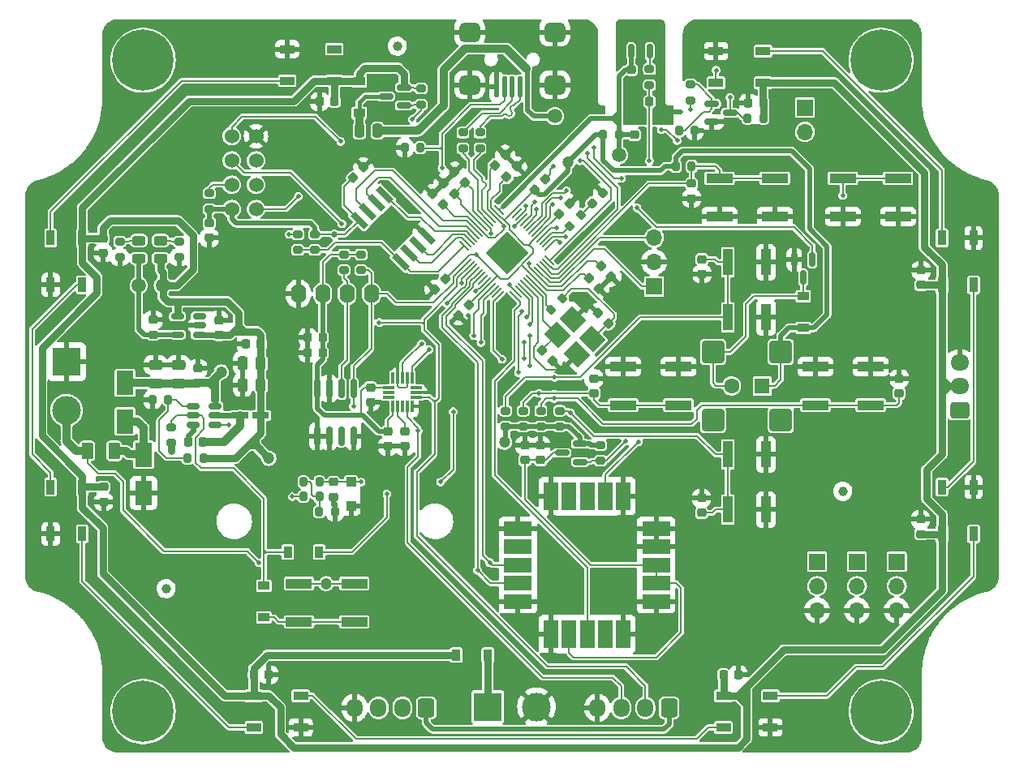
<source format=gbr>
%TF.GenerationSoftware,KiCad,Pcbnew,(6.0.8)*%
%TF.CreationDate,2023-04-20T14:40:41+02:00*%
%TF.ProjectId,scheda PSE,73636865-6461-4205-9053-452e6b696361,rev?*%
%TF.SameCoordinates,Original*%
%TF.FileFunction,Copper,L1,Top*%
%TF.FilePolarity,Positive*%
%FSLAX46Y46*%
G04 Gerber Fmt 4.6, Leading zero omitted, Abs format (unit mm)*
G04 Created by KiCad (PCBNEW (6.0.8)) date 2023-04-20 14:40:41*
%MOMM*%
%LPD*%
G01*
G04 APERTURE LIST*
G04 Aperture macros list*
%AMRoundRect*
0 Rectangle with rounded corners*
0 $1 Rounding radius*
0 $2 $3 $4 $5 $6 $7 $8 $9 X,Y pos of 4 corners*
0 Add a 4 corners polygon primitive as box body*
4,1,4,$2,$3,$4,$5,$6,$7,$8,$9,$2,$3,0*
0 Add four circle primitives for the rounded corners*
1,1,$1+$1,$2,$3*
1,1,$1+$1,$4,$5*
1,1,$1+$1,$6,$7*
1,1,$1+$1,$8,$9*
0 Add four rect primitives between the rounded corners*
20,1,$1+$1,$2,$3,$4,$5,0*
20,1,$1+$1,$4,$5,$6,$7,0*
20,1,$1+$1,$6,$7,$8,$9,0*
20,1,$1+$1,$8,$9,$2,$3,0*%
%AMRotRect*
0 Rectangle, with rotation*
0 The origin of the aperture is its center*
0 $1 length*
0 $2 width*
0 $3 Rotation angle, in degrees counterclockwise*
0 Add horizontal line*
21,1,$1,$2,0,0,$3*%
G04 Aperture macros list end*
%TA.AperFunction,SMDPad,CuDef*%
%ADD10R,0.900000X1.500000*%
%TD*%
%TA.AperFunction,SMDPad,CuDef*%
%ADD11RotRect,0.660400X2.032000X45.000000*%
%TD*%
%TA.AperFunction,SMDPad,CuDef*%
%ADD12RoundRect,0.225000X0.250000X-0.225000X0.250000X0.225000X-0.250000X0.225000X-0.250000X-0.225000X0*%
%TD*%
%TA.AperFunction,SMDPad,CuDef*%
%ADD13RoundRect,0.225000X0.335876X0.017678X0.017678X0.335876X-0.335876X-0.017678X-0.017678X-0.335876X0*%
%TD*%
%TA.AperFunction,SMDPad,CuDef*%
%ADD14RoundRect,0.150000X0.512500X0.150000X-0.512500X0.150000X-0.512500X-0.150000X0.512500X-0.150000X0*%
%TD*%
%TA.AperFunction,SMDPad,CuDef*%
%ADD15RoundRect,0.250000X0.250000X0.475000X-0.250000X0.475000X-0.250000X-0.475000X0.250000X-0.475000X0*%
%TD*%
%TA.AperFunction,SMDPad,CuDef*%
%ADD16RoundRect,0.225000X0.225000X0.250000X-0.225000X0.250000X-0.225000X-0.250000X0.225000X-0.250000X0*%
%TD*%
%TA.AperFunction,SMDPad,CuDef*%
%ADD17RoundRect,0.225000X0.017678X-0.335876X0.335876X-0.017678X-0.017678X0.335876X-0.335876X0.017678X0*%
%TD*%
%TA.AperFunction,SMDPad,CuDef*%
%ADD18RoundRect,0.150000X0.150000X-0.587500X0.150000X0.587500X-0.150000X0.587500X-0.150000X-0.587500X0*%
%TD*%
%TA.AperFunction,SMDPad,CuDef*%
%ADD19R,2.750000X1.000000*%
%TD*%
%TA.AperFunction,SMDPad,CuDef*%
%ADD20RoundRect,0.200000X0.200000X0.275000X-0.200000X0.275000X-0.200000X-0.275000X0.200000X-0.275000X0*%
%TD*%
%TA.AperFunction,ComponentPad*%
%ADD21C,1.500000*%
%TD*%
%TA.AperFunction,SMDPad,CuDef*%
%ADD22RoundRect,0.050000X0.486136X0.415425X0.415425X0.486136X-0.486136X-0.415425X-0.415425X-0.486136X0*%
%TD*%
%TA.AperFunction,SMDPad,CuDef*%
%ADD23RoundRect,0.050000X0.415425X-0.486136X0.486136X-0.415425X-0.415425X0.486136X-0.486136X0.415425X0*%
%TD*%
%TA.AperFunction,ComponentPad*%
%ADD24RotRect,3.200000X3.200000X45.000000*%
%TD*%
%TA.AperFunction,SMDPad,CuDef*%
%ADD25RoundRect,0.200000X-0.275000X0.200000X-0.275000X-0.200000X0.275000X-0.200000X0.275000X0.200000X0*%
%TD*%
%TA.AperFunction,SMDPad,CuDef*%
%ADD26RotRect,2.100000X1.800000X315.000000*%
%TD*%
%TA.AperFunction,ComponentPad*%
%ADD27C,0.800000*%
%TD*%
%TA.AperFunction,ComponentPad*%
%ADD28C,6.400000*%
%TD*%
%TA.AperFunction,SMDPad,CuDef*%
%ADD29RoundRect,0.225000X-0.250000X0.225000X-0.250000X-0.225000X0.250000X-0.225000X0.250000X0.225000X0*%
%TD*%
%TA.AperFunction,SMDPad,CuDef*%
%ADD30RoundRect,0.200000X-0.950000X0.950000X-0.950000X-0.950000X0.950000X-0.950000X0.950000X0.950000X0*%
%TD*%
%TA.AperFunction,SMDPad,CuDef*%
%ADD31RoundRect,0.243750X-0.456250X0.243750X-0.456250X-0.243750X0.456250X-0.243750X0.456250X0.243750X0*%
%TD*%
%TA.AperFunction,SMDPad,CuDef*%
%ADD32RoundRect,0.250000X-0.375000X-0.625000X0.375000X-0.625000X0.375000X0.625000X-0.375000X0.625000X0*%
%TD*%
%TA.AperFunction,ComponentPad*%
%ADD33O,1.600000X2.000000*%
%TD*%
%TA.AperFunction,SMDPad,CuDef*%
%ADD34RoundRect,0.200000X0.275000X-0.200000X0.275000X0.200000X-0.275000X0.200000X-0.275000X-0.200000X0*%
%TD*%
%TA.AperFunction,SMDPad,CuDef*%
%ADD35RoundRect,0.150000X-0.587500X-0.150000X0.587500X-0.150000X0.587500X0.150000X-0.587500X0.150000X0*%
%TD*%
%TA.AperFunction,SMDPad,CuDef*%
%ADD36R,1.500000X0.900000*%
%TD*%
%TA.AperFunction,SMDPad,CuDef*%
%ADD37RoundRect,0.200000X-0.200000X-0.275000X0.200000X-0.275000X0.200000X0.275000X-0.200000X0.275000X0*%
%TD*%
%TA.AperFunction,SMDPad,CuDef*%
%ADD38R,1.000000X2.750000*%
%TD*%
%TA.AperFunction,SMDPad,CuDef*%
%ADD39C,1.000000*%
%TD*%
%TA.AperFunction,SMDPad,CuDef*%
%ADD40RoundRect,0.250000X0.475000X-0.250000X0.475000X0.250000X-0.475000X0.250000X-0.475000X-0.250000X0*%
%TD*%
%TA.AperFunction,SMDPad,CuDef*%
%ADD41RoundRect,0.150000X0.587500X0.150000X-0.587500X0.150000X-0.587500X-0.150000X0.587500X-0.150000X0*%
%TD*%
%TA.AperFunction,ComponentPad*%
%ADD42RoundRect,0.250000X0.725000X-0.600000X0.725000X0.600000X-0.725000X0.600000X-0.725000X-0.600000X0*%
%TD*%
%TA.AperFunction,ComponentPad*%
%ADD43O,1.950000X1.700000*%
%TD*%
%TA.AperFunction,SMDPad,CuDef*%
%ADD44RoundRect,0.225000X-0.335876X-0.017678X-0.017678X-0.335876X0.335876X0.017678X0.017678X0.335876X0*%
%TD*%
%TA.AperFunction,SMDPad,CuDef*%
%ADD45R,1.200000X0.900000*%
%TD*%
%TA.AperFunction,SMDPad,CuDef*%
%ADD46R,0.900000X1.200000*%
%TD*%
%TA.AperFunction,ComponentPad*%
%ADD47R,1.700000X1.700000*%
%TD*%
%TA.AperFunction,ComponentPad*%
%ADD48O,1.700000X1.700000*%
%TD*%
%TA.AperFunction,SMDPad,CuDef*%
%ADD49RoundRect,0.218750X-0.026517X0.335876X-0.335876X0.026517X0.026517X-0.335876X0.335876X-0.026517X0*%
%TD*%
%TA.AperFunction,SMDPad,CuDef*%
%ADD50RoundRect,0.225000X-0.017678X0.335876X-0.335876X0.017678X0.017678X-0.335876X0.335876X-0.017678X0*%
%TD*%
%TA.AperFunction,SMDPad,CuDef*%
%ADD51R,1.800000X2.500000*%
%TD*%
%TA.AperFunction,ComponentPad*%
%ADD52C,1.524000*%
%TD*%
%TA.AperFunction,SMDPad,CuDef*%
%ADD53R,3.000000X1.500000*%
%TD*%
%TA.AperFunction,SMDPad,CuDef*%
%ADD54R,1.500000X3.000000*%
%TD*%
%TA.AperFunction,SMDPad,CuDef*%
%ADD55RoundRect,0.150000X0.150000X-0.825000X0.150000X0.825000X-0.150000X0.825000X-0.150000X-0.825000X0*%
%TD*%
%TA.AperFunction,SMDPad,CuDef*%
%ADD56R,0.310000X1.220000*%
%TD*%
%TA.AperFunction,SMDPad,CuDef*%
%ADD57R,1.220000X0.310000*%
%TD*%
%TA.AperFunction,SMDPad,CuDef*%
%ADD58R,1.000000X1.000000*%
%TD*%
%TA.AperFunction,ComponentPad*%
%ADD59R,1.600000X1.600000*%
%TD*%
%TA.AperFunction,ComponentPad*%
%ADD60C,1.600000*%
%TD*%
%TA.AperFunction,SMDPad,CuDef*%
%ADD61RoundRect,0.125000X0.125000X0.975000X-0.125000X0.975000X-0.125000X-0.975000X0.125000X-0.975000X0*%
%TD*%
%TA.AperFunction,SMDPad,CuDef*%
%ADD62RoundRect,0.500000X-0.600000X0.500000X-0.600000X-0.500000X0.600000X-0.500000X0.600000X0.500000X0*%
%TD*%
%TA.AperFunction,SMDPad,CuDef*%
%ADD63RoundRect,0.225000X-0.225000X-0.250000X0.225000X-0.250000X0.225000X0.250000X-0.225000X0.250000X0*%
%TD*%
%TA.AperFunction,SMDPad,CuDef*%
%ADD64R,1.752600X0.711200*%
%TD*%
%TA.AperFunction,ComponentPad*%
%ADD65R,3.000000X3.000000*%
%TD*%
%TA.AperFunction,ComponentPad*%
%ADD66C,3.000000*%
%TD*%
%TA.AperFunction,SMDPad,CuDef*%
%ADD67RoundRect,0.150000X-0.150000X0.587500X-0.150000X-0.587500X0.150000X-0.587500X0.150000X0.587500X0*%
%TD*%
%TA.AperFunction,SMDPad,CuDef*%
%ADD68RoundRect,0.200000X0.053033X-0.335876X0.335876X-0.053033X-0.053033X0.335876X-0.335876X0.053033X0*%
%TD*%
%TA.AperFunction,SMDPad,CuDef*%
%ADD69C,0.500000*%
%TD*%
%TA.AperFunction,SMDPad,CuDef*%
%ADD70RoundRect,0.200000X-0.053033X0.335876X-0.335876X0.053033X0.053033X-0.335876X0.335876X-0.053033X0*%
%TD*%
%TA.AperFunction,ComponentPad*%
%ADD71RoundRect,0.250000X0.600000X0.725000X-0.600000X0.725000X-0.600000X-0.725000X0.600000X-0.725000X0*%
%TD*%
%TA.AperFunction,ComponentPad*%
%ADD72O,1.700000X1.950000*%
%TD*%
%TA.AperFunction,ViaPad*%
%ADD73C,1.200000*%
%TD*%
%TA.AperFunction,ViaPad*%
%ADD74C,0.460000*%
%TD*%
%TA.AperFunction,ViaPad*%
%ADD75C,0.500000*%
%TD*%
%TA.AperFunction,ViaPad*%
%ADD76C,0.650000*%
%TD*%
%TA.AperFunction,Conductor*%
%ADD77C,0.750000*%
%TD*%
%TA.AperFunction,Conductor*%
%ADD78C,0.600000*%
%TD*%
%TA.AperFunction,Conductor*%
%ADD79C,0.500000*%
%TD*%
%TA.AperFunction,Conductor*%
%ADD80C,0.200000*%
%TD*%
%TA.AperFunction,Conductor*%
%ADD81C,0.850000*%
%TD*%
%TA.AperFunction,Conductor*%
%ADD82C,0.400000*%
%TD*%
G04 APERTURE END LIST*
%TO.C,NT1*%
G36*
X173093000Y-68626800D02*
G01*
X172093000Y-68626800D01*
X172093000Y-68126800D01*
X173093000Y-68126800D01*
X173093000Y-68626800D01*
G37*
%TD*%
D10*
%TO.P,D3,1,VDD*%
%TO.N,+5V*%
X200350000Y-112450000D03*
%TO.P,D3,2,DOUT*%
%TO.N,Net-(D3-Pad2)*%
X203650000Y-112450000D03*
%TO.P,D3,3,VSS*%
%TO.N,GND*%
X203650000Y-107550000D03*
%TO.P,D3,4,DIN*%
%TO.N,Net-(D2-Pad2)*%
X200350000Y-107550000D03*
%TD*%
D11*
%TO.P,U2,1,~{CS}*%
%TO.N,/RP2040/~{FLASH_CS}*%
X143880184Y-84055064D03*
%TO.P,U2,2,DO_IO1*%
%TO.N,/RP2040/FLASH_D1*%
X144778209Y-83157039D03*
%TO.P,U2,3,WP_IO2*%
%TO.N,/RP2040/~{FLASH_D2}*%
X145676235Y-82259013D03*
%TO.P,U2,4,GND*%
%TO.N,GND*%
X146574260Y-81360988D03*
%TO.P,U2,5,DI_IO0*%
%TO.N,/RP2040/FLASH_D0*%
X142227816Y-77014544D03*
%TO.P,U2,6,CLK*%
%TO.N,/RP2040/FLASH_CLK*%
X141329791Y-77912569D03*
%TO.P,U2,7,HOLD_IO3*%
%TO.N,/RP2040/FLASH_D3*%
X140431765Y-78810595D03*
%TO.P,U2,8,VCC*%
%TO.N,+3V3*%
X139533740Y-79708620D03*
%TD*%
D12*
%TO.P,C36,1*%
%TO.N,+3.3VA*%
X168259996Y-70777400D03*
%TO.P,C36,2*%
%TO.N,GNDA*%
X168259996Y-69227400D03*
%TD*%
D13*
%TO.P,C13,1*%
%TO.N,+3V3*%
X150611208Y-75732008D03*
%TO.P,C13,2*%
%TO.N,GND*%
X149515192Y-74635992D03*
%TD*%
D14*
%TO.P,U5,1,Vin*%
%TO.N,+5V*%
X122855500Y-91644804D03*
%TO.P,U5,2,Vss*%
%TO.N,GND*%
X122855500Y-90694804D03*
%TO.P,U5,3*%
%TO.N,N/C*%
X122855500Y-89744804D03*
%TO.P,U5,4,CE*%
%TO.N,+5V*%
X120580500Y-89744804D03*
%TO.P,U5,5,Vout*%
%TO.N,+3V3*%
X120580500Y-91644804D03*
%TD*%
D15*
%TO.P,C39,1*%
%TO.N,+5V*%
X129270996Y-94631804D03*
%TO.P,C39,2*%
%TO.N,GND*%
X127370996Y-94631804D03*
%TD*%
D16*
%TO.P,C48,1*%
%TO.N,/RP2040/TEMP_SENS*%
X169838196Y-67316520D03*
%TO.P,C48,2*%
%TO.N,GNDA*%
X168288196Y-67316520D03*
%TD*%
D12*
%TO.P,C26,1*%
%TO.N,/Interfaccia utente/BUTTON_R*%
X195895196Y-97775000D03*
%TO.P,C26,2*%
%TO.N,GND*%
X195895196Y-96225000D03*
%TD*%
D17*
%TO.P,C18,1*%
%TO.N,+3V3*%
X157828334Y-76549886D03*
%TO.P,C18,2*%
%TO.N,GND*%
X158924350Y-75453870D03*
%TD*%
D18*
%TO.P,U10,1,Vdd*%
%TO.N,+3.3VA*%
X167950000Y-62031204D03*
%TO.P,U10,2,Vout*%
%TO.N,Net-(R28-Pad1)*%
X169850000Y-62031204D03*
%TO.P,U10,3,GND*%
%TO.N,GNDA*%
X168900000Y-60156204D03*
%TD*%
D19*
%TO.P,SW5,1,1*%
%TO.N,GND*%
X187154759Y-95000929D03*
X192914759Y-95000929D03*
%TO.P,SW5,2,2*%
%TO.N,/Interfaccia utente/BUTTON_R*%
X192914759Y-99000929D03*
X187154759Y-99000929D03*
%TD*%
D20*
%TO.P,R30,1*%
%TO.N,/Alimentazione/USB _ID*%
X145935200Y-72136000D03*
%TO.P,R30,2*%
%TO.N,GND*%
X144285200Y-72136000D03*
%TD*%
D21*
%TO.P,TP4,1,1*%
%TO.N,+3.3VA*%
X166624000Y-72898000D03*
%TD*%
D22*
%TO.P,U1,1,IOVDD*%
%TO.N,+3V3*%
X150483730Y-83900534D03*
%TO.P,U1,2,GPIO0*%
%TO.N,/I2C0_SDA*%
X150766573Y-84183377D03*
%TO.P,U1,3,GPIO1*%
%TO.N,/I2C0_SCL*%
X151049416Y-84466220D03*
%TO.P,U1,4,GPIO2*%
%TO.N,/Alimentazione/USB _ID*%
X151332259Y-84749062D03*
%TO.P,U1,5,GPIO3*%
%TO.N,/RP2040/ESP-01_EN*%
X151615101Y-85031905D03*
%TO.P,U1,6,GPIO4*%
%TO.N,/Sensori/UART_TX*%
X151897944Y-85314748D03*
%TO.P,U1,7,GPIO5*%
%TO.N,/Sensori/UART_RX*%
X152180787Y-85597591D03*
%TO.P,U1,8,GPIO6*%
%TO.N,unconnected-(U1-Pad8)*%
X152463629Y-85880433D03*
%TO.P,U1,9,GPIO7*%
%TO.N,/RP2040/PWM_SERVO3*%
X152746472Y-86163276D03*
%TO.P,U1,10,IOVDD*%
%TO.N,+3V3*%
X153029315Y-86446119D03*
%TO.P,U1,11,GPIO8*%
%TO.N,/RP2040/PWM_SERVO1*%
X153312158Y-86728961D03*
%TO.P,U1,12,GPIO9*%
%TO.N,/RP2040/PWM_SERVO2*%
X153595000Y-87011804D03*
%TO.P,U1,13,GPIO10*%
%TO.N,unconnected-(U1-Pad13)*%
X153877843Y-87294647D03*
%TO.P,U1,14,GPIO11*%
%TO.N,/Alimentazione/5V_EN*%
X154160686Y-87577490D03*
D23*
%TO.P,U1,15,GPIO12*%
%TO.N,/RP2040/GPS_RST*%
X155733998Y-87577490D03*
%TO.P,U1,16,GPIO13*%
%TO.N,/Led_RGB_WS2812B/DIN*%
X156016841Y-87294647D03*
%TO.P,U1,17,GPIO14*%
%TO.N,/RP2040/INT1_ACC*%
X156299684Y-87011804D03*
%TO.P,U1,18,GPIO15*%
%TO.N,/RP2040/INT2_ACC*%
X156582526Y-86728961D03*
%TO.P,U1,19,TESTEN*%
%TO.N,GND*%
X156865369Y-86446119D03*
%TO.P,U1,20,XIN*%
%TO.N,/RP2040/XIN*%
X157148212Y-86163276D03*
%TO.P,U1,21,XOUT*%
%TO.N,/RP2040/XOUT*%
X157431055Y-85880433D03*
%TO.P,U1,22,IOVDD*%
%TO.N,+3V3*%
X157713897Y-85597591D03*
%TO.P,U1,23,DVDD*%
%TO.N,+1V1*%
X157996740Y-85314748D03*
%TO.P,U1,24,SWCLK*%
%TO.N,/RP2040/SWCLK*%
X158279583Y-85031905D03*
%TO.P,U1,25,SWDIO*%
%TO.N,/RP2040/SWDIO*%
X158562425Y-84749062D03*
%TO.P,U1,26,RUN*%
%TO.N,/RP2040/RUN*%
X158845268Y-84466220D03*
%TO.P,U1,27,GPIO16*%
%TO.N,/RP2040/UART0_TX*%
X159128111Y-84183377D03*
%TO.P,U1,28,GPIO17*%
%TO.N,/RP2040/UART0_RX*%
X159410954Y-83900534D03*
D22*
%TO.P,U1,29,GPIO18*%
%TO.N,/RP2040/GPS_EN*%
X159410954Y-82327222D03*
%TO.P,U1,30,GPIO19*%
%TO.N,/RP2040/GPS_PPS*%
X159128111Y-82044379D03*
%TO.P,U1,31,GPIO20*%
%TO.N,/Interfaccia utente/LED_ALIVE*%
X158845268Y-81761536D03*
%TO.P,U1,32,GPIO21*%
%TO.N,/Interfaccia utente/BUZZER*%
X158562425Y-81478694D03*
%TO.P,U1,33,IOVDD*%
%TO.N,+3V3*%
X158279583Y-81195851D03*
%TO.P,U1,34,GPIO22*%
%TO.N,/Interfaccia utente/BUTTON_U*%
X157996740Y-80913008D03*
%TO.P,U1,35,GPIO23*%
%TO.N,/Interfaccia utente/BUTTON_D*%
X157713897Y-80630165D03*
%TO.P,U1,36,GPIO24*%
%TO.N,/Interfaccia utente/BUTTON_R*%
X157431055Y-80347323D03*
%TO.P,U1,37,GPIO25*%
%TO.N,/Interfaccia utente/BUTTON_L*%
X157148212Y-80064480D03*
%TO.P,U1,38,GPIO26/ADC0*%
%TO.N,/RP2040/TEMP_SENS*%
X156865369Y-79781637D03*
%TO.P,U1,39,GPIO27/ADC1*%
%TO.N,/Alimentazione/OUTPUT_USB_EN*%
X156582526Y-79498795D03*
%TO.P,U1,40,GPIO28/ADC2*%
%TO.N,/Alimentazione/ANALOG_BATT*%
X156299684Y-79215952D03*
%TO.P,U1,41,GPIO29/ADC3*%
%TO.N,unconnected-(U1-Pad41)*%
X156016841Y-78933109D03*
%TO.P,U1,42,IOVDD*%
%TO.N,+3V3*%
X155733998Y-78650266D03*
D23*
%TO.P,U1,43,ADC_AVDD*%
%TO.N,+3.3VA*%
X154160686Y-78650266D03*
%TO.P,U1,44,VREG_VIN*%
%TO.N,+3V3*%
X153877843Y-78933109D03*
%TO.P,U1,45,VREG_VOUT*%
%TO.N,+1V1*%
X153595000Y-79215952D03*
%TO.P,U1,46,USB_DM*%
%TO.N,/Alimentazione/USB_DN*%
X153312158Y-79498795D03*
%TO.P,U1,47,USB_DP*%
%TO.N,/Alimentazione/USB_DP*%
X153029315Y-79781637D03*
%TO.P,U1,48,USB_VDD*%
%TO.N,+3V3*%
X152746472Y-80064480D03*
%TO.P,U1,49,IOVDD*%
X152463629Y-80347323D03*
%TO.P,U1,50,DVDD*%
%TO.N,+1V1*%
X152180787Y-80630165D03*
%TO.P,U1,51,QSPI_SD3*%
%TO.N,/RP2040/FLASH_D3*%
X151897944Y-80913008D03*
%TO.P,U1,52,QSPI_SCKL*%
%TO.N,/RP2040/FLASH_CLK*%
X151615101Y-81195851D03*
%TO.P,U1,53,QSPI_SD0*%
%TO.N,/RP2040/FLASH_D0*%
X151332259Y-81478694D03*
%TO.P,U1,54,QSPI_SD2*%
%TO.N,/RP2040/~{FLASH_D2}*%
X151049416Y-81761536D03*
%TO.P,U1,55,QSPI_SD1*%
%TO.N,/RP2040/FLASH_D1*%
X150766573Y-82044379D03*
%TO.P,U1,56,~{QSPI_SS}*%
%TO.N,/RP2040/~{FLASH_CS}*%
X150483730Y-82327222D03*
D24*
%TO.P,U1,57,GND*%
%TO.N,GND*%
X154947342Y-83113878D03*
%TD*%
D13*
%TO.P,C23,1*%
%TO.N,/RP2040/C_XOUT*%
X165546408Y-90464008D03*
%TO.P,C23,2*%
%TO.N,GND*%
X164450392Y-89367992D03*
%TD*%
D25*
%TO.P,R5,1*%
%TO.N,+3V3*%
X134924800Y-81166200D03*
%TO.P,R5,2*%
%TO.N,/RP2040/~{FLASH_CS}*%
X134924800Y-82816200D03*
%TD*%
D26*
%TO.P,Y1,1,1*%
%TO.N,/RP2040/XIN*%
X160220864Y-91664746D03*
%TO.P,Y1,2,2*%
%TO.N,GND*%
X162271474Y-93715356D03*
%TO.P,Y1,3,3*%
%TO.N,/RP2040/C_XOUT*%
X163897820Y-92089010D03*
%TO.P,Y1,4,4*%
%TO.N,GND*%
X161847210Y-90038400D03*
%TD*%
D27*
%TO.P,H4,1*%
%TO.N,N/C*%
X195697056Y-129302944D03*
X191600000Y-131000000D03*
D28*
X194000000Y-131000000D03*
D27*
X192302944Y-132697056D03*
X192302944Y-129302944D03*
X194000000Y-128600000D03*
X195697056Y-132697056D03*
X194000000Y-133400000D03*
X196400000Y-131000000D03*
%TD*%
D29*
%TO.P,C45,1*%
%TO.N,+3V3*%
X140716000Y-97142000D03*
%TO.P,C45,2*%
%TO.N,GND*%
X140716000Y-98692000D03*
%TD*%
D30*
%TO.P,BZ1,1,-*%
%TO.N,+3V3*%
X183551759Y-93450929D03*
%TO.P,BZ1,2,+*%
%TO.N,Net-(BZ1-Pad2)*%
X176451759Y-93450929D03*
%TO.P,BZ1,3*%
%TO.N,N/C*%
X176451759Y-100550929D03*
%TO.P,BZ1,4*%
X183551759Y-100550929D03*
%TD*%
D17*
%TO.P,C19,1*%
%TO.N,+3V3*%
X154907334Y-75178286D03*
%TO.P,C19,2*%
%TO.N,GND*%
X156003350Y-74082270D03*
%TD*%
D31*
%TO.P,D16,1,K*%
%TO.N,Net-(D16-Pad1)*%
X116536400Y-81820304D03*
%TO.P,D16,2,A*%
%TO.N,+3V3*%
X116536400Y-83695304D03*
%TD*%
D32*
%TO.P,F1,1*%
%TO.N,/Alimentazione/VIN*%
X111174000Y-103775804D03*
%TO.P,F1,2*%
%TO.N,/Alimentazione/VIN_ POST_PPTC*%
X113974000Y-103775804D03*
%TD*%
D33*
%TO.P,U4,1,GND*%
%TO.N,GND*%
X133193924Y-87383351D03*
%TO.P,U4,2,VDD*%
%TO.N,+3V3*%
X135733924Y-87383351D03*
%TO.P,U4,3,SCK*%
%TO.N,/I2C0_SCL*%
X138273924Y-87383351D03*
%TO.P,U4,4,SDA*%
%TO.N,/I2C0_SDA*%
X140813924Y-87383351D03*
%TD*%
D21*
%TO.P,TP1,1,1*%
%TO.N,/Alimentazione/VBUS*%
X159969200Y-68834000D03*
%TD*%
D34*
%TO.P,R10,1*%
%TO.N,+3V3*%
X158496000Y-101244400D03*
%TO.P,R10,2*%
%TO.N,/Interfaccia utente/BUTTON_R*%
X158496000Y-99594400D03*
%TD*%
D35*
%TO.P,Q1,1,G*%
%TO.N,Net-(Q1-Pad1)*%
X176354500Y-67528400D03*
%TO.P,Q1,2,S*%
%TO.N,GND*%
X176354500Y-69428400D03*
%TO.P,Q1,3,D*%
%TO.N,/Led_RGB_WS2812B/DIN_INT*%
X178229500Y-68478400D03*
%TD*%
D31*
%TO.P,D18,1,K*%
%TO.N,Net-(D18-Pad1)*%
X118822400Y-81820304D03*
%TO.P,D18,2,A*%
%TO.N,+5V*%
X118822400Y-83695304D03*
%TD*%
D21*
%TO.P,TP2,1,1*%
%TO.N,+5V*%
X119053000Y-86503804D03*
%TD*%
D36*
%TO.P,D4,1,VDD*%
%TO.N,+5V*%
X177550000Y-129350000D03*
%TO.P,D4,2,DOUT*%
%TO.N,Net-(D4-Pad2)*%
X177550000Y-132650000D03*
%TO.P,D4,3,VSS*%
%TO.N,GND*%
X182450000Y-132650000D03*
%TO.P,D4,4,DIN*%
%TO.N,Net-(D3-Pad2)*%
X182450000Y-129350000D03*
%TD*%
D29*
%TO.P,C38,1*%
%TO.N,/Alimentazione/ANALOG_BATT*%
X136855200Y-107035600D03*
%TO.P,C38,2*%
%TO.N,GND*%
X136855200Y-108585600D03*
%TD*%
D37*
%TO.P,R3,1*%
%TO.N,/Led_RGB_WS2812B/DIN_INT*%
X180073800Y-69037200D03*
%TO.P,R3,2*%
%TO.N,+5V*%
X181723800Y-69037200D03*
%TD*%
D38*
%TO.P,SW3,1,1*%
%TO.N,GND*%
X182001759Y-89847929D03*
X182001759Y-84087929D03*
%TO.P,SW3,2,2*%
%TO.N,/Interfaccia utente/BUTTON_U*%
X178001759Y-84087929D03*
X178001759Y-89847929D03*
%TD*%
D39*
%TO.P,REF\u002A\u002A,*%
%TO.N,*%
X189999342Y-108005878D03*
%TD*%
D25*
%TO.P,R13,1*%
%TO.N,/Alimentazione/D+*%
X150368000Y-70549000D03*
%TO.P,R13,2*%
%TO.N,/Alimentazione/USB_DP*%
X150368000Y-72199000D03*
%TD*%
D40*
%TO.P,C31,1*%
%TO.N,+12V*%
X120702000Y-96724804D03*
%TO.P,C31,2*%
%TO.N,GND*%
X120702000Y-94824804D03*
%TD*%
D41*
%TO.P,Q4,1,G*%
%TO.N,/Alimentazione/OUTPUT_USB_EN*%
X144205924Y-67736951D03*
%TO.P,Q4,2,S*%
%TO.N,+5V*%
X144205924Y-65836951D03*
%TO.P,Q4,3,D*%
%TO.N,/Alimentazione/FILTERED_VBUS*%
X142330924Y-66786951D03*
%TD*%
D29*
%TO.P,C41,1*%
%TO.N,+3V3*%
X142529796Y-101762200D03*
%TO.P,C41,2*%
%TO.N,GND*%
X142529796Y-103312200D03*
%TD*%
D12*
%TO.P,C44,1*%
%TO.N,Net-(C42-Pad1)*%
X156833300Y-104754004D03*
%TO.P,C44,2*%
%TO.N,GND*%
X156833300Y-103204004D03*
%TD*%
D20*
%TO.P,R22,1*%
%TO.N,/Alimentazione/ANALOG_BATT*%
X135394200Y-107035600D03*
%TO.P,R22,2*%
%TO.N,Net-(R20-Pad2)*%
X133744200Y-107035600D03*
%TD*%
D16*
%TO.P,C8,1*%
%TO.N,+5V*%
X136956800Y-67310000D03*
%TO.P,C8,2*%
%TO.N,GND*%
X135406800Y-67310000D03*
%TD*%
D42*
%TO.P,J1,1,Pin_1*%
%TO.N,/Led_RGB_WS2812B/DIN_INT*%
X202184000Y-99528000D03*
D43*
%TO.P,J1,2,Pin_2*%
%TO.N,+5V*%
X202184000Y-97028000D03*
%TO.P,J1,3,Pin_3*%
%TO.N,GND*%
X202184000Y-94528000D03*
%TD*%
D34*
%TO.P,R29,1*%
%TO.N,/Alimentazione/OUTPUT_USB_EN*%
X146011624Y-67611951D03*
%TO.P,R29,2*%
%TO.N,+5V*%
X146011624Y-65961951D03*
%TD*%
D36*
%TO.P,D8,1,VDD*%
%TO.N,+5V*%
X136950000Y-65150000D03*
%TO.P,D8,2,DOUT*%
%TO.N,unconnected-(D8-Pad2)*%
X136950000Y-61850000D03*
%TO.P,D8,3,VSS*%
%TO.N,GND*%
X132050000Y-61850000D03*
%TO.P,D8,4,DIN*%
%TO.N,Net-(D7-Pad2)*%
X132050000Y-65150000D03*
%TD*%
D44*
%TO.P,C14,1*%
%TO.N,+1V1*%
X164762534Y-84496270D03*
%TO.P,C14,2*%
%TO.N,GND*%
X165858550Y-85592286D03*
%TD*%
D25*
%TO.P,R6,1*%
%TO.N,/RP2040/~{USB_BOOT}*%
X133146800Y-81166200D03*
%TO.P,R6,2*%
%TO.N,/RP2040/~{FLASH_CS}*%
X133146800Y-82816200D03*
%TD*%
D16*
%TO.P,C35,1*%
%TO.N,/Alimentazione/BUCK_SW*%
X123255000Y-102886804D03*
%TO.P,C35,2*%
%TO.N,/Alimentazione/BUCK_VBST*%
X121705000Y-102886804D03*
%TD*%
D45*
%TO.P,D9,1,K*%
%TO.N,+3V3*%
X185877200Y-90930000D03*
%TO.P,D9,2,A*%
%TO.N,Net-(BZ1-Pad2)*%
X185877200Y-87630000D03*
%TD*%
D34*
%TO.P,R1,1*%
%TO.N,/Led_RGB_WS2812B/DIN*%
X174142400Y-67169800D03*
%TO.P,R1,2*%
%TO.N,Net-(Q1-Pad1)*%
X174142400Y-65519800D03*
%TD*%
D13*
%TO.P,C16,1*%
%TO.N,+1V1*%
X148274408Y-78068808D03*
%TO.P,C16,2*%
%TO.N,GND*%
X147178392Y-76972792D03*
%TD*%
D29*
%TO.P,C43,1*%
%TO.N,Net-(C43-Pad1)*%
X144307796Y-101762200D03*
%TO.P,C43,2*%
%TO.N,GND*%
X144307796Y-103312200D03*
%TD*%
D12*
%TO.P,C34,1*%
%TO.N,+3V3*%
X118059200Y-91643200D03*
%TO.P,C34,2*%
%TO.N,GND*%
X118059200Y-90093200D03*
%TD*%
D46*
%TO.P,D19,1,K*%
%TO.N,/Alimentazione/VOUT_5V*%
X152959000Y-125111804D03*
%TO.P,D19,2,A*%
%TO.N,+5V*%
X149659000Y-125111804D03*
%TD*%
D47*
%TO.P,J9,1,Pin_1*%
%TO.N,/RP2040/PWM_SERVO2*%
X191477900Y-115366800D03*
D48*
%TO.P,J9,2,Pin_2*%
%TO.N,+5V*%
X191477900Y-117906800D03*
%TO.P,J9,3,Pin_3*%
%TO.N,GND*%
X191477900Y-120446800D03*
%TD*%
D36*
%TO.P,D1,1,VDD*%
%TO.N,+5V*%
X181680000Y-65340000D03*
%TO.P,D1,2,DOUT*%
%TO.N,Net-(D1-Pad2)*%
X181680000Y-62040000D03*
%TO.P,D1,3,VSS*%
%TO.N,GND*%
X176780000Y-62040000D03*
%TO.P,D1,4,DIN*%
%TO.N,Net-(D1-Pad4)*%
X176780000Y-65340000D03*
%TD*%
D29*
%TO.P,C6,1*%
%TO.N,+5V*%
X112877600Y-107543600D03*
%TO.P,C6,2*%
%TO.N,GND*%
X112877600Y-109093600D03*
%TD*%
%TO.P,C47,1*%
%TO.N,+3V3*%
X123901200Y-79997000D03*
%TO.P,C47,2*%
%TO.N,GND*%
X123901200Y-81547000D03*
%TD*%
D39*
%TO.P,REF\u002A\u002A,*%
%TO.N,*%
X119387342Y-118165878D03*
%TD*%
D15*
%TO.P,C37,1*%
%TO.N,+5V*%
X129270996Y-96917804D03*
%TO.P,C37,2*%
%TO.N,GND*%
X127370996Y-96917804D03*
%TD*%
D10*
%TO.P,D7,1,VDD*%
%TO.N,+5V*%
X110650000Y-81550000D03*
%TO.P,D7,2,DOUT*%
%TO.N,Net-(D7-Pad2)*%
X107350000Y-81550000D03*
%TO.P,D7,3,VSS*%
%TO.N,GND*%
X107350000Y-86450000D03*
%TO.P,D7,4,DIN*%
%TO.N,Net-(D6-Pad2)*%
X110650000Y-86450000D03*
%TD*%
D49*
%TO.P,D10,1,K*%
%TO.N,GND*%
X164980342Y-76816631D03*
%TO.P,D10,2,A*%
%TO.N,Net-(D10-Pad2)*%
X163866648Y-77930325D03*
%TD*%
D50*
%TO.P,C10,1*%
%TO.N,+3V3*%
X150977600Y-88504392D03*
%TO.P,C10,2*%
%TO.N,GND*%
X149881584Y-89600408D03*
%TD*%
D38*
%TO.P,SW6,1,1*%
%TO.N,/Interfaccia utente/BUTTON_D*%
X178001759Y-104153929D03*
X178001759Y-109913929D03*
%TO.P,SW6,2,2*%
%TO.N,GND*%
X182001759Y-109913929D03*
X182001759Y-104153929D03*
%TD*%
D51*
%TO.P,D12,1,K*%
%TO.N,+12V*%
X115114000Y-96695804D03*
%TO.P,D12,2,A*%
%TO.N,/Alimentazione/VIN_ POST_PPTC*%
X115114000Y-100695804D03*
%TD*%
D17*
%TO.P,C20,1*%
%TO.N,+1V1*%
X153688134Y-73959086D03*
%TO.P,C20,2*%
%TO.N,GND*%
X154784150Y-72863070D03*
%TD*%
D52*
%TO.P,U9,1,GND*%
%TO.N,GND*%
X128778000Y-70916800D03*
%TO.P,U9,2,IO2*%
%TO.N,unconnected-(U9-Pad2)*%
X128778000Y-73456800D03*
%TO.P,U9,3,IO0*%
%TO.N,unconnected-(U9-Pad3)*%
X128778000Y-75996800D03*
%TO.P,U9,4,UART_RX*%
%TO.N,/RP2040/UART0_TX*%
X128778000Y-78536800D03*
%TO.P,U9,5,VCC*%
%TO.N,+3V3*%
X126238000Y-78536800D03*
%TO.P,U9,6,~{RST}*%
%TO.N,Net-(R27-Pad2)*%
X126238000Y-75996800D03*
%TO.P,U9,7,EN*%
%TO.N,/RP2040/ESP-01_EN*%
X126238000Y-73456800D03*
%TO.P,U9,8,UART_TX*%
%TO.N,/RP2040/UART0_RX*%
X126238000Y-70916800D03*
%TD*%
D53*
%TO.P,U7,1,GND*%
%TO.N,GND*%
X170522000Y-119497000D03*
%TO.P,U7,2,VCC_IO*%
%TO.N,Net-(C42-Pad1)*%
X170522000Y-117597000D03*
%TO.P,U7,3,V_BCKP*%
X170522000Y-115697000D03*
%TO.P,U7,4,GND*%
%TO.N,GND*%
X170522000Y-113797000D03*
%TO.P,U7,5,GND*%
X170522000Y-111897000D03*
D54*
%TO.P,U7,6,GND*%
X167122000Y-108497000D03*
%TO.P,U7,7,TIMEPULSE*%
%TO.N,/RP2040/GPS_PPS*%
X165222000Y-108497000D03*
%TO.P,U7,8,~{SAFEBOOT}*%
%TO.N,unconnected-(U7-Pad8)*%
X163322000Y-108497000D03*
%TO.P,U7,9,SDA*%
%TO.N,unconnected-(U7-Pad9)*%
X161422000Y-108497000D03*
%TO.P,U7,10,GND*%
%TO.N,GND*%
X159522000Y-108497000D03*
D53*
%TO.P,U7,11,GND*%
X156122000Y-111897000D03*
%TO.P,U7,12,SCL*%
%TO.N,unconnected-(U7-Pad12)*%
X156122000Y-113797000D03*
%TO.P,U7,13,TXD*%
%TO.N,/Sensori/UART_RX*%
X156122000Y-115697000D03*
%TO.P,U7,14,RXD*%
%TO.N,/Sensori/UART_TX*%
X156122000Y-117597000D03*
%TO.P,U7,15,GND*%
%TO.N,GND*%
X156122000Y-119497000D03*
D54*
%TO.P,U7,16,GND*%
X159522000Y-122897000D03*
%TO.P,U7,17,VCC*%
%TO.N,Net-(C42-Pad1)*%
X161422000Y-122897000D03*
%TO.P,U7,18,~{RESET}*%
%TO.N,/RP2040/GPS_RST*%
X163322000Y-122897000D03*
%TO.P,U7,19,EXTINT*%
%TO.N,unconnected-(U7-Pad19)*%
X165222000Y-122897000D03*
%TO.P,U7,20,GND*%
%TO.N,GND*%
X167122000Y-122897000D03*
%TD*%
D55*
%TO.P,U3,1,A0*%
%TO.N,GND*%
X135153400Y-102246200D03*
%TO.P,U3,2,A1*%
X136423400Y-102246200D03*
%TO.P,U3,3,NC*%
%TO.N,unconnected-(U3-Pad3)*%
X137693400Y-102246200D03*
%TO.P,U3,4,GND*%
%TO.N,GND*%
X138963400Y-102246200D03*
%TO.P,U3,5,SDA*%
%TO.N,/I2C0_SDA*%
X138963400Y-97296200D03*
%TO.P,U3,6,SCL*%
%TO.N,/I2C0_SCL*%
X137693400Y-97296200D03*
%TO.P,U3,7,WP*%
%TO.N,GND*%
X136423400Y-97296200D03*
%TO.P,U3,8,VCC*%
%TO.N,+3V3*%
X135153400Y-97296200D03*
%TD*%
D16*
%TO.P,C40,1*%
%TO.N,+5V*%
X129270996Y-92599804D03*
%TO.P,C40,2*%
%TO.N,GND*%
X127720996Y-92599804D03*
%TD*%
D19*
%TO.P,SW7,1,1*%
%TO.N,+12V*%
X139024000Y-117634000D03*
X133264000Y-117634000D03*
%TO.P,SW7,2,2*%
%TO.N,Net-(D15-Pad2)*%
X133264000Y-121634000D03*
X139024000Y-121634000D03*
%TD*%
D56*
%TO.P,U8,1,Vddio*%
%TO.N,+3V3*%
X143053796Y-99137200D03*
%TO.P,U8,2,BYP*%
%TO.N,Net-(C43-Pad1)*%
X143553796Y-99137200D03*
%TO.P,U8,3,DNC*%
%TO.N,unconnected-(U8-Pad3)*%
X144053796Y-99137200D03*
%TO.P,U8,4,SCL*%
%TO.N,/I2C0_SDA*%
X144553796Y-99137200D03*
%TO.P,U8,5,GND*%
%TO.N,GND*%
X145053796Y-99137200D03*
D57*
%TO.P,U8,6,SDA*%
%TO.N,/I2C0_SCL*%
X145528796Y-98162200D03*
%TO.P,U8,7,SA0*%
%TO.N,GND*%
X145528796Y-97662200D03*
%TO.P,U8,8,NC*%
%TO.N,unconnected-(U8-Pad8)*%
X145528796Y-97162200D03*
D56*
%TO.P,U8,9,INT2*%
%TO.N,/RP2040/INT2_ACC*%
X145053796Y-96187200D03*
%TO.P,U8,10,GND*%
%TO.N,GND*%
X144553796Y-96187200D03*
%TO.P,U8,11,INT1*%
%TO.N,/RP2040/INT1_ACC*%
X144053796Y-96187200D03*
%TO.P,U8,12,GND*%
%TO.N,GND*%
X143553796Y-96187200D03*
%TO.P,U8,13,NC*%
%TO.N,unconnected-(U8-Pad13)*%
X143053796Y-96187200D03*
D57*
%TO.P,U8,14,Vdd*%
%TO.N,+3V3*%
X142578796Y-97162200D03*
%TO.P,U8,15,NC*%
%TO.N,unconnected-(U8-Pad15)*%
X142578796Y-97662200D03*
%TO.P,U8,16,NC*%
%TO.N,unconnected-(U8-Pad16)*%
X142578796Y-98162200D03*
%TD*%
D44*
%TO.P,C9,1*%
%TO.N,+3V3*%
X163492534Y-85740870D03*
%TO.P,C9,2*%
%TO.N,GND*%
X164588550Y-86836886D03*
%TD*%
%TO.P,C22,1*%
%TO.N,/RP2040/XIN*%
X158648400Y-93319600D03*
%TO.P,C22,2*%
%TO.N,GND*%
X159744416Y-94415616D03*
%TD*%
D25*
%TO.P,R16,1*%
%TO.N,Net-(D16-Pad1)*%
X114555200Y-81932804D03*
%TO.P,R16,2*%
%TO.N,GND*%
X114555200Y-83582804D03*
%TD*%
D19*
%TO.P,SW4,1,1*%
%TO.N,GND*%
X167088759Y-95000929D03*
X172848759Y-95000929D03*
%TO.P,SW4,2,2*%
%TO.N,/Interfaccia utente/BUTTON_L*%
X167088759Y-99000929D03*
X172848759Y-99000929D03*
%TD*%
D12*
%TO.P,C33,1*%
%TO.N,+5V*%
X124902196Y-91666000D03*
%TO.P,C33,2*%
%TO.N,GND*%
X124902196Y-90116000D03*
%TD*%
D47*
%TO.P,J8,1,Pin_1*%
%TO.N,/RP2040/PWM_SERVO1*%
X195630800Y-115366800D03*
D48*
%TO.P,J8,2,Pin_2*%
%TO.N,+5V*%
X195630800Y-117906800D03*
%TO.P,J8,3,Pin_3*%
%TO.N,GND*%
X195630800Y-120446800D03*
%TD*%
D58*
%TO.P,D17,1,K*%
%TO.N,/Alimentazione/ANALOG_BATT*%
X138684000Y-107035600D03*
%TO.P,D17,2,A*%
%TO.N,GND*%
X138684000Y-109535600D03*
%TD*%
D13*
%TO.P,C12,1*%
%TO.N,+3V3*%
X149442808Y-76900408D03*
%TO.P,C12,2*%
%TO.N,GND*%
X148346792Y-75804392D03*
%TD*%
D12*
%TO.P,C27,1*%
%TO.N,/Interfaccia utente/BUTTON_D*%
X175267342Y-110254078D03*
%TO.P,C27,2*%
%TO.N,GND*%
X175267342Y-108704078D03*
%TD*%
D59*
%TO.P,REF\u002A\u002A,1*%
%TO.N,+3V3*%
X181601759Y-97000929D03*
D60*
%TO.P,REF\u002A\u002A,2*%
%TO.N,Net-(BZ1-Pad2)*%
X178401759Y-97000929D03*
%TD*%
D16*
%TO.P,C29,1*%
%TO.N,+3V3*%
X135725200Y-91948000D03*
%TO.P,C29,2*%
%TO.N,GND*%
X134175200Y-91948000D03*
%TD*%
D27*
%TO.P,H2,1*%
%TO.N,N/C*%
X192302944Y-64697056D03*
X194000000Y-60600000D03*
X195697056Y-64697056D03*
X195697056Y-61302944D03*
X191600000Y-63000000D03*
X192302944Y-61302944D03*
X196400000Y-63000000D03*
X194000000Y-65400000D03*
D28*
X194000000Y-63000000D03*
%TD*%
D25*
%TO.P,R26,1*%
%TO.N,+3V3*%
X139754000Y-83265804D03*
%TO.P,R26,2*%
%TO.N,/I2C0_SDA*%
X139754000Y-84915804D03*
%TD*%
D19*
%TO.P,SW1,1,1*%
%TO.N,GND*%
X182915200Y-79317600D03*
X177155200Y-79317600D03*
%TO.P,SW1,2,2*%
%TO.N,/RP2040/RUN*%
X182915200Y-75317600D03*
X177155200Y-75317600D03*
%TD*%
D12*
%TO.P,C3,1*%
%TO.N,+5V*%
X198120000Y-112471200D03*
%TO.P,C3,2*%
%TO.N,GND*%
X198120000Y-110921200D03*
%TD*%
D61*
%TO.P,J4,1,VBUS*%
%TO.N,/Alimentazione/VBUS*%
X157106400Y-65767000D03*
%TO.P,J4,2,D-*%
%TO.N,/Alimentazione/D-*%
X156306400Y-65767000D03*
%TO.P,J4,3,D+*%
%TO.N,/Alimentazione/D+*%
X155506400Y-65767000D03*
%TO.P,J4,4,ID*%
%TO.N,/Alimentazione/USB _ID*%
X154706400Y-65767000D03*
%TO.P,J4,5,GND*%
%TO.N,GND*%
X153906400Y-65767000D03*
D62*
%TO.P,J4,6,Shield*%
X159956400Y-60067000D03*
X159956400Y-65567000D03*
X151056400Y-60067000D03*
X151056400Y-65567000D03*
%TD*%
D17*
%TO.P,C17,1*%
%TO.N,+3V3*%
X160368334Y-79089886D03*
%TO.P,C17,2*%
%TO.N,GND*%
X161464350Y-77993870D03*
%TD*%
D63*
%TO.P,C4,1*%
%TO.N,+5V*%
X177546000Y-127152400D03*
%TO.P,C4,2*%
%TO.N,GND*%
X179096000Y-127152400D03*
%TD*%
D29*
%TO.P,C24,1*%
%TO.N,/Interfaccia utente/BUTTON_U*%
X175318142Y-83761278D03*
%TO.P,C24,2*%
%TO.N,GND*%
X175318142Y-85311278D03*
%TD*%
D25*
%TO.P,R24,1*%
%TO.N,+3V3*%
X164707300Y-103167004D03*
%TO.P,R24,2*%
%TO.N,/RP2040/GPS_EN*%
X164707300Y-104817004D03*
%TD*%
D21*
%TO.P,TP3,1,1*%
%TO.N,+3V3*%
X116535200Y-86503804D03*
%TD*%
D12*
%TO.P,C2,1*%
%TO.N,+5V*%
X198170800Y-86461600D03*
%TO.P,C2,2*%
%TO.N,GND*%
X198170800Y-84911600D03*
%TD*%
D64*
%TO.P,L1,1,1*%
%TO.N,/Alimentazione/BUCK_SW*%
X127115500Y-100092804D03*
%TO.P,L1,2,2*%
%TO.N,+5V*%
X129274500Y-100092804D03*
%TD*%
D65*
%TO.P,J5,1,Pin_1*%
%TO.N,/Alimentazione/VOUT_5V*%
X152960000Y-130500000D03*
D66*
%TO.P,J5,2,Pin_2*%
%TO.N,GND*%
X158040000Y-130500000D03*
%TD*%
D67*
%TO.P,Q2,1,B*%
%TO.N,/Interfaccia utente/BUZZER*%
X186827200Y-83796900D03*
%TO.P,Q2,2,E*%
%TO.N,GND*%
X184927200Y-83796900D03*
%TO.P,Q2,3,C*%
%TO.N,Net-(BZ1-Pad2)*%
X185877200Y-85671900D03*
%TD*%
D10*
%TO.P,D6,1,VDD*%
%TO.N,+5V*%
X110650000Y-107550000D03*
%TO.P,D6,2,DOUT*%
%TO.N,Net-(D6-Pad2)*%
X107350000Y-107550000D03*
%TO.P,D6,3,VSS*%
%TO.N,GND*%
X107350000Y-112450000D03*
%TO.P,D6,4,DIN*%
%TO.N,Net-(D5-Pad2)*%
X110650000Y-112450000D03*
%TD*%
D14*
%TO.P,U6,1,GND*%
%TO.N,GND*%
X124506500Y-101042804D03*
%TO.P,U6,2,SW*%
%TO.N,/Alimentazione/BUCK_SW*%
X124506500Y-100092804D03*
%TO.P,U6,3,VIN*%
%TO.N,+12V*%
X124506500Y-99142804D03*
%TO.P,U6,4,VFB*%
%TO.N,/Alimentazione/BUCK_VFB*%
X122231500Y-99142804D03*
%TO.P,U6,5,EN*%
%TO.N,/Alimentazione/BUCK_EN*%
X122231500Y-100092804D03*
%TO.P,U6,6,VBST*%
%TO.N,/Alimentazione/BUCK_VBST*%
X122231500Y-101042804D03*
%TD*%
D50*
%TO.P,C15,1*%
%TO.N,+3V3*%
X148510350Y-85867870D03*
%TO.P,C15,2*%
%TO.N,GND*%
X147414334Y-86963886D03*
%TD*%
D41*
%TO.P,Q3,1,G*%
%TO.N,/RP2040/GPS_EN*%
X162582300Y-104942004D03*
%TO.P,Q3,2,S*%
%TO.N,+3V3*%
X162582300Y-103042004D03*
%TO.P,Q3,3,D*%
%TO.N,Net-(C42-Pad1)*%
X160707300Y-103992004D03*
%TD*%
D34*
%TO.P,R8,1*%
%TO.N,+3V3*%
X154838400Y-101244400D03*
%TO.P,R8,2*%
%TO.N,/Interfaccia utente/BUTTON_U*%
X154838400Y-99594400D03*
%TD*%
D10*
%TO.P,D2,1,VDD*%
%TO.N,+5V*%
X200350000Y-86450000D03*
%TO.P,D2,2,DOUT*%
%TO.N,Net-(D2-Pad2)*%
X203650000Y-86450000D03*
%TO.P,D2,3,VSS*%
%TO.N,GND*%
X203650000Y-81550000D03*
%TO.P,D2,4,DIN*%
%TO.N,Net-(D1-Pad2)*%
X200350000Y-81550000D03*
%TD*%
D65*
%TO.P,J3,1,Pin_1*%
%TO.N,GND*%
X109000000Y-94460000D03*
D66*
%TO.P,J3,2,Pin_2*%
%TO.N,/Alimentazione/VIN*%
X109000000Y-99540000D03*
%TD*%
D37*
%TO.P,R4,1*%
%TO.N,+3V3*%
X172591196Y-74063800D03*
%TO.P,R4,2*%
%TO.N,/RP2040/RUN*%
X174241196Y-74063800D03*
%TD*%
D25*
%TO.P,R28,1*%
%TO.N,Net-(R28-Pad1)*%
X169838295Y-63936496D03*
%TO.P,R28,2*%
%TO.N,/RP2040/TEMP_SENS*%
X169838295Y-65586496D03*
%TD*%
%TO.P,R15,1*%
%TO.N,/Alimentazione/BUCK_EN*%
X119940000Y-101299804D03*
%TO.P,R15,2*%
%TO.N,GND*%
X119940000Y-102949804D03*
%TD*%
D29*
%TO.P,C7,1*%
%TO.N,+5V*%
X112826800Y-81571800D03*
%TO.P,C7,2*%
%TO.N,GND*%
X112826800Y-83121800D03*
%TD*%
D37*
%TO.P,R21,1*%
%TO.N,Net-(R20-Pad2)*%
X135369800Y-110134400D03*
%TO.P,R21,2*%
%TO.N,GND*%
X137019800Y-110134400D03*
%TD*%
D47*
%TO.P,J2,1,Pin_1*%
%TO.N,/RP2040/SWCLK*%
X170307000Y-86614000D03*
D48*
%TO.P,J2,2,Pin_2*%
%TO.N,GND*%
X170307000Y-84074000D03*
%TO.P,J2,3,Pin_3*%
%TO.N,/RP2040/SWDIO*%
X170307000Y-81534000D03*
%TD*%
D29*
%TO.P,C11,1*%
%TO.N,/RP2040/RUN*%
X174228996Y-75879600D03*
%TO.P,C11,2*%
%TO.N,GND*%
X174228996Y-77429600D03*
%TD*%
D27*
%TO.P,H3,1*%
%TO.N,N/C*%
X114600000Y-63000000D03*
X118697056Y-61302944D03*
X118697056Y-64697056D03*
D28*
X117000000Y-63000000D03*
D27*
X115302944Y-61302944D03*
X115302944Y-64697056D03*
X117000000Y-60600000D03*
X117000000Y-65400000D03*
X119400000Y-63000000D03*
%TD*%
D46*
%TO.P,D14,1,K*%
%TO.N,/Alimentazione/BUCK_EN*%
X132081000Y-114355878D03*
%TO.P,D14,2,A*%
%TO.N,/Alimentazione/5V_EN*%
X135381000Y-114355878D03*
%TD*%
D12*
%TO.P,C25,1*%
%TO.N,/Interfaccia utente/BUTTON_L*%
X164018196Y-97775000D03*
%TO.P,C25,2*%
%TO.N,GND*%
X164018196Y-96225000D03*
%TD*%
D34*
%TO.P,R27,1*%
%TO.N,+3V3*%
X123901200Y-78536800D03*
%TO.P,R27,2*%
%TO.N,Net-(R27-Pad2)*%
X123901200Y-76886800D03*
%TD*%
D37*
%TO.P,R19,1*%
%TO.N,+3V3*%
X164975473Y-70753395D03*
%TO.P,R19,2*%
%TO.N,+3.3VA*%
X166625473Y-70753395D03*
%TD*%
D34*
%TO.P,R9,1*%
%TO.N,+3V3*%
X156652196Y-101244400D03*
%TO.P,R9,2*%
%TO.N,/Interfaccia utente/BUTTON_L*%
X156652196Y-99594400D03*
%TD*%
D40*
%TO.P,C30,1*%
%TO.N,+12V*%
X118289000Y-96724804D03*
%TO.P,C30,2*%
%TO.N,GND*%
X118289000Y-94824804D03*
%TD*%
D68*
%TO.P,R12,1*%
%TO.N,/Interfaccia utente/LED_ALIVE*%
X161526779Y-80293641D03*
%TO.P,R12,2*%
%TO.N,Net-(D10-Pad2)*%
X162693505Y-79126915D03*
%TD*%
D29*
%TO.P,C46,1*%
%TO.N,+3.3VA*%
X167970400Y-63986404D03*
%TO.P,C46,2*%
%TO.N,GNDA*%
X167970400Y-65536404D03*
%TD*%
D16*
%TO.P,C1,1*%
%TO.N,+5V*%
X181711600Y-67462400D03*
%TO.P,C1,2*%
%TO.N,GND*%
X180161600Y-67462400D03*
%TD*%
D20*
%TO.P,R17,1*%
%TO.N,+5V*%
X123305000Y-104537804D03*
%TO.P,R17,2*%
%TO.N,/Alimentazione/BUCK_VFB*%
X121655000Y-104537804D03*
%TD*%
D45*
%TO.P,D15,1,K*%
%TO.N,/Alimentazione/BUCK_EN*%
X129592000Y-117873804D03*
%TO.P,D15,2,A*%
%TO.N,Net-(D15-Pad2)*%
X129592000Y-121173804D03*
%TD*%
%TO.P,D13,1,K*%
%TO.N,+5V*%
X139548800Y-65194204D03*
%TO.P,D13,2,A*%
%TO.N,/Alimentazione/FILTERED_VBUS*%
X139548800Y-68494204D03*
%TD*%
D47*
%TO.P,J10,1,Pin_1*%
%TO.N,/RP2040/PWM_SERVO3*%
X187325000Y-115366800D03*
D48*
%TO.P,J10,2,Pin_2*%
%TO.N,+5V*%
X187325000Y-117906800D03*
%TO.P,J10,3,Pin_3*%
%TO.N,GND*%
X187325000Y-120446800D03*
%TD*%
D47*
%TO.P,JP1,1,A*%
%TO.N,/Led_RGB_WS2812B/DIN_INT*%
X186055000Y-67940000D03*
D48*
%TO.P,JP1,2,B*%
%TO.N,Net-(D1-Pad4)*%
X186055000Y-70480000D03*
%TD*%
D51*
%TO.P,D11,1,A1*%
%TO.N,/Alimentazione/VIN_ POST_PPTC*%
X117044400Y-104163404D03*
%TO.P,D11,2,A2*%
%TO.N,GND*%
X117044400Y-108163404D03*
%TD*%
D17*
%TO.P,C21,1*%
%TO.N,+3V3*%
X138897992Y-75274808D03*
%TO.P,C21,2*%
%TO.N,GND*%
X139994008Y-74178792D03*
%TD*%
D12*
%TO.P,C42,1*%
%TO.N,Net-(C42-Pad1)*%
X158484300Y-104754004D03*
%TO.P,C42,2*%
%TO.N,GND*%
X158484300Y-103204004D03*
%TD*%
D69*
%TO.P,NT1,1,1*%
%TO.N,GND*%
X173093000Y-68376800D03*
%TO.P,NT1,2,2*%
%TO.N,GNDA*%
X172093000Y-68376800D03*
%TD*%
D19*
%TO.P,SW2,1,1*%
%TO.N,/RP2040/~{USB_BOOT}*%
X195780231Y-75317600D03*
X190020231Y-75317600D03*
%TO.P,SW2,2,2*%
%TO.N,GND*%
X190020231Y-79317600D03*
X195780231Y-79317600D03*
%TD*%
D70*
%TO.P,R7,1*%
%TO.N,/RP2040/C_XOUT*%
X160712305Y-87864515D03*
%TO.P,R7,2*%
%TO.N,/RP2040/XOUT*%
X159545579Y-89031241D03*
%TD*%
D15*
%TO.P,FB1,1*%
%TO.N,/Alimentazione/VBUS*%
X141464000Y-70349404D03*
%TO.P,FB1,2*%
%TO.N,/Alimentazione/FILTERED_VBUS*%
X139564000Y-70349404D03*
%TD*%
D25*
%TO.P,R25,1*%
%TO.N,+3V3*%
X137976000Y-83265804D03*
%TO.P,R25,2*%
%TO.N,/I2C0_SCL*%
X137976000Y-84915804D03*
%TD*%
D27*
%TO.P,H1,1*%
%TO.N,N/C*%
X114600000Y-131000000D03*
X115302944Y-129302944D03*
D28*
X117000000Y-131000000D03*
D27*
X119400000Y-131000000D03*
X117000000Y-128600000D03*
X117000000Y-133400000D03*
X118697056Y-132697056D03*
X118697056Y-129302944D03*
X115302944Y-132697056D03*
%TD*%
D16*
%TO.P,C28,1*%
%TO.N,+3V3*%
X135725200Y-93573600D03*
%TO.P,C28,2*%
%TO.N,GND*%
X134175200Y-93573600D03*
%TD*%
D63*
%TO.P,C5,1*%
%TO.N,+5V*%
X128574800Y-127152400D03*
%TO.P,C5,2*%
%TO.N,GND*%
X130124800Y-127152400D03*
%TD*%
D25*
%TO.P,R23,1*%
%TO.N,Net-(D18-Pad1)*%
X120752800Y-81932804D03*
%TO.P,R23,2*%
%TO.N,GND*%
X120752800Y-83582804D03*
%TD*%
D20*
%TO.P,R2,1*%
%TO.N,GND*%
X174561000Y-70358000D03*
%TO.P,R2,2*%
%TO.N,Net-(Q1-Pad1)*%
X172911000Y-70358000D03*
%TD*%
D12*
%TO.P,C32,1*%
%TO.N,+12V*%
X122717796Y-96708200D03*
%TO.P,C32,2*%
%TO.N,GND*%
X122717796Y-95158200D03*
%TD*%
D20*
%TO.P,R18,1*%
%TO.N,/Alimentazione/BUCK_VFB*%
X119622000Y-98441804D03*
%TO.P,R18,2*%
%TO.N,GND*%
X117972000Y-98441804D03*
%TD*%
D39*
%TO.P,REF\u002A\u002A,*%
%TO.N,*%
X143517342Y-61523878D03*
%TD*%
D36*
%TO.P,D5,1,VDD*%
%TO.N,+5V*%
X128550000Y-129350000D03*
%TO.P,D5,2,DOUT*%
%TO.N,Net-(D5-Pad2)*%
X128550000Y-132650000D03*
%TO.P,D5,3,VSS*%
%TO.N,GND*%
X133450000Y-132650000D03*
%TO.P,D5,4,DIN*%
%TO.N,Net-(D4-Pad2)*%
X133450000Y-129350000D03*
%TD*%
D34*
%TO.P,R14,1*%
%TO.N,/Alimentazione/USB_DN*%
X152146000Y-72199000D03*
%TO.P,R14,2*%
%TO.N,/Alimentazione/D-*%
X152146000Y-70549000D03*
%TD*%
D37*
%TO.P,R20,1*%
%TO.N,/Alimentazione/VIN*%
X133732000Y-108559600D03*
%TO.P,R20,2*%
%TO.N,Net-(R20-Pad2)*%
X135382000Y-108559600D03*
%TD*%
D34*
%TO.P,R11,1*%
%TO.N,+3V3*%
X160462196Y-101244400D03*
%TO.P,R11,2*%
%TO.N,/Interfaccia utente/BUTTON_D*%
X160462196Y-99594400D03*
%TD*%
D71*
%TO.P,J6,1,Pin_1*%
%TO.N,+3V3*%
X171895000Y-130610000D03*
D72*
%TO.P,J6,2,Pin_2*%
%TO.N,/I2C0_SCL*%
X169395000Y-130610000D03*
%TO.P,J6,3,Pin_3*%
%TO.N,/I2C0_SDA*%
X166895000Y-130610000D03*
%TO.P,J6,4,Pin_4*%
%TO.N,GND*%
X164395000Y-130610000D03*
%TD*%
D71*
%TO.P,J7,1,Pin_1*%
%TO.N,+3V3*%
X146555000Y-130610000D03*
D72*
%TO.P,J7,2,Pin_2*%
%TO.N,/Sensori/UART_RX*%
X144055000Y-130610000D03*
%TO.P,J7,3,Pin_3*%
%TO.N,/Sensori/UART_TX*%
X141555000Y-130610000D03*
%TO.P,J7,4,Pin_4*%
%TO.N,GND*%
X139055000Y-130610000D03*
%TD*%
D73*
%TO.N,+5V*%
X130098800Y-104546400D03*
D74*
%TO.N,GND*%
X133197600Y-70662800D03*
D75*
X138074400Y-112877600D03*
D74*
X159773342Y-74096878D03*
X143052800Y-118973600D03*
X164388800Y-79756000D03*
X124612400Y-124206000D03*
X120751600Y-84836000D03*
X188976000Y-123494800D03*
X132486400Y-100634800D03*
X118821200Y-92913200D03*
X130817342Y-84891878D03*
X205239342Y-96067878D03*
X137668000Y-99110800D03*
X201993224Y-104226551D03*
X136245600Y-127609600D03*
X142290800Y-68529200D03*
X167393342Y-80319878D03*
X106687342Y-76509878D03*
X167139342Y-89971878D03*
D75*
X147124142Y-97439478D03*
D74*
X144119600Y-86614000D03*
X189534800Y-71983600D03*
D75*
X149656800Y-109372400D03*
D74*
X185935342Y-132897878D03*
X179839342Y-95813878D03*
X156565600Y-122174000D03*
X194157600Y-69138800D03*
X150926800Y-89611200D03*
X117652800Y-82804000D03*
X125229342Y-84891878D03*
X141630400Y-65379600D03*
X114554000Y-84886800D03*
D75*
X141630400Y-109474000D03*
D74*
X160636942Y-118470678D03*
X192938400Y-77317600D03*
X157937200Y-73355200D03*
X203207342Y-77271878D03*
X155549600Y-106273600D03*
X154635200Y-96926400D03*
X153517600Y-95377000D03*
X108973342Y-110037878D03*
X162255200Y-106019600D03*
X137261600Y-69088000D03*
X123451342Y-133151878D03*
X202191342Y-110037878D03*
X143154400Y-80162400D03*
X143263342Y-89209878D03*
X162313342Y-62793878D03*
X107957342Y-89717878D03*
X179331342Y-63809878D03*
X178562000Y-114477800D03*
X155455342Y-59999878D03*
X154940000Y-76733400D03*
X120650000Y-109778800D03*
X154279600Y-89357200D03*
X141173200Y-83515200D03*
X143129000Y-127817878D03*
X147218400Y-70916800D03*
X139801600Y-61214000D03*
X119387342Y-115371878D03*
X180035200Y-77317600D03*
X165107342Y-100131878D03*
X162059342Y-87939878D03*
X141231342Y-100131878D03*
X190195200Y-97129600D03*
X117863342Y-76509878D03*
X115214400Y-114350800D03*
X144094200Y-77724000D03*
X166268400Y-119837200D03*
X136144000Y-119684800D03*
X125907800Y-101041200D03*
X142755342Y-94416878D03*
X115099824Y-105725151D03*
X132341342Y-93527878D03*
X192227200Y-84632800D03*
X161043342Y-95305878D03*
X119938800Y-103809800D03*
X175666400Y-73355200D03*
X162356800Y-68834000D03*
X171457342Y-78033878D03*
X125425200Y-62433200D03*
X156006800Y-69850700D03*
X125005824Y-93482351D03*
X178562000Y-122275600D03*
X168452800Y-75996800D03*
X125991342Y-115371878D03*
X170535600Y-122936000D03*
X202082400Y-117094000D03*
D75*
X138328400Y-104394000D03*
D74*
X149733000Y-94996000D03*
X172092342Y-71937878D03*
X193809342Y-89209878D03*
X196900800Y-126949200D03*
X171457342Y-100131878D03*
X159359600Y-70866000D03*
X113291342Y-122737878D03*
X107957342Y-116133878D03*
X108973342Y-84129878D03*
X189999342Y-104449878D03*
X172821600Y-92252800D03*
X125933200Y-97688400D03*
X182125342Y-130865878D03*
X173101000Y-68376800D03*
X173997342Y-84129878D03*
X165361342Y-101655878D03*
X114053342Y-69397878D03*
X173743342Y-126293878D03*
X173235342Y-106481878D03*
X134373342Y-63555878D03*
X145389600Y-74320400D03*
X150164800Y-73355200D03*
X154432000Y-109220000D03*
X162610800Y-76911200D03*
X179331342Y-59999878D03*
X165938200Y-114274600D03*
X167182800Y-97180400D03*
X195935600Y-67868800D03*
X201937342Y-84129878D03*
X168663342Y-72699878D03*
X179984400Y-87020400D03*
X153746200Y-116687600D03*
X122631200Y-70510400D03*
X135737600Y-74371200D03*
X146405600Y-62077600D03*
X171965342Y-101655878D03*
%TO.N,+3V3*%
X151739600Y-83261200D03*
D73*
X154686000Y-102870000D03*
D76*
X136956800Y-81178400D03*
D73*
X161320645Y-73678834D03*
D74*
X153271195Y-81074983D03*
%TO.N,+1V1*%
X154611872Y-80312728D03*
X157243995Y-84244395D03*
D75*
%TO.N,/Interfaccia utente/BUTTON_U*%
X159925742Y-96118678D03*
X159722542Y-78033878D03*
%TO.N,/Interfaccia utente/BUTTON_L*%
X158046142Y-78587600D03*
X158300142Y-97775000D03*
%TO.N,/Interfaccia utente/BUTTON_R*%
X161173942Y-76636447D03*
X159880020Y-98298000D03*
%TO.N,/Interfaccia utente/BUTTON_D*%
X161602142Y-99827078D03*
X160528000Y-77368400D03*
D73*
%TO.N,+12V*%
X125171200Y-95554800D03*
X136093200Y-117652800D03*
D74*
%TO.N,GNDA*%
X170949342Y-64825878D03*
X167139342Y-60253878D03*
X171203342Y-68889878D03*
X170949342Y-59999878D03*
D75*
%TO.N,/RP2040/TEMP_SENS*%
X169831742Y-73512678D03*
X157886400Y-77774800D03*
%TO.N,Net-(D1-Pad4)*%
X176784000Y-64033400D03*
%TO.N,/Alimentazione/5V_EN*%
X142441824Y-108261151D03*
X154457400Y-94208600D03*
%TO.N,/Alimentazione/ANALOG_BATT*%
X149352000Y-99695000D03*
X148031200Y-107035600D03*
X139750800Y-107035600D03*
X156921200Y-78232000D03*
D74*
%TO.N,/Alimentazione/VIN*%
X129106824Y-115474751D03*
X132537200Y-108559600D03*
D75*
%TO.N,/Alimentazione/USB _ID*%
X148183600Y-74269600D03*
X150241000Y-86233000D03*
%TO.N,/I2C0_SCL*%
X141637742Y-90378278D03*
%TO.N,/I2C0_SDA*%
X138945342Y-99115878D03*
X145701742Y-101706678D03*
%TO.N,/Interfaccia utente/BUZZER*%
X168536342Y-78414878D03*
X160121600Y-80467200D03*
%TO.N,/RP2040/GPS_EN*%
X160477200Y-81991200D03*
X167342542Y-102773478D03*
D74*
%TO.N,/Led_RGB_WS2812B/DIN*%
X174142400Y-68122800D03*
D75*
X155201342Y-86415878D03*
%TO.N,/RP2040/~{USB_BOOT}*%
X171069000Y-70231000D03*
X189992000Y-77114400D03*
X132232400Y-81178400D03*
X172720000Y-71374000D03*
%TO.N,/Sensori/UART_TX*%
X151892000Y-116255800D03*
%TO.N,/Sensori/UART_RX*%
X153162000Y-115443000D03*
%TO.N,/RP2040/PWM_SERVO1*%
X157327600Y-94894400D03*
X157327600Y-91744800D03*
X151485600Y-91744800D03*
%TO.N,/RP2040/INT1_ACC*%
X146057342Y-92613478D03*
X157048200Y-89789000D03*
%TO.N,/RP2040/INT2_ACC*%
X146819342Y-93223078D03*
X157378400Y-90576400D03*
%TO.N,/RP2040/PWM_SERVO2*%
X156718000Y-92456000D03*
X156718000Y-94132400D03*
X152247600Y-92456000D03*
%TO.N,/RP2040/ESP-01_EN*%
X148717000Y-88392000D03*
X137744200Y-80086200D03*
%TO.N,/RP2040/GPS_PPS*%
X168663342Y-102824278D03*
X161086800Y-81432400D03*
%TO.N,/RP2040/UART0_TX*%
X133197600Y-77216000D03*
X163372800Y-72694800D03*
%TO.N,/RP2040/UART0_RX*%
X137617200Y-71475600D03*
X162560000Y-73507600D03*
%TO.N,/RP2040/PWM_SERVO3*%
X156464000Y-89204800D03*
D74*
X151642348Y-87143186D03*
D75*
X156159200Y-95605600D03*
%TO.N,/Alimentazione/OUTPUT_USB_EN*%
X145084800Y-69138800D03*
X166878000Y-75336400D03*
X155739824Y-80299751D03*
X164033200Y-72085200D03*
%TO.N,/Led_RGB_WS2812B/DIN_INT*%
X178235890Y-66884249D03*
%TD*%
D77*
%TO.N,+5V*%
X126845016Y-90891580D02*
X126426196Y-91310400D01*
X179070000Y-134747000D02*
X179959000Y-133858000D01*
X200462000Y-96449000D02*
X201041000Y-97028000D01*
X110650000Y-107550000D02*
X110650000Y-106433600D01*
X139504596Y-65150000D02*
X139548800Y-65194204D01*
X194157600Y-124561600D02*
X183845200Y-124561600D01*
X126977200Y-90891580D02*
X126845016Y-90891580D01*
X131318000Y-130556000D02*
X131318000Y-133350000D01*
X143649424Y-63840551D02*
X140118824Y-63840551D01*
X129270996Y-96917804D02*
X129270996Y-100089300D01*
X112776000Y-111808727D02*
X110650000Y-109682727D01*
X198501000Y-82497127D02*
X198501000Y-74701400D01*
X110650000Y-78376800D02*
X121767600Y-67259200D01*
X179448732Y-128951268D02*
X179050000Y-129350000D01*
X144208224Y-65516951D02*
X144208224Y-64399351D01*
X120580500Y-88753320D02*
X120580500Y-89642320D01*
X112776000Y-116586000D02*
X112776000Y-111808727D01*
X121767600Y-67259200D02*
X132737775Y-67259200D01*
X180154032Y-128252768D02*
X180147232Y-128252768D01*
X118822400Y-84888000D02*
X118822400Y-83695304D01*
X134846975Y-65150000D02*
X136950000Y-65150000D01*
X189139600Y-65340000D02*
X181680000Y-65340000D01*
X136950000Y-65150000D02*
X139504596Y-65150000D01*
X179959000Y-133858000D02*
X179959000Y-130259000D01*
X131318000Y-133350000D02*
X132715000Y-134747000D01*
X110650000Y-106433600D02*
X106426000Y-102209600D01*
X200350000Y-118369200D02*
X194157600Y-124561600D01*
X200350000Y-112450000D02*
X200350000Y-118369200D01*
X110650000Y-81550000D02*
X110650000Y-78376800D01*
X200350000Y-96957000D02*
X200350000Y-97592000D01*
X126977200Y-90703736D02*
X126977200Y-90891580D01*
X125540000Y-129350000D02*
X112776000Y-116586000D01*
X110656400Y-107543600D02*
X110650000Y-107550000D01*
X124902196Y-91666000D02*
X124915196Y-91679000D01*
X200338400Y-86461600D02*
X200350000Y-86450000D01*
D78*
X124902196Y-91666000D02*
X124881599Y-91645403D01*
D77*
X126426196Y-91310400D02*
X126057596Y-91679000D01*
X128778000Y-103225600D02*
X128769198Y-103216798D01*
X128210398Y-102962798D02*
X128769198Y-102403998D01*
X180147232Y-128252768D02*
X179448732Y-128951268D01*
X181711600Y-69025000D02*
X181723800Y-69037200D01*
X128574800Y-127152400D02*
X128574800Y-129325200D01*
X177546000Y-129346000D02*
X177550000Y-129350000D01*
X132715000Y-134747000D02*
X179070000Y-134747000D01*
X200350000Y-104132220D02*
X198762342Y-105719878D01*
X128515198Y-102962798D02*
X128210398Y-102962798D01*
X201041000Y-97028000D02*
X200421000Y-97028000D01*
X130098800Y-104546400D02*
X128778000Y-103225600D01*
X181711600Y-67462400D02*
X181711600Y-69025000D01*
X113538000Y-79756000D02*
X112826800Y-80467200D01*
X110671800Y-81571800D02*
X110650000Y-81550000D01*
X200421000Y-97028000D02*
X200350000Y-96957000D01*
D79*
X120580500Y-89744804D02*
X120580500Y-89642320D01*
D77*
X127956398Y-103216798D02*
X127880198Y-103292998D01*
X179440610Y-129740610D02*
X179448732Y-129732488D01*
X200477000Y-97592000D02*
X200350000Y-97592000D01*
X198762342Y-105719878D02*
X198762342Y-108793469D01*
X128550000Y-129350000D02*
X130112000Y-129350000D01*
X183845200Y-124561600D02*
X180154032Y-128252768D01*
X140118824Y-63840551D02*
X139548800Y-64410575D01*
X179440610Y-129740610D02*
X179050000Y-129350000D01*
X144208224Y-64399351D02*
X143649424Y-63840551D01*
X201041000Y-97028000D02*
X200477000Y-97592000D01*
X106426000Y-102209600D02*
X106426000Y-93014800D01*
X119053000Y-85118600D02*
X118822400Y-84888000D01*
X119053000Y-86503804D02*
X119053000Y-85118600D01*
X179959000Y-128441000D02*
X180147232Y-128252768D01*
X112166400Y-87274400D02*
X112166400Y-85623400D01*
D80*
X144205924Y-65836951D02*
X145188624Y-65836951D01*
D77*
X129270996Y-100089300D02*
X129274500Y-100092804D01*
X128769198Y-102403998D02*
X129274500Y-101898696D01*
X200350000Y-96449000D02*
X200462000Y-96449000D01*
X126977200Y-91310400D02*
X126426196Y-91310400D01*
X181680000Y-65340000D02*
X181680000Y-67430800D01*
X200350000Y-86450000D02*
X200350000Y-84346127D01*
X120650000Y-79756000D02*
X113538000Y-79756000D01*
X198762342Y-108793469D02*
X200350000Y-110381127D01*
X125780800Y-88188800D02*
X121158000Y-88188800D01*
X129274500Y-101898696D02*
X129274500Y-100092804D01*
X200328800Y-112471200D02*
X200350000Y-112450000D01*
X128778000Y-103225600D02*
X128515198Y-102962798D01*
X120580500Y-88246300D02*
X120580500Y-88753320D01*
X122174000Y-84836000D02*
X122174000Y-81280000D01*
X200350000Y-97592000D02*
X200350000Y-104132220D01*
X200350000Y-86450000D02*
X200350000Y-96449000D01*
X179959000Y-130259000D02*
X179959000Y-128441000D01*
X136956800Y-67310000D02*
X136956800Y-65156800D01*
X112826800Y-80467200D02*
X112826800Y-81571800D01*
X110650000Y-109682727D02*
X110650000Y-107550000D01*
X128769198Y-103216798D02*
X128769198Y-102403998D01*
X112877600Y-107543600D02*
X110656400Y-107543600D01*
X136956800Y-65156800D02*
X136950000Y-65150000D01*
X112166400Y-85623400D02*
X110650000Y-84107000D01*
D78*
X124881599Y-91645403D02*
X122856099Y-91645403D01*
D77*
X198170800Y-86461600D02*
X200338400Y-86461600D01*
X202184000Y-97028000D02*
X201041000Y-97028000D01*
X126977200Y-91310400D02*
X126977200Y-90703736D01*
D80*
X144205924Y-65836951D02*
X144205924Y-65519251D01*
D77*
X126977200Y-89385200D02*
X125780800Y-88188800D01*
D80*
X145313624Y-65961951D02*
X146011624Y-65961951D01*
D77*
X123305000Y-104537804D02*
X126635392Y-104537804D01*
X128574800Y-129325200D02*
X128550000Y-129350000D01*
X177546000Y-127152400D02*
X177546000Y-129346000D01*
X200350000Y-110381127D02*
X200350000Y-112450000D01*
X120506196Y-86503804D02*
X122174000Y-84836000D01*
X181680000Y-67430800D02*
X181711600Y-67462400D01*
X127523020Y-91310400D02*
X128864596Y-91310400D01*
X128550000Y-129350000D02*
X125540000Y-129350000D01*
X132737775Y-67259200D02*
X134846975Y-65150000D01*
D80*
X145188624Y-65836951D02*
X145313624Y-65961951D01*
D77*
X128769198Y-103216798D02*
X127956398Y-103216798D01*
X110650000Y-84107000D02*
X110650000Y-81550000D01*
X129916616Y-125111804D02*
X128574800Y-126453620D01*
X126635392Y-104537804D02*
X127880198Y-103292998D01*
X124915196Y-91679000D02*
X126057596Y-91679000D01*
X149659000Y-125111804D02*
X129916616Y-125111804D01*
X127880198Y-103292998D02*
X128210398Y-102962798D01*
X126977200Y-90703736D02*
X126977200Y-90764580D01*
X179448732Y-129732488D02*
X179448732Y-128951268D01*
X126977200Y-90703736D02*
X126977200Y-89385200D01*
X119053000Y-86503804D02*
X119053000Y-87684000D01*
X179959000Y-130259000D02*
X179440610Y-129740610D01*
X112826800Y-81571800D02*
X110671800Y-81571800D01*
X122174000Y-81280000D02*
X120650000Y-79756000D01*
X200350000Y-96449000D02*
X200350000Y-96957000D01*
X129270996Y-92599804D02*
X129270996Y-94631804D01*
X129270996Y-92599804D02*
X129270996Y-91716800D01*
X179050000Y-129350000D02*
X177550000Y-129350000D01*
X139548800Y-64410575D02*
X139548800Y-65194204D01*
X129270996Y-91716800D02*
X128864596Y-91310400D01*
X119557800Y-88188800D02*
X121158000Y-88188800D01*
X119053000Y-87684000D02*
X119557800Y-88188800D01*
X129270996Y-96917804D02*
X129270996Y-94631804D01*
D80*
X144205924Y-65519251D02*
X144208224Y-65516951D01*
D77*
X106426000Y-93014800D02*
X112166400Y-87274400D01*
X119053000Y-86503804D02*
X120506196Y-86503804D01*
X130112000Y-129350000D02*
X131318000Y-130556000D01*
X128574800Y-126453620D02*
X128574800Y-127152400D01*
X126977200Y-90764580D02*
X127523020Y-91310400D01*
X198501000Y-74701400D02*
X189139600Y-65340000D01*
X200350000Y-84346127D02*
X198501000Y-82497127D01*
X126977200Y-91310400D02*
X127523020Y-91310400D01*
D78*
X122856099Y-91645403D02*
X122855500Y-91644804D01*
D77*
X198120000Y-112471200D02*
X200328800Y-112471200D01*
D80*
%TO.N,Net-(BZ1-Pad2)*%
X185877200Y-87630000D02*
X185877200Y-85671900D01*
X179882800Y-88442800D02*
X179882800Y-91846400D01*
X176451759Y-96695759D02*
X176451759Y-93450929D01*
X179882800Y-91846400D02*
X178278271Y-93450929D01*
X178401759Y-97000929D02*
X176756929Y-97000929D01*
X185877200Y-87630000D02*
X180695600Y-87630000D01*
X180695600Y-87630000D02*
X179882800Y-88442800D01*
X176756929Y-97000929D02*
X176451759Y-96695759D01*
X178278271Y-93450929D02*
X176451759Y-93450929D01*
%TO.N,GND*%
X156865369Y-86446119D02*
X158177235Y-87757985D01*
X125906196Y-101042804D02*
X125907800Y-101041200D01*
X124506500Y-101042804D02*
X125906196Y-101042804D01*
D77*
X119940000Y-103808600D02*
X119938800Y-103809800D01*
D80*
X144553796Y-97052200D02*
X144553796Y-96187200D01*
X163779200Y-88696800D02*
X164450392Y-89367992D01*
X158177235Y-87757985D02*
X158177235Y-92469965D01*
X157734000Y-92913200D02*
X157734000Y-94030800D01*
X159009078Y-95305878D02*
X161043342Y-95305878D01*
X159468542Y-74401678D02*
X159468542Y-74909678D01*
D77*
X119940000Y-102949804D02*
X119940000Y-103808600D01*
D80*
X158177235Y-92469965D02*
X157734000Y-92913200D01*
X163188810Y-88696800D02*
X163779200Y-88696800D01*
X161847210Y-90038400D02*
X163188810Y-88696800D01*
X143553796Y-97018732D02*
X143745942Y-97210878D01*
X159468542Y-74909678D02*
X158924350Y-75453870D01*
X159773342Y-74096878D02*
X159468542Y-74401678D01*
X143553796Y-96187200D02*
X143553796Y-97018732D01*
X157734000Y-94030800D02*
X159009078Y-95305878D01*
X143745942Y-97210878D02*
X144395118Y-97210878D01*
X147124142Y-97439478D02*
X146901420Y-97662200D01*
X142755342Y-94416878D02*
X143553796Y-95215332D01*
X146901420Y-97662200D02*
X145528796Y-97662200D01*
X144395118Y-97210878D02*
X144553796Y-97052200D01*
X143553796Y-95215332D02*
X143553796Y-96187200D01*
D79*
%TO.N,+3V3*%
X126238000Y-79552800D02*
X126695200Y-80010000D01*
X154838400Y-101244400D02*
X154838400Y-102717600D01*
D80*
X162567342Y-85298278D02*
X163049942Y-85298278D01*
X139533740Y-79708620D02*
X137972800Y-78147680D01*
D79*
X147225742Y-132847078D02*
X171355742Y-132847078D01*
X161442400Y-101244400D02*
X162582300Y-102384300D01*
X135725200Y-94246400D02*
X135153400Y-94818200D01*
X118060804Y-91644804D02*
X118059200Y-91643200D01*
X183551759Y-91745861D02*
X184367620Y-90930000D01*
X170992800Y-74523600D02*
X171452600Y-74063800D01*
X135153400Y-94818200D02*
X135153400Y-97296200D01*
D80*
X160840142Y-87025478D02*
X162567342Y-85298278D01*
X155194000Y-80249266D02*
X154693367Y-79748633D01*
D79*
X158865544Y-77012800D02*
X158291248Y-77012800D01*
X135725200Y-93573600D02*
X135725200Y-94246400D01*
D80*
X140716000Y-97142000D02*
X140094000Y-97142000D01*
D79*
X184708800Y-72491600D02*
X186537600Y-74320400D01*
D80*
X153324550Y-77523070D02*
X153324550Y-78379815D01*
X153029315Y-86446119D02*
X150977600Y-88497834D01*
X157535034Y-81940400D02*
X157530800Y-81940400D01*
D79*
X171452600Y-74063800D02*
X172591196Y-74063800D01*
X118059200Y-91643200D02*
X117094000Y-91643200D01*
X135737600Y-93561200D02*
X135737600Y-91960400D01*
X154838400Y-101244400D02*
X156652196Y-101244400D01*
X164975473Y-73433873D02*
X166065200Y-74523600D01*
D80*
X155733998Y-78650266D02*
X157828334Y-76555931D01*
D79*
X135737600Y-91960400D02*
X135725200Y-91948000D01*
X162582300Y-102384300D02*
X162582300Y-103042004D01*
D80*
X157683200Y-82738466D02*
X157683200Y-83159600D01*
D79*
X135725200Y-93573600D02*
X135737600Y-93561200D01*
X164975473Y-70753395D02*
X164975473Y-73433873D01*
D80*
X135732000Y-84092020D02*
X135732000Y-87380000D01*
D79*
X166065200Y-74523600D02*
X170992800Y-74523600D01*
D80*
X150977600Y-88497834D02*
X150977600Y-88504392D01*
D79*
X163597868Y-103042004D02*
X163722868Y-103167004D01*
X135732000Y-91941200D02*
X135732000Y-87380000D01*
X117094000Y-91643200D02*
X116535200Y-91084400D01*
D80*
X155733998Y-78650266D02*
X154693367Y-79690898D01*
X136385800Y-81166200D02*
X134924800Y-81166200D01*
D79*
X188366400Y-82448400D02*
X188366400Y-89560400D01*
D80*
X152746472Y-80064480D02*
X151384000Y-78702008D01*
D79*
X158291248Y-77012800D02*
X157828334Y-76549886D01*
D80*
X182881671Y-97000929D02*
X183551759Y-96330841D01*
D79*
X188366400Y-89560400D02*
X186996800Y-90930000D01*
X186537600Y-74320400D02*
X186537600Y-80619600D01*
D80*
X150483730Y-83900534D02*
X148516395Y-85867870D01*
D79*
X162582300Y-103042004D02*
X163597868Y-103042004D01*
D80*
X153974800Y-85496400D02*
X151739600Y-83261200D01*
X157409854Y-82465121D02*
X157315936Y-82371203D01*
D79*
X135153400Y-97296200D02*
X135153400Y-99339400D01*
X126695200Y-80010000D02*
X134467600Y-80010000D01*
D80*
X140094000Y-97142000D02*
X139700000Y-97536000D01*
X150611208Y-75732008D02*
X149442808Y-76900408D01*
X154185342Y-76662278D02*
X153324550Y-77523070D01*
X153271195Y-80589203D02*
X152746472Y-80064480D01*
X157530800Y-81940400D02*
X157315936Y-82155263D01*
X159141784Y-87025478D02*
X160840142Y-87025478D01*
D79*
X160462196Y-101244400D02*
X161442400Y-101244400D01*
D80*
X153974800Y-85500634D02*
X153974800Y-85496400D01*
D79*
X163722868Y-103167004D02*
X164707300Y-103167004D01*
D80*
X153029315Y-86446119D02*
X153974800Y-85500634D01*
X154693367Y-79690898D02*
X154693367Y-79748633D01*
X139754000Y-83265804D02*
X137976000Y-83265804D01*
X136956800Y-81178400D02*
X138063960Y-81178400D01*
D79*
X171355742Y-132847078D02*
X171895000Y-132307820D01*
X160462196Y-101244400D02*
X158620196Y-101244400D01*
X116535200Y-84886800D02*
X116536400Y-84885600D01*
D80*
X143053796Y-99137200D02*
X143053796Y-100076000D01*
X142578796Y-97162200D02*
X140736200Y-97162200D01*
D79*
X171895000Y-132307820D02*
X171895000Y-130610000D01*
D80*
X154907334Y-75178286D02*
X154185342Y-75900278D01*
X157683200Y-83159600D02*
X155041600Y-85801200D01*
D79*
X116536400Y-84885600D02*
X116536400Y-83695304D01*
D80*
X157409854Y-82465121D02*
X157683200Y-82738466D01*
X156788906Y-82263233D02*
X155194000Y-80668327D01*
D79*
X186537600Y-80619600D02*
X188366400Y-82448400D01*
D80*
X153877843Y-78933109D02*
X154693367Y-79748633D01*
D79*
X146555000Y-132176336D02*
X147225742Y-132847078D01*
X161320645Y-74557699D02*
X158865544Y-77012800D01*
D80*
X183551759Y-96330841D02*
X183551759Y-93450929D01*
X151123064Y-83261200D02*
X150483730Y-83900534D01*
X158279583Y-81195851D02*
X160368334Y-79107100D01*
D79*
X120580500Y-91644804D02*
X118060804Y-91644804D01*
D80*
X139700000Y-97536000D02*
X139700000Y-100076000D01*
X153324550Y-78379815D02*
X153877843Y-78933109D01*
X136956800Y-81178400D02*
X136944600Y-81166200D01*
X154279600Y-85801200D02*
X153974800Y-85496400D01*
D79*
X135890000Y-100076000D02*
X139700000Y-100076000D01*
X135153400Y-99339400D02*
X135890000Y-100076000D01*
X146555000Y-130610000D02*
X146555000Y-132176336D01*
X123901200Y-78536800D02*
X126238000Y-78536800D01*
X123901200Y-79997000D02*
X123901200Y-78536800D01*
X116535200Y-91084400D02*
X116535200Y-86503804D01*
D80*
X152463629Y-80347323D02*
X150164800Y-78048494D01*
X150164800Y-78048494D02*
X150164800Y-77622400D01*
X136558216Y-83265804D02*
X135732000Y-84092020D01*
D79*
X164246084Y-70753395D02*
X161320645Y-73678834D01*
D80*
X137972800Y-78147680D02*
X137972800Y-76200000D01*
D79*
X134467600Y-80010000D02*
X134924800Y-80467200D01*
D80*
X137976000Y-83265804D02*
X136558216Y-83265804D01*
X136944600Y-81166200D02*
X136385800Y-81166200D01*
X157207967Y-82263233D02*
X157409854Y-82465121D01*
X142529796Y-100600000D02*
X142529796Y-101762200D01*
X156495106Y-84378800D02*
X157713897Y-85597591D01*
D79*
X184367620Y-90930000D02*
X185877200Y-90930000D01*
X161320645Y-73678834D02*
X161320645Y-74557699D01*
D80*
X151384000Y-78702008D02*
X151384000Y-76504800D01*
X140736200Y-97162200D02*
X140716000Y-97142000D01*
X157713897Y-85597591D02*
X159141784Y-87025478D01*
D79*
X154838400Y-102717600D02*
X154686000Y-102870000D01*
D80*
X151739600Y-83261200D02*
X151123064Y-83261200D01*
X150164800Y-77622400D02*
X149442808Y-76900408D01*
X181601759Y-97000929D02*
X182881671Y-97000929D01*
D79*
X183551759Y-93450929D02*
X183551759Y-91745861D01*
D80*
X160368334Y-79107100D02*
X160368334Y-79089886D01*
X157535034Y-81940400D02*
X158279583Y-81195851D01*
D79*
X172591196Y-73128404D02*
X173228000Y-72491600D01*
D80*
X143053796Y-100076000D02*
X142529796Y-100600000D01*
X157315936Y-82371203D02*
X157315936Y-82155263D01*
D79*
X172591196Y-74063800D02*
X172591196Y-73128404D01*
X158620196Y-101244400D02*
X156652196Y-101244400D01*
X139903200Y-100076000D02*
X141589400Y-101762200D01*
X116535200Y-86503804D02*
X116535200Y-84886800D01*
D80*
X154185342Y-75900278D02*
X154185342Y-76662278D01*
D79*
X141589400Y-101762200D02*
X142529796Y-101762200D01*
X173228000Y-72491600D02*
X184708800Y-72491600D01*
D80*
X155041600Y-85801200D02*
X154279600Y-85801200D01*
D79*
X134924800Y-80467200D02*
X134924800Y-81166200D01*
D80*
X163049942Y-85298278D02*
X163492534Y-85740870D01*
X153271195Y-81074983D02*
X153271195Y-80589203D01*
D79*
X164975473Y-70753395D02*
X164246084Y-70753395D01*
X126238000Y-78536800D02*
X126238000Y-79552800D01*
X186996800Y-90930000D02*
X185877200Y-90930000D01*
D80*
X155194000Y-80668327D02*
X155194000Y-80249266D01*
X137972800Y-76200000D02*
X138897992Y-75274808D01*
X138063960Y-81178400D02*
X139533740Y-79708620D01*
D79*
X135725200Y-91948000D02*
X135732000Y-91941200D01*
D80*
X157315936Y-82155263D02*
X157207967Y-82263233D01*
X151384000Y-76504800D02*
X150611208Y-75732008D01*
D79*
X139700000Y-100076000D02*
X139903200Y-100076000D01*
D80*
X157207967Y-82263233D02*
X156788906Y-82263233D01*
%TO.N,/RP2040/RUN*%
X158845268Y-84466220D02*
X158845268Y-84471804D01*
X169750820Y-75879600D02*
X174228996Y-75879600D01*
X158845268Y-84471804D02*
X159671742Y-85298278D01*
X177155200Y-75317600D02*
X182712000Y-75317600D01*
X160332142Y-85298278D02*
X169750820Y-75879600D01*
X176715000Y-74063800D02*
X174241196Y-74063800D01*
X177155200Y-75317600D02*
X177155200Y-74504000D01*
X174241196Y-74063800D02*
X174241196Y-75867400D01*
X159671742Y-85298278D02*
X160332142Y-85298278D01*
X174241196Y-75867400D02*
X174228996Y-75879600D01*
X177155200Y-74504000D02*
X176715000Y-74063800D01*
%TO.N,+1V1*%
X154611872Y-80642928D02*
X153705817Y-81548983D01*
X154611872Y-80312728D02*
X154611872Y-80642928D01*
X160680856Y-86619078D02*
X163322456Y-83977478D01*
X157243995Y-84244395D02*
X157243995Y-84562003D01*
X149504400Y-79298800D02*
X148274408Y-78068808D01*
X153220142Y-76408278D02*
X153220142Y-74427078D01*
X153220142Y-74427078D02*
X153688134Y-73959086D01*
X152908000Y-76720420D02*
X153220142Y-76408278D01*
X150849422Y-79298800D02*
X149504400Y-79298800D01*
X159301070Y-86619078D02*
X160680856Y-86619078D01*
X153705817Y-81548983D02*
X153074857Y-81548983D01*
X154611872Y-80232824D02*
X153595000Y-79215952D01*
X157243995Y-84562003D02*
X157996740Y-85314748D01*
X152180787Y-80654913D02*
X152180787Y-80630165D01*
X152908000Y-78528952D02*
X152908000Y-76720420D01*
X164243742Y-83977478D02*
X164762534Y-84496270D01*
X153074857Y-81548983D02*
X152180787Y-80654913D01*
X163322456Y-83977478D02*
X164243742Y-83977478D01*
X153595000Y-79215952D02*
X152908000Y-78528952D01*
X154611872Y-80312728D02*
X154611872Y-80232824D01*
X157996740Y-85314748D02*
X159301070Y-86619078D01*
X152180787Y-80630165D02*
X150849422Y-79298800D01*
%TO.N,/RP2040/XIN*%
X158699200Y-87714264D02*
X158699200Y-90144600D01*
X158699200Y-90144600D02*
X160219346Y-91664746D01*
X160220864Y-91664746D02*
X158648400Y-93237210D01*
X158648400Y-93237210D02*
X158648400Y-93319600D01*
X157148212Y-86163276D02*
X158699200Y-87714264D01*
X160219346Y-91664746D02*
X160220864Y-91664746D01*
%TO.N,/RP2040/C_XOUT*%
X166116000Y-89509600D02*
X166116000Y-89916000D01*
X160712305Y-87864515D02*
X161703742Y-86873078D01*
X163479478Y-86873078D02*
X166116000Y-89509600D01*
X166116000Y-89916000D02*
X165567992Y-90464008D01*
X165522822Y-90464008D02*
X165546408Y-90464008D01*
X161703742Y-86873078D02*
X163479478Y-86873078D01*
X165567992Y-90464008D02*
X165546408Y-90464008D01*
X163897820Y-92089010D02*
X165522822Y-90464008D01*
%TO.N,/Interfaccia utente/BUTTON_U*%
X178001759Y-89847929D02*
X168851071Y-89847929D01*
X168851071Y-89847929D02*
X162580322Y-96118678D01*
X176674478Y-83761278D02*
X177001129Y-84087929D01*
X162580322Y-96118678D02*
X159925742Y-96118678D01*
X159722542Y-78033878D02*
X159507458Y-78248962D01*
X159507458Y-79402290D02*
X157996740Y-80913008D01*
X159507458Y-78248962D02*
X159507458Y-79402290D01*
X175318142Y-83761278D02*
X176674478Y-83761278D01*
X154838400Y-98145600D02*
X154838400Y-99594400D01*
X178001759Y-84087929D02*
X178001759Y-89847929D01*
X156865322Y-96118678D02*
X154838400Y-98145600D01*
X159925742Y-96118678D02*
X156865322Y-96118678D01*
X177001129Y-84087929D02*
X178001759Y-84087929D01*
%TO.N,/Interfaccia utente/BUTTON_L*%
X159661972Y-97775000D02*
X159662972Y-97774000D01*
X160097068Y-97774000D02*
X160098068Y-97775000D01*
X160098068Y-97775000D02*
X164018196Y-97775000D01*
X158046142Y-79166550D02*
X157148212Y-80064480D01*
X156652196Y-98725614D02*
X156652196Y-99594400D01*
X158300142Y-97775000D02*
X159661972Y-97775000D01*
X157602810Y-97775000D02*
X156652196Y-98725614D01*
X158046142Y-78587600D02*
X158046142Y-79166550D01*
X167088759Y-99000929D02*
X172848759Y-99000929D01*
X164018196Y-98416366D02*
X164602759Y-99000929D01*
X164602759Y-99000929D02*
X167088759Y-99000929D01*
X158300142Y-97775000D02*
X157602810Y-97775000D01*
X159662972Y-97774000D02*
X160097068Y-97774000D01*
X164018196Y-97775000D02*
X164018196Y-98416366D01*
%TO.N,/Interfaccia utente/BUTTON_R*%
X162306000Y-98298000D02*
X164973000Y-100965000D01*
X174752000Y-100444020D02*
X174752000Y-99517200D01*
X161173942Y-76636447D02*
X160965989Y-76844400D01*
X160965989Y-76844400D02*
X159708524Y-76844400D01*
X174752000Y-99517200D02*
X175268271Y-99000929D01*
X195895196Y-98760492D02*
X195654759Y-99000929D01*
X158583364Y-77969560D02*
X158583364Y-79195014D01*
X159054800Y-98298000D02*
X159209464Y-98298000D01*
X158496000Y-99594400D02*
X158496000Y-98856800D01*
X159209464Y-98298000D02*
X159880020Y-98298000D01*
X195654759Y-99000929D02*
X192914759Y-99000929D01*
X174231020Y-100965000D02*
X174752000Y-100444020D01*
X195895196Y-97775000D02*
X195895196Y-98760492D01*
X159880020Y-98298000D02*
X162306000Y-98298000D01*
X164973000Y-100965000D02*
X174231020Y-100965000D01*
X187154759Y-99000929D02*
X192914759Y-99000929D01*
X158583364Y-79195014D02*
X157431055Y-80347323D01*
X159708524Y-76844400D02*
X158583364Y-77969560D01*
X175268271Y-99000929D02*
X187154759Y-99000929D01*
X158496000Y-98856800D02*
X159054800Y-98298000D01*
%TO.N,/Interfaccia utente/BUTTON_D*%
X159054800Y-77960572D02*
X159054800Y-79289262D01*
X178001759Y-104153929D02*
X176740759Y-104153929D01*
X160528000Y-77368400D02*
X159646972Y-77368400D01*
X176740759Y-104153929D02*
X174821830Y-102235000D01*
X174821830Y-102235000D02*
X164010064Y-102235000D01*
X164010064Y-102235000D02*
X161602142Y-99827078D01*
X175267342Y-110254078D02*
X176400610Y-110254078D01*
X159646972Y-77368400D02*
X159054800Y-77960572D01*
X161369464Y-99594400D02*
X160462196Y-99594400D01*
X159054800Y-79289262D02*
X157713897Y-80630165D01*
X178001759Y-109913929D02*
X178001759Y-104153929D01*
X176740759Y-109913929D02*
X178001759Y-109913929D01*
X176400610Y-110254078D02*
X176740759Y-109913929D01*
X161602142Y-99827078D02*
X161369464Y-99594400D01*
D81*
%TO.N,+12V*%
X124000796Y-96708200D02*
X122717796Y-96708200D01*
X124506500Y-97213904D02*
X124506500Y-98462496D01*
X124000796Y-96708200D02*
X124017800Y-96708200D01*
D80*
X136093200Y-117652800D02*
X136074400Y-117634000D01*
D81*
X118289000Y-96724804D02*
X120702000Y-96724804D01*
X124506500Y-97213904D02*
X124506500Y-96219500D01*
X115114000Y-96695804D02*
X118260000Y-96695804D01*
D80*
X136093200Y-117652800D02*
X136112000Y-117634000D01*
D78*
X124506500Y-98462496D02*
X124506500Y-99142804D01*
D81*
X118260000Y-96695804D02*
X118289000Y-96724804D01*
X124506500Y-97213904D02*
X124000796Y-96708200D01*
X120702000Y-96724804D02*
X122701192Y-96724804D01*
X124506500Y-96219500D02*
X124739400Y-95986600D01*
D80*
X136112000Y-117634000D02*
X139024000Y-117634000D01*
X136074400Y-117634000D02*
X133264000Y-117634000D01*
D81*
X122701192Y-96724804D02*
X122717796Y-96708200D01*
X124017800Y-96708200D02*
X124739400Y-95986600D01*
X124739400Y-95986600D02*
X125171200Y-95554800D01*
D78*
%TO.N,/Alimentazione/BUCK_SW*%
X127115500Y-100092804D02*
X124506500Y-100092804D01*
D81*
X123255000Y-102886804D02*
X125416192Y-102886804D01*
X127115500Y-101187496D02*
X127115500Y-100092804D01*
X125416192Y-102886804D02*
X127115500Y-101187496D01*
D78*
%TO.N,/Alimentazione/BUCK_VBST*%
X121705000Y-102183020D02*
X121705000Y-102886804D01*
X122231500Y-101042804D02*
X122231500Y-101656520D01*
X122231500Y-101656520D02*
X121705000Y-102183020D01*
D79*
%TO.N,+3.3VA*%
X154533600Y-78277352D02*
X163710532Y-69100420D01*
X167305996Y-63986404D02*
X167970400Y-63986404D01*
D80*
X154533600Y-78282800D02*
X154528152Y-78282800D01*
D79*
X167950000Y-63966004D02*
X167970400Y-63986404D01*
X166624000Y-68516220D02*
X166624000Y-64668400D01*
X166624000Y-69659220D02*
X166624000Y-69100420D01*
X166624000Y-70751922D02*
X166624000Y-69659220D01*
X166624000Y-69644536D02*
X166624000Y-69659220D01*
X163710532Y-69100420D02*
X166079884Y-69100420D01*
X166625473Y-70753395D02*
X166649478Y-70777400D01*
X166624000Y-69100420D02*
X166079884Y-69100420D01*
X166624000Y-70754868D02*
X166625473Y-70753395D01*
D80*
X154528152Y-78282800D02*
X154160686Y-78650266D01*
D79*
X166625473Y-70753395D02*
X166624000Y-70751922D01*
X166079884Y-69100420D02*
X166079884Y-69060336D01*
X166079884Y-69060336D02*
X166624000Y-68516220D01*
X166649478Y-70777400D02*
X168259996Y-70777400D01*
X167950000Y-62031204D02*
X167950000Y-63966004D01*
X166624000Y-64668400D02*
X167305996Y-63986404D01*
X154533600Y-78282800D02*
X154533600Y-78277352D01*
X166624000Y-72898000D02*
X166624000Y-70754868D01*
X166624000Y-69100420D02*
X166624000Y-68516220D01*
X166079884Y-69100420D02*
X166624000Y-69644536D01*
D80*
%TO.N,/RP2040/TEMP_SENS*%
X157886400Y-77774800D02*
X157480000Y-78181200D01*
X169831742Y-67322974D02*
X169838196Y-67316520D01*
X169838196Y-65586595D02*
X169838295Y-65586496D01*
X157480000Y-79167006D02*
X156865369Y-79781637D01*
X169831742Y-68534278D02*
X169831742Y-67322974D01*
X157480000Y-78181200D02*
X157480000Y-79167006D01*
X169838196Y-67316520D02*
X169838196Y-65586595D01*
X169831742Y-73512678D02*
X169831742Y-68534278D01*
%TO.N,Net-(D1-Pad2)*%
X200350000Y-81550000D02*
X200350000Y-74467600D01*
X187922400Y-62040000D02*
X181680000Y-62040000D01*
X200350000Y-74467600D02*
X187922400Y-62040000D01*
%TO.N,Net-(D1-Pad4)*%
X176780000Y-64037400D02*
X176780000Y-65340000D01*
X176784000Y-64033400D02*
X176780000Y-64037400D01*
%TO.N,Net-(D2-Pad2)*%
X200955775Y-107550000D02*
X203650000Y-104855775D01*
X203650000Y-104855775D02*
X203650000Y-86450000D01*
X200350000Y-107550000D02*
X200955775Y-107550000D01*
%TO.N,Net-(D3-Pad2)*%
X191363600Y-126339600D02*
X194208400Y-126339600D01*
X188353200Y-129350000D02*
X191363600Y-126339600D01*
X203657200Y-116332000D02*
X203650000Y-116324800D01*
X194208400Y-126339600D02*
X203657200Y-116890800D01*
X203657200Y-116890800D02*
X203657200Y-116332000D01*
X203650000Y-116324800D02*
X203650000Y-112450000D01*
X182450000Y-129350000D02*
X188353200Y-129350000D01*
%TO.N,Net-(D4-Pad2)*%
X133450000Y-129350000D02*
X134686073Y-129350000D01*
X139194073Y-133858000D02*
X174752000Y-133858000D01*
X134686073Y-129350000D02*
X139194073Y-133858000D01*
X175960000Y-132650000D02*
X177550000Y-132650000D01*
X174752000Y-133858000D02*
X175960000Y-132650000D01*
%TO.N,Net-(D5-Pad2)*%
X110650000Y-112450000D02*
X110650000Y-117381000D01*
X110650000Y-117381000D02*
X125919000Y-132650000D01*
X125919000Y-132650000D02*
X128550000Y-132650000D01*
%TO.N,Net-(D6-Pad2)*%
X110650000Y-86450000D02*
X110067175Y-86450000D01*
X105410000Y-104140000D02*
X107350000Y-106080000D01*
X105410000Y-91107175D02*
X105410000Y-104140000D01*
X110067175Y-86450000D02*
X105410000Y-91107175D01*
X107350000Y-106080000D02*
X107350000Y-107550000D01*
%TO.N,Net-(D7-Pad2)*%
X132050000Y-65150000D02*
X121032000Y-65150000D01*
X121032000Y-65150000D02*
X107350000Y-78832000D01*
X107350000Y-78832000D02*
X107350000Y-81550000D01*
%TO.N,Net-(D10-Pad2)*%
X163886189Y-77930325D02*
X163886189Y-77934231D01*
X163866648Y-77953772D02*
X162693505Y-79126915D01*
X163866648Y-77930325D02*
X163866648Y-77953772D01*
D81*
%TO.N,/Alimentazione/VIN_ POST_PPTC*%
X116992996Y-104112000D02*
X117044400Y-104163404D01*
X115168000Y-103775804D02*
X115504196Y-104112000D01*
X113974000Y-103775804D02*
X115168000Y-103775804D01*
X117044400Y-101350408D02*
X117044400Y-104163404D01*
X116389796Y-100695804D02*
X117044400Y-101350408D01*
X115114000Y-100695804D02*
X116389796Y-100695804D01*
X115504196Y-104112000D02*
X116992996Y-104112000D01*
D80*
%TO.N,/Alimentazione/BUCK_EN*%
X129592000Y-108771727D02*
X126414424Y-105594151D01*
X129592000Y-114565220D02*
X129592000Y-114146536D01*
X123036224Y-105594151D02*
X122486142Y-105044069D01*
X126414424Y-105594151D02*
X123036224Y-105594151D01*
X122486142Y-105044069D02*
X122486142Y-102388200D01*
X129592000Y-117873804D02*
X129592000Y-108771727D01*
X130365220Y-114355878D02*
X129805356Y-114355878D01*
X129805356Y-114355878D02*
X129801342Y-114351864D01*
X129801342Y-114351864D02*
X129646678Y-114351864D01*
X129592000Y-117873804D02*
X129592000Y-114565220D01*
X123349742Y-100385878D02*
X123056668Y-100092804D01*
X122486142Y-102388200D02*
X123349742Y-101524600D01*
X123056668Y-100092804D02*
X122231500Y-100092804D01*
X122231500Y-100092804D02*
X120488592Y-100092804D01*
X129805356Y-114355878D02*
X129801342Y-114355878D01*
X129801342Y-114351864D02*
X129801342Y-114355878D01*
X129801342Y-114355878D02*
X129592000Y-114565220D01*
X123349742Y-101524600D02*
X123349742Y-100385878D01*
X119940000Y-100641396D02*
X119940000Y-101299804D01*
X120488592Y-100092804D02*
X119940000Y-100641396D01*
X132081000Y-114355878D02*
X130385542Y-114355878D01*
X129801342Y-114355878D02*
X129592000Y-114146536D01*
%TO.N,/Alimentazione/5V_EN*%
X142441824Y-108261151D02*
X142441824Y-110694576D01*
X138780522Y-114355878D02*
X135381000Y-114355878D01*
X154457400Y-94208600D02*
X153517600Y-93268800D01*
X153517600Y-93268800D02*
X153517600Y-88220576D01*
X153517600Y-88220576D02*
X154160686Y-87577490D01*
X142441824Y-110694576D02*
X138780522Y-114355878D01*
%TO.N,/Alimentazione/ANALOG_BATT*%
X156921200Y-78594436D02*
X156921200Y-78232000D01*
X139750800Y-107035600D02*
X138684000Y-107035600D01*
X138684000Y-107035600D02*
X136855200Y-107035600D01*
X156299684Y-79215952D02*
X156921200Y-78594436D01*
X135394200Y-107035600D02*
X136855200Y-107035600D01*
X149352000Y-105714800D02*
X149352000Y-99695000D01*
X148031200Y-107035600D02*
X149352000Y-105714800D01*
D82*
%TO.N,/Alimentazione/FILTERED_VBUS*%
X139548800Y-67410400D02*
X139548800Y-68494204D01*
X140172249Y-66786951D02*
X139548800Y-67410400D01*
X142330924Y-66786951D02*
X140172249Y-66786951D01*
D81*
X139564000Y-68509404D02*
X139548800Y-68494204D01*
X139564000Y-70349404D02*
X139564000Y-68509404D01*
D80*
%TO.N,Net-(C43-Pad1)*%
X144307796Y-100873796D02*
X144307796Y-101762200D01*
X143553796Y-99137200D02*
X143553796Y-100119796D01*
X143553796Y-100119796D02*
X144307796Y-100873796D01*
%TO.N,Net-(D16-Pad1)*%
X114555200Y-81932804D02*
X115425196Y-81932804D01*
X115537696Y-81820304D02*
X115425196Y-81932804D01*
X116536400Y-81820304D02*
X115537696Y-81820304D01*
D77*
%TO.N,/Alimentazione/VOUT_5V*%
X152959000Y-125111804D02*
X152959000Y-130499000D01*
X152959000Y-130499000D02*
X152960000Y-130500000D01*
D80*
%TO.N,/Alimentazione/VIN*%
X114909600Y-109982000D02*
X114909600Y-106984800D01*
X114046000Y-106121200D02*
X112268000Y-106121200D01*
X132537200Y-108559600D02*
X133732000Y-108559600D01*
D81*
X110005804Y-103775804D02*
X111174000Y-103775804D01*
X109000000Y-99540000D02*
X109000000Y-102770000D01*
D80*
X119176800Y-114249200D02*
X114909600Y-109982000D01*
D81*
X109000000Y-102770000D02*
X110005804Y-103775804D01*
D80*
X129106824Y-115474751D02*
X127881273Y-114249200D01*
X111174000Y-105027200D02*
X111174000Y-103775804D01*
X114909600Y-106984800D02*
X114046000Y-106121200D01*
X127881273Y-114249200D02*
X119176800Y-114249200D01*
X112268000Y-106121200D02*
X111174000Y-105027200D01*
D79*
%TO.N,/Alimentazione/VBUS*%
X157106400Y-64015400D02*
X157106400Y-65767000D01*
X157734000Y-68834000D02*
X159969200Y-68834000D01*
D81*
X154868878Y-61777878D02*
X156972000Y-63881000D01*
X145702996Y-70349404D02*
X148343342Y-67709058D01*
D79*
X156972000Y-63881000D02*
X157106400Y-64015400D01*
D81*
X150566122Y-61777878D02*
X154868878Y-61777878D01*
X141464000Y-70349404D02*
X145702996Y-70349404D01*
D79*
X157106400Y-65767000D02*
X157106400Y-68206400D01*
X157106400Y-68206400D02*
X157734000Y-68834000D01*
D81*
X148343342Y-67709058D02*
X148343342Y-64000658D01*
X148343342Y-64000658D02*
X150566122Y-61777878D01*
D80*
%TO.N,/RP2040/SWDIO*%
X159568841Y-85755478D02*
X158562425Y-84749062D01*
X160433742Y-85755478D02*
X159568841Y-85755478D01*
X164655220Y-81534000D02*
X160433742Y-85755478D01*
X170307000Y-81534000D02*
X164655220Y-81534000D01*
%TO.N,/RP2040/SWCLK*%
X165100000Y-82677000D02*
X169037000Y-86614000D01*
X169037000Y-86614000D02*
X170307000Y-86614000D01*
X160521570Y-86212678D02*
X164057248Y-82677000D01*
X164057248Y-82677000D02*
X165100000Y-82677000D01*
X159460356Y-86212678D02*
X160521570Y-86212678D01*
X158279583Y-85031905D02*
X159460356Y-86212678D01*
%TO.N,/Alimentazione/USB _ID*%
X154706400Y-67188000D02*
X154706400Y-65767000D01*
X151332259Y-84750166D02*
X151332259Y-84749062D01*
X148183600Y-72263000D02*
X148183600Y-72161400D01*
X148183600Y-74269600D02*
X148183600Y-72263000D01*
X150241000Y-85841425D02*
X151332259Y-84750166D01*
X151180800Y-67665600D02*
X154228800Y-67665600D01*
X148056600Y-72161400D02*
X148158200Y-72263000D01*
X148158200Y-72263000D02*
X148183600Y-72263000D01*
X150241000Y-86233000D02*
X150241000Y-85841425D01*
X148183600Y-72161400D02*
X148183600Y-71958200D01*
X148056600Y-72161400D02*
X148183600Y-72161400D01*
X148056600Y-72161400D02*
X148183600Y-72034400D01*
X145960600Y-72161400D02*
X148056600Y-72161400D01*
X148183600Y-70662800D02*
X151180800Y-67665600D01*
X148183600Y-71958200D02*
X148183600Y-70662800D01*
X154228800Y-67665600D02*
X154706400Y-67188000D01*
X148183600Y-72034400D02*
X148183600Y-71958200D01*
X145935200Y-72136000D02*
X145960600Y-72161400D01*
%TO.N,/Alimentazione/USB_DN*%
X152362209Y-75285209D02*
X152362209Y-75526591D01*
X152146000Y-72199000D02*
X152146000Y-72692175D01*
X152578984Y-76343365D02*
X152578983Y-76343365D01*
X151482001Y-74405001D02*
X152362209Y-75285209D01*
X152362209Y-78548846D02*
X153312158Y-79498795D01*
X152795758Y-75960139D02*
X152795758Y-76126591D01*
X152578983Y-75743365D02*
X152578984Y-75743365D01*
X152362209Y-76560139D02*
X152362209Y-78548846D01*
X152146000Y-72692175D02*
X151482001Y-73356174D01*
X151482001Y-73356174D02*
X151482001Y-74405001D01*
X152362265Y-76560139D02*
G75*
G02*
X152578983Y-76343365I216735J39D01*
G01*
X152795735Y-75960139D02*
G75*
G03*
X152578984Y-75743365I-216735J39D01*
G01*
X152578983Y-75743391D02*
G75*
G02*
X152362209Y-75526591I17J216791D01*
G01*
X152578984Y-76343358D02*
G75*
G03*
X152795758Y-76126591I16J216758D01*
G01*
%TO.N,/I2C0_SCL*%
X149733000Y-85783225D02*
X149733000Y-86614000D01*
X149733000Y-86614000D02*
X146311342Y-90035658D01*
X146311342Y-90581478D02*
X146108142Y-90378278D01*
X147835342Y-92715078D02*
X147835342Y-98288394D01*
X147592058Y-98531678D02*
X147251142Y-98531678D01*
X145550423Y-112629759D02*
X159209464Y-126288800D01*
X146311342Y-90035658D02*
X146311342Y-90378278D01*
X138272000Y-87380000D02*
X138272000Y-94341200D01*
X146881664Y-98162200D02*
X147251142Y-98531678D01*
X159209464Y-126288800D02*
X167388264Y-126288800D01*
X146311342Y-90581478D02*
X146311342Y-91191078D01*
X147251142Y-98531678D02*
X147421600Y-98702136D01*
X138272000Y-86075000D02*
X138272000Y-87380000D01*
X137976000Y-85779000D02*
X138272000Y-86075000D01*
X146108142Y-90378278D02*
X141637742Y-90378278D01*
X167388264Y-126288800D02*
X169395000Y-128295536D01*
X147421600Y-104094175D02*
X145550423Y-105965352D01*
X146311342Y-90378278D02*
X146108142Y-90378278D01*
X146311342Y-91191078D02*
X147835342Y-92715078D01*
X147835342Y-98288394D02*
X147599400Y-98524336D01*
X138272000Y-94341200D02*
X137693400Y-94919800D01*
X147599400Y-98524336D02*
X147421600Y-98702136D01*
X145550423Y-105965352D02*
X145550423Y-112629759D01*
X147599400Y-98524336D02*
X147592058Y-98531678D01*
X137693400Y-94919800D02*
X137693400Y-97296200D01*
X147421600Y-98702136D02*
X147421600Y-104094175D01*
X137976000Y-84915804D02*
X137976000Y-85779000D01*
X145528796Y-98162200D02*
X146881664Y-98162200D01*
X151049416Y-84466809D02*
X149733000Y-85783225D01*
X169395000Y-128295536D02*
X169395000Y-130610000D01*
X146311342Y-90378278D02*
X146311342Y-90581478D01*
X151049416Y-84466220D02*
X151049416Y-84466809D01*
%TO.N,/I2C0_SDA*%
X144553796Y-100230796D02*
X144553796Y-99137200D01*
X166021742Y-127462278D02*
X158704278Y-127462278D01*
X138963400Y-94932220D02*
X140812000Y-93083620D01*
X166895000Y-128335536D02*
X166021742Y-127462278D01*
X149352000Y-85597950D02*
X149352000Y-86233000D01*
X149352000Y-86233000D02*
X147289522Y-88295478D01*
X142449464Y-87380000D02*
X140812000Y-87380000D01*
X144608824Y-105459151D02*
X145694400Y-104373575D01*
X138963400Y-99097820D02*
X138945342Y-99115878D01*
X145701742Y-101706678D02*
X145694400Y-101699336D01*
X139754000Y-84915804D02*
X140494608Y-84915804D01*
X147289522Y-88295478D02*
X143364942Y-88295478D01*
X138963400Y-97296200D02*
X138963400Y-99097820D01*
X140812000Y-85233196D02*
X140812000Y-87380000D01*
X140494608Y-84915804D02*
X140812000Y-85233196D01*
X145694400Y-104373575D02*
X145694400Y-101496136D01*
X145694400Y-101496136D02*
X145694400Y-101371400D01*
X140812000Y-93083620D02*
X140812000Y-87380000D01*
X150766573Y-84183377D02*
X149352000Y-85597950D01*
X144608824Y-113366824D02*
X144608824Y-105459151D01*
X158704278Y-127462278D02*
X144608824Y-113366824D01*
X166895000Y-130610000D02*
X166895000Y-128335536D01*
X138963400Y-97296200D02*
X138963400Y-94932220D01*
X145694400Y-101699336D02*
X145694400Y-101496136D01*
X145694400Y-101371400D02*
X144553796Y-100230796D01*
X143364942Y-88295478D02*
X142449464Y-87380000D01*
%TO.N,Net-(D15-Pad2)*%
X133264000Y-121634000D02*
X139024000Y-121634000D01*
X130673404Y-121173804D02*
X131133600Y-121634000D01*
X129592000Y-121173804D02*
X130673404Y-121173804D01*
X131133600Y-121634000D02*
X133264000Y-121634000D01*
%TO.N,Net-(D18-Pad1)*%
X118822400Y-81820304D02*
X119869504Y-81820304D01*
X119982004Y-81932804D02*
X120752800Y-81932804D01*
X119869504Y-81820304D02*
X119982004Y-81932804D01*
%TO.N,Net-(Q1-Pad1)*%
X176354500Y-68016600D02*
X176354500Y-67528400D01*
X174142400Y-65519800D02*
X174841400Y-65519800D01*
X173482000Y-70358000D02*
X175490900Y-68349100D01*
X174841400Y-65519800D02*
X176354500Y-67032900D01*
X175490900Y-68349100D02*
X176022000Y-68349100D01*
X176022000Y-68349100D02*
X176354500Y-68016600D01*
X172911000Y-70358000D02*
X173482000Y-70358000D01*
X176354500Y-67032900D02*
X176354500Y-67528400D01*
%TO.N,/Interfaccia utente/BUZZER*%
X168536342Y-78414878D02*
X170537864Y-80416400D01*
X184914264Y-80416400D02*
X186827200Y-82329336D01*
X186827200Y-82329336D02*
X186827200Y-83796900D01*
X159573919Y-80467200D02*
X158562425Y-81478694D01*
X160121600Y-80467200D02*
X159573919Y-80467200D01*
X170537864Y-80416400D02*
X184914264Y-80416400D01*
%TO.N,/RP2040/GPS_EN*%
X165299016Y-104817004D02*
X164707300Y-104817004D01*
X160477200Y-81991200D02*
X160250478Y-81764478D01*
X163825816Y-104817004D02*
X164707300Y-104817004D01*
X160250478Y-81764478D02*
X159973698Y-81764478D01*
X167342542Y-102773478D02*
X165299016Y-104817004D01*
X162582300Y-104942004D02*
X163700816Y-104942004D01*
X163700816Y-104942004D02*
X163825816Y-104817004D01*
X159973698Y-81764478D02*
X159410954Y-82327222D01*
%TO.N,/Led_RGB_WS2812B/DIN*%
X155201342Y-86478107D02*
X155201342Y-86415878D01*
X156016841Y-87294647D02*
X156016841Y-87293606D01*
X174142400Y-68122800D02*
X174142400Y-67169800D01*
X156016841Y-87293606D02*
X155393113Y-86669878D01*
X155393113Y-86669878D02*
X155201342Y-86478107D01*
%TO.N,/RP2040/~{FLASH_CS}*%
X136233400Y-82816200D02*
X137007600Y-82042000D01*
X141859000Y-82042000D02*
X143872064Y-84055064D01*
X143872064Y-84055064D02*
X143880184Y-84055064D01*
X143880184Y-84055064D02*
X144864320Y-85039200D01*
X144864320Y-85039200D02*
X147771752Y-85039200D01*
X133146800Y-82816200D02*
X134924800Y-82816200D01*
X137007600Y-82042000D02*
X141859000Y-82042000D01*
X147771752Y-85039200D02*
X150483730Y-82327222D01*
X134924800Y-82816200D02*
X136233400Y-82816200D01*
%TO.N,/RP2040/~{USB_BOOT}*%
X189992000Y-77114400D02*
X189992000Y-75345831D01*
X133134600Y-81178400D02*
X133146800Y-81166200D01*
X132232400Y-81178400D02*
X133134600Y-81178400D01*
X171069000Y-70231000D02*
X171577000Y-70231000D01*
X190020231Y-75317600D02*
X195780231Y-75317600D01*
X171577000Y-70231000D02*
X172720000Y-71374000D01*
X189992000Y-75345831D02*
X190020231Y-75317600D01*
%TO.N,/RP2040/XOUT*%
X159062142Y-88547804D02*
X159062142Y-87511520D01*
X159062142Y-87511520D02*
X157431055Y-85880433D01*
X159545579Y-89031241D02*
X159062142Y-88547804D01*
%TO.N,/Interfaccia utente/LED_ALIVE*%
X158845268Y-81761536D02*
X158845268Y-81755952D01*
X160840142Y-80980278D02*
X161526779Y-80293641D01*
X159620942Y-80980278D02*
X160840142Y-80980278D01*
X158845268Y-81755952D02*
X159620942Y-80980278D01*
%TO.N,/Alimentazione/USB_DP*%
X151031999Y-74591399D02*
X151912209Y-75471609D01*
X151031999Y-73356726D02*
X151031999Y-74591399D01*
X151912209Y-75471609D02*
X151912209Y-78664531D01*
X151912209Y-78664531D02*
X153029315Y-79781637D01*
X150368000Y-72692727D02*
X151031999Y-73356726D01*
X150368000Y-72199000D02*
X150368000Y-72692727D01*
%TO.N,/Alimentazione/D-*%
X155689024Y-67726751D02*
X155483784Y-67726751D01*
X156306400Y-65767000D02*
X156306400Y-67109375D01*
X155367723Y-68263590D02*
X155406972Y-68302839D01*
X153190600Y-68856200D02*
X152146000Y-69900800D01*
X154982708Y-68727103D02*
X154943460Y-68687855D01*
X154350848Y-68856200D02*
X153190600Y-68856200D01*
X154519196Y-68687855D02*
X154519195Y-68687854D01*
X155483784Y-67726751D02*
X155327614Y-67882921D01*
X155367724Y-68263590D02*
X155367723Y-68263590D01*
X154519195Y-68687854D02*
X154350848Y-68856200D01*
X156306400Y-67109375D02*
X155689024Y-67726751D01*
X152146000Y-69900800D02*
X152146000Y-70549000D01*
X155407000Y-68727131D02*
G75*
G03*
X155406971Y-68302840I-212200J212131D01*
G01*
X154982709Y-68727102D02*
G75*
G03*
X155406971Y-68727102I212131J212131D01*
G01*
X154519197Y-68687856D02*
G75*
G02*
X154943459Y-68687856I212131J-212131D01*
G01*
X155367739Y-68263575D02*
G75*
G02*
X155327615Y-67882921I219461J215575D01*
G01*
%TO.N,/Alimentazione/BUCK_VFB*%
X118653796Y-103756400D02*
X119435200Y-104537804D01*
X118653796Y-100606800D02*
X118653796Y-103756400D01*
X120451200Y-98441804D02*
X121152200Y-99142804D01*
X122231500Y-99142804D02*
X121152200Y-99142804D01*
X119622000Y-98441804D02*
X120451200Y-98441804D01*
X119622000Y-99638596D02*
X118653796Y-100606800D01*
X119435200Y-104537804D02*
X121655000Y-104537804D01*
X119622000Y-98441804D02*
X119622000Y-99638596D01*
%TO.N,/Sensori/UART_TX*%
X151892000Y-116255800D02*
X153233200Y-117597000D01*
X151092000Y-86585496D02*
X151092000Y-86120692D01*
X151892000Y-94587336D02*
X148190942Y-90886278D01*
X151892000Y-116255800D02*
X151892000Y-94587336D01*
X151092000Y-86120692D02*
X151897944Y-85314748D01*
X148190942Y-90886278D02*
X148190942Y-89680058D01*
X149250400Y-88620600D02*
X149250400Y-88427096D01*
X149250400Y-88427096D02*
X151092000Y-86585496D01*
X153233200Y-117597000D02*
X156122000Y-117597000D01*
X148190942Y-89680058D02*
X149250400Y-88620600D01*
%TO.N,/Sensori/UART_RX*%
X152179563Y-85597591D02*
X152180787Y-85597591D01*
X151464077Y-86675867D02*
X151464077Y-86313077D01*
X151464077Y-86313077D02*
X152179563Y-85597591D01*
X152407342Y-94391478D02*
X148648142Y-90632278D01*
X148648142Y-90632278D02*
X148648142Y-89685306D01*
X152400000Y-112141000D02*
X152407342Y-112133658D01*
X153162000Y-115443000D02*
X153416000Y-115697000D01*
X153162000Y-115443000D02*
X152400000Y-114681000D01*
X152407342Y-112133658D02*
X152407342Y-94391478D01*
X148648142Y-89685306D02*
X149577400Y-88756048D01*
X152400000Y-114681000D02*
X152400000Y-112141000D01*
X153416000Y-115697000D02*
X156122000Y-115697000D01*
X149577400Y-88562544D02*
X151464077Y-86675867D01*
X149577400Y-88756048D02*
X149577400Y-88562544D01*
%TO.N,/RP2040/PWM_SERVO1*%
X152044400Y-87997050D02*
X153312158Y-86729292D01*
X153312158Y-86729292D02*
X153312158Y-86728961D01*
X152044400Y-88950800D02*
X152044400Y-87997050D01*
X151485600Y-89509600D02*
X152044400Y-88950800D01*
X151485600Y-91744800D02*
X151485600Y-89509600D01*
X157327600Y-91744800D02*
X157327600Y-94894400D01*
%TO.N,/RP2040/INT1_ACC*%
X157270600Y-87977136D02*
X156305268Y-87011804D01*
X144053796Y-96187200D02*
X144053796Y-94617024D01*
X144431742Y-94239078D02*
X146057342Y-92613478D01*
X157270600Y-89566600D02*
X157270600Y-87977136D01*
X157048200Y-89789000D02*
X157270600Y-89566600D01*
X144053796Y-94617024D02*
X144431742Y-94239078D01*
X156305268Y-87011804D02*
X156299684Y-87011804D01*
%TO.N,/RP2040/INT2_ACC*%
X145053796Y-94988624D02*
X145053796Y-96187200D01*
X157597600Y-87744035D02*
X156582526Y-86728961D01*
X157597600Y-90357200D02*
X157597600Y-87744035D01*
X146819342Y-93223078D02*
X145053796Y-94988624D01*
X157378400Y-90576400D02*
X157597600Y-90357200D01*
%TO.N,/RP2040/PWM_SERVO2*%
X152247600Y-92456000D02*
X152247600Y-89662000D01*
X152552400Y-88054404D02*
X153595000Y-87011804D01*
X156718000Y-94132400D02*
X156718000Y-92456000D01*
X152247600Y-89662000D02*
X152552400Y-89357200D01*
X152552400Y-89357200D02*
X152552400Y-88054404D01*
%TO.N,Net-(R20-Pad2)*%
X134772400Y-108559600D02*
X135382000Y-108559600D01*
X135369800Y-110134400D02*
X135382000Y-110122200D01*
X133744200Y-107035600D02*
X134366000Y-107035600D01*
X135382000Y-110122200D02*
X135382000Y-108559600D01*
X134569200Y-108356400D02*
X134772400Y-108559600D01*
X134366000Y-107035600D02*
X134569200Y-107238800D01*
X134569200Y-107238800D02*
X134569200Y-108356400D01*
%TO.N,Net-(R27-Pad2)*%
X124256800Y-75996800D02*
X123901200Y-76352400D01*
X123901200Y-76352400D02*
X123901200Y-76886800D01*
X126238000Y-75996800D02*
X124256800Y-75996800D01*
%TO.N,Net-(R28-Pad1)*%
X169850000Y-62031204D02*
X169850000Y-63924791D01*
X169850000Y-63924791D02*
X169838295Y-63936496D01*
%TO.N,/RP2040/ESP-01_EN*%
X150458048Y-86757000D02*
X150352000Y-86757000D01*
X150765000Y-86450048D02*
X150458048Y-86757000D01*
X150765000Y-85882006D02*
X150765000Y-86450048D01*
X150352000Y-86757000D02*
X148717000Y-88392000D01*
X137744200Y-80086200D02*
X132395151Y-74737151D01*
X151615101Y-85031905D02*
X150765000Y-85882006D01*
X132395151Y-74737151D02*
X127518351Y-74737151D01*
X127518351Y-74737151D02*
X126238000Y-73456800D01*
%TO.N,/RP2040/FLASH_D3*%
X141185620Y-74523600D02*
X139242800Y-76466420D01*
X151897944Y-80913008D02*
X150740936Y-79756000D01*
X139242800Y-77621630D02*
X140431765Y-78810595D01*
X150740936Y-79756000D02*
X148285200Y-79756000D01*
X143052800Y-74523600D02*
X141185620Y-74523600D01*
X139242800Y-76466420D02*
X139242800Y-77621630D01*
X148285200Y-79756000D02*
X143052800Y-74523600D01*
%TO.N,/RP2040/FLASH_CLK*%
X147828000Y-80314800D02*
X142753078Y-75239878D01*
X140360400Y-76403200D02*
X140360400Y-76962000D01*
X140360400Y-76962000D02*
X141310969Y-77912569D01*
X141523722Y-75239878D02*
X140360400Y-76403200D01*
X141310969Y-77912569D02*
X141329791Y-77912569D01*
X142753078Y-75239878D02*
X141523722Y-75239878D01*
X151615101Y-81195851D02*
X150734050Y-80314800D01*
X150734050Y-80314800D02*
X147828000Y-80314800D01*
%TO.N,/RP2040/FLASH_D0*%
X151328694Y-81478694D02*
X150723600Y-80873600D01*
X144613672Y-79400400D02*
X142227816Y-77014544D01*
X151332259Y-81478694D02*
X151328694Y-81478694D01*
X150723600Y-80873600D02*
X147421600Y-80873600D01*
X145948400Y-79400400D02*
X144613672Y-79400400D01*
X147421600Y-80873600D02*
X145948400Y-79400400D01*
%TO.N,/RP2040/FLASH_D1*%
X150249794Y-81527600D02*
X150766573Y-82044379D01*
X144778209Y-83157039D02*
X144778209Y-83157809D01*
X145796000Y-84175600D02*
X147078420Y-84175600D01*
X144778209Y-83157809D02*
X145796000Y-84175600D01*
X149726420Y-81527600D02*
X150249794Y-81527600D01*
X147078420Y-84175600D02*
X149726420Y-81527600D01*
%TO.N,/RP2040/~{FLASH_D2}*%
X146683500Y-83266278D02*
X145676235Y-82259013D01*
X150488480Y-81200600D02*
X149342220Y-81200600D01*
X147276542Y-83266278D02*
X146683500Y-83266278D01*
X151049416Y-81761536D02*
X150488480Y-81200600D01*
X149342220Y-81200600D02*
X147276542Y-83266278D01*
%TO.N,/RP2040/GPS_RST*%
X156334776Y-88572024D02*
X155768800Y-89138000D01*
X155733998Y-87577490D02*
X156334776Y-88178268D01*
X163322000Y-115974136D02*
X163322000Y-122897000D01*
X153677342Y-106329478D02*
X163322000Y-115974136D01*
X155768800Y-94374848D02*
X153677342Y-96466306D01*
X156334776Y-88178268D02*
X156334776Y-88572024D01*
X153677342Y-96466306D02*
X153677342Y-106329478D01*
X155768800Y-89138000D02*
X155768800Y-94374848D01*
%TO.N,/RP2040/GPS_PPS*%
X161086800Y-81432400D02*
X161081722Y-81437478D01*
X168663342Y-102824278D02*
X165222000Y-106265620D01*
X161081722Y-81437478D02*
X159735012Y-81437478D01*
X159735012Y-81437478D02*
X159128111Y-82044379D01*
X165222000Y-106265620D02*
X165222000Y-108497000D01*
%TO.N,/Alimentazione/D+*%
X154215400Y-68529200D02*
X152387800Y-68529200D01*
X155506400Y-65767000D02*
X155506400Y-67238200D01*
X155506400Y-67238200D02*
X154215400Y-68529200D01*
X152387800Y-68529200D02*
X150368000Y-70549000D01*
%TO.N,Net-(C42-Pad1)*%
X161422000Y-124846000D02*
X161422000Y-122897000D01*
X173133742Y-122776258D02*
X170561000Y-125349000D01*
X170522000Y-115697000D02*
X163705264Y-115697000D01*
X159024996Y-104754004D02*
X159786996Y-103992004D01*
X158484300Y-104754004D02*
X159024996Y-104754004D01*
X156833300Y-104754004D02*
X158484300Y-104754004D01*
X170522000Y-115697000D02*
X170522000Y-117597000D01*
X170561000Y-125349000D02*
X161925000Y-125349000D01*
X163705264Y-115697000D02*
X156833300Y-108825036D01*
X156833300Y-108825036D02*
X156833300Y-104754004D01*
X159786996Y-103992004D02*
X160707300Y-103992004D01*
X161925000Y-125349000D02*
X161422000Y-124846000D01*
X173133742Y-118115078D02*
X173133742Y-122776258D01*
X172615664Y-117597000D02*
X173133742Y-118115078D01*
X170522000Y-117597000D02*
X172615664Y-117597000D01*
%TO.N,/RP2040/UART0_TX*%
X128778000Y-78536800D02*
X131876800Y-78536800D01*
X159785894Y-84841078D02*
X159128193Y-84183377D01*
X163372800Y-73202800D02*
X166522400Y-76352400D01*
X163372800Y-72694800D02*
X163372800Y-73202800D01*
X166522400Y-78536800D02*
X160218122Y-84841078D01*
X160218122Y-84841078D02*
X159785894Y-84841078D01*
X166522400Y-76352400D02*
X166522400Y-78536800D01*
X131876800Y-78536800D02*
X133197600Y-77216000D01*
X159128193Y-84183377D02*
X159128111Y-84183377D01*
%TO.N,/RP2040/UART0_RX*%
X165811200Y-76352400D02*
X165811200Y-77520800D01*
X135026400Y-68884800D02*
X127330200Y-68884800D01*
X137617200Y-71475600D02*
X135026400Y-68884800D01*
X162560000Y-73507600D02*
X162966400Y-73507600D01*
X165811200Y-77520800D02*
X159431466Y-83900534D01*
X126238000Y-69977000D02*
X126238000Y-70916800D01*
X162966400Y-73507600D02*
X165811200Y-76352400D01*
X159431466Y-83900534D02*
X159410954Y-83900534D01*
X127330200Y-68884800D02*
X126238000Y-69977000D01*
%TO.N,/RP2040/PWM_SERVO3*%
X151942934Y-86842600D02*
X152067148Y-86842600D01*
X156464000Y-89408000D02*
X156159200Y-89712800D01*
X156464000Y-89204800D02*
X156464000Y-89408000D01*
X152067148Y-86842600D02*
X152746472Y-86163276D01*
X151642348Y-87143186D02*
X151942934Y-86842600D01*
X156159200Y-89712800D02*
X156159200Y-95605600D01*
%TO.N,/Alimentazione/OUTPUT_USB_EN*%
X156582526Y-79502524D02*
X155995044Y-80090006D01*
X144205924Y-67736951D02*
X145137824Y-67736951D01*
X164033200Y-73253600D02*
X166116000Y-75336400D01*
X155785299Y-80299751D02*
X155739824Y-80299751D01*
X145137824Y-67736951D02*
X145262824Y-67611951D01*
X156582526Y-79498795D02*
X156582526Y-79502524D01*
X164033200Y-72085200D02*
X164033200Y-73253600D01*
X155995044Y-80090006D02*
X155785299Y-80299751D01*
X146011624Y-68211976D02*
X145084800Y-69138800D01*
X166116000Y-75336400D02*
X166878000Y-75336400D01*
X145262824Y-67611951D02*
X146011624Y-67611951D01*
X146011624Y-67611951D02*
X146011624Y-68211976D01*
%TO.N,/Led_RGB_WS2812B/DIN_INT*%
X178235890Y-66884249D02*
X178229500Y-66890639D01*
X178229500Y-66890639D02*
X178229500Y-68478400D01*
X179046673Y-68478400D02*
X179605473Y-69037200D01*
X178229500Y-68478400D02*
X179046673Y-68478400D01*
X179605473Y-69037200D02*
X180073800Y-69037200D01*
%TD*%
%TA.AperFunction,Conductor*%
%TO.N,GNDA*%
G36*
X170878274Y-58711855D02*
G01*
X170881570Y-58712377D01*
X170890207Y-58713745D01*
X170900000Y-58715296D01*
X170909793Y-58713745D01*
X170919711Y-58713745D01*
X170919711Y-58714642D01*
X170935377Y-58714290D01*
X170965593Y-58717695D01*
X171019297Y-58723746D01*
X171046804Y-58730025D01*
X171146711Y-58764984D01*
X171172132Y-58777226D01*
X171261758Y-58833542D01*
X171283817Y-58851133D01*
X171358667Y-58925982D01*
X171376260Y-58948043D01*
X171432576Y-59037671D01*
X171444817Y-59063091D01*
X171479776Y-59162999D01*
X171486055Y-59190507D01*
X171495512Y-59274441D01*
X171495161Y-59290092D01*
X171496060Y-59290092D01*
X171496060Y-59300007D01*
X171494508Y-59309802D01*
X171496059Y-59319595D01*
X171496059Y-59319597D01*
X171497949Y-59331529D01*
X171499500Y-59351239D01*
X171499500Y-67268368D01*
X171497949Y-67288078D01*
X171494508Y-67309804D01*
X171499500Y-67341323D01*
X171514354Y-67435108D01*
X171571950Y-67548146D01*
X171661658Y-67637854D01*
X171774696Y-67695450D01*
X171784485Y-67697000D01*
X171784487Y-67697001D01*
X171890207Y-67713745D01*
X171900000Y-67715296D01*
X171921726Y-67711855D01*
X171941436Y-67710304D01*
X172251000Y-67710304D01*
X172319121Y-67730306D01*
X172365614Y-67783962D01*
X172377000Y-67836304D01*
X172377000Y-69613804D01*
X172356998Y-69681925D01*
X172303342Y-69728418D01*
X172251000Y-69739804D01*
X170258242Y-69739804D01*
X170190121Y-69719802D01*
X170143628Y-69666146D01*
X170132242Y-69613804D01*
X170132242Y-68086103D01*
X170152244Y-68017982D01*
X170201039Y-67973836D01*
X170243985Y-67951954D01*
X170316416Y-67915048D01*
X170411724Y-67819740D01*
X170472915Y-67699646D01*
X170488696Y-67600008D01*
X170488696Y-67033032D01*
X170472915Y-66933394D01*
X170411724Y-66813300D01*
X170316416Y-66717992D01*
X170207493Y-66662493D01*
X170155878Y-66613745D01*
X170138696Y-66550226D01*
X170138696Y-66294516D01*
X170158698Y-66226395D01*
X170212354Y-66179902D01*
X170225760Y-66174683D01*
X170228808Y-66173693D01*
X170238599Y-66172142D01*
X170351637Y-66114546D01*
X170441345Y-66024838D01*
X170498941Y-65911800D01*
X170513795Y-65818015D01*
X170513794Y-65354978D01*
X170498941Y-65261192D01*
X170441345Y-65148154D01*
X170351637Y-65058446D01*
X170238599Y-65000850D01*
X170228810Y-64999300D01*
X170228808Y-64999299D01*
X170201446Y-64994966D01*
X170144814Y-64985996D01*
X169838357Y-64985996D01*
X169531777Y-64985997D01*
X169526884Y-64986772D01*
X169526883Y-64986772D01*
X169447789Y-64999298D01*
X169447787Y-64999299D01*
X169437991Y-65000850D01*
X169324953Y-65058446D01*
X169235245Y-65148154D01*
X169177649Y-65261192D01*
X169162795Y-65354977D01*
X169162796Y-65818014D01*
X169177649Y-65911800D01*
X169235245Y-66024838D01*
X169324953Y-66114546D01*
X169437991Y-66172142D01*
X169447782Y-66173693D01*
X169450633Y-66174619D01*
X169509239Y-66214694D01*
X169536875Y-66280090D01*
X169537696Y-66294452D01*
X169537696Y-66550226D01*
X169517694Y-66618347D01*
X169468899Y-66662493D01*
X169359976Y-66717992D01*
X169264668Y-66813300D01*
X169203477Y-66933394D01*
X169187696Y-67033032D01*
X169187696Y-67600008D01*
X169203477Y-67699646D01*
X169264668Y-67819740D01*
X169359976Y-67915048D01*
X169426864Y-67949129D01*
X169462445Y-67967259D01*
X169514060Y-68016008D01*
X169531242Y-68079526D01*
X169531242Y-69613804D01*
X169511240Y-69681925D01*
X169457584Y-69728418D01*
X169405242Y-69739804D01*
X167203509Y-69739804D01*
X167135388Y-69719802D01*
X167088895Y-69666146D01*
X167080443Y-69630027D01*
X167079364Y-69630224D01*
X167076550Y-69614816D01*
X167074500Y-69592179D01*
X167074500Y-69166475D01*
X167075839Y-69154773D01*
X167075319Y-69154732D01*
X167076058Y-69145341D01*
X167078185Y-69136165D01*
X167074815Y-69088570D01*
X167074500Y-69079672D01*
X167074500Y-68528204D01*
X167074597Y-68523257D01*
X167076468Y-68475638D01*
X167076838Y-68466226D01*
X167074954Y-68459120D01*
X167074500Y-68450876D01*
X167074500Y-64907194D01*
X167094502Y-64839073D01*
X167111405Y-64818098D01*
X167337787Y-64591717D01*
X167400099Y-64557692D01*
X167470915Y-64562757D01*
X167484084Y-64568546D01*
X167578438Y-64616621D01*
X167587274Y-64621123D01*
X167597063Y-64622673D01*
X167597065Y-64622674D01*
X167626549Y-64627344D01*
X167686912Y-64636904D01*
X168253888Y-64636904D01*
X168314251Y-64627344D01*
X168343735Y-64622674D01*
X168343737Y-64622673D01*
X168353526Y-64621123D01*
X168473620Y-64559932D01*
X168568928Y-64464624D01*
X168630119Y-64344530D01*
X168645900Y-64244892D01*
X168645900Y-63727916D01*
X168642267Y-63704977D01*
X169162795Y-63704977D01*
X169162796Y-64168014D01*
X169163571Y-64172905D01*
X169163571Y-64172908D01*
X169175746Y-64249782D01*
X169177649Y-64261800D01*
X169235245Y-64374838D01*
X169324953Y-64464546D01*
X169437991Y-64522142D01*
X169447780Y-64523692D01*
X169447782Y-64523693D01*
X169475144Y-64528026D01*
X169531776Y-64536996D01*
X169838233Y-64536996D01*
X170144813Y-64536995D01*
X170149707Y-64536220D01*
X170228801Y-64523694D01*
X170228803Y-64523693D01*
X170238599Y-64522142D01*
X170351637Y-64464546D01*
X170441345Y-64374838D01*
X170498941Y-64261800D01*
X170500845Y-64249782D01*
X170513020Y-64172908D01*
X170513795Y-64168015D01*
X170513794Y-63704978D01*
X170501647Y-63628278D01*
X170500493Y-63620990D01*
X170500492Y-63620988D01*
X170498941Y-63611192D01*
X170484742Y-63583324D01*
X170469842Y-63554083D01*
X170441345Y-63498154D01*
X170351637Y-63408446D01*
X170238599Y-63350850D01*
X170234789Y-63350247D01*
X170178960Y-63312074D01*
X170151322Y-63246678D01*
X170150500Y-63232312D01*
X170150500Y-63010634D01*
X170170502Y-62942513D01*
X170200888Y-62910566D01*
X170206855Y-62907636D01*
X170289293Y-62825054D01*
X170340536Y-62720222D01*
X170350500Y-62651922D01*
X170350500Y-61410486D01*
X170341871Y-61351866D01*
X170341784Y-61351278D01*
X170341784Y-61351277D01*
X170340358Y-61341592D01*
X170288932Y-61236849D01*
X170206350Y-61154411D01*
X170101518Y-61103168D01*
X170071027Y-61098720D01*
X170037744Y-61093864D01*
X170037740Y-61093864D01*
X170033218Y-61093204D01*
X169666782Y-61093204D01*
X169662232Y-61093874D01*
X169662229Y-61093874D01*
X169607574Y-61101920D01*
X169607573Y-61101920D01*
X169597888Y-61103346D01*
X169547992Y-61127844D01*
X169502493Y-61150182D01*
X169502491Y-61150183D01*
X169493145Y-61154772D01*
X169410707Y-61237354D01*
X169359464Y-61342186D01*
X169349500Y-61410486D01*
X169349500Y-62651922D01*
X169350170Y-62656472D01*
X169350170Y-62656475D01*
X169358216Y-62711127D01*
X169359642Y-62720816D01*
X169363958Y-62729606D01*
X169399564Y-62802127D01*
X169411068Y-62825559D01*
X169493650Y-62907997D01*
X169498481Y-62910358D01*
X169540511Y-62963890D01*
X169549500Y-63010628D01*
X169549500Y-63225575D01*
X169529498Y-63293696D01*
X169475842Y-63340189D01*
X169457089Y-63345840D01*
X169457217Y-63346235D01*
X169447788Y-63349298D01*
X169437991Y-63350850D01*
X169324953Y-63408446D01*
X169235245Y-63498154D01*
X169177649Y-63611192D01*
X169162795Y-63704977D01*
X168642267Y-63704977D01*
X168636340Y-63667553D01*
X168631670Y-63638069D01*
X168631669Y-63638067D01*
X168630119Y-63628278D01*
X168568928Y-63508184D01*
X168473620Y-63412876D01*
X168464787Y-63408376D01*
X168456760Y-63402543D01*
X168458359Y-63400343D01*
X168417678Y-63361918D01*
X168400500Y-63298406D01*
X168400500Y-62831274D01*
X168413300Y-62775941D01*
X168436240Y-62729010D01*
X168440536Y-62720222D01*
X168450500Y-62651922D01*
X168450500Y-61410486D01*
X168441871Y-61351866D01*
X168441784Y-61351278D01*
X168441784Y-61351277D01*
X168440358Y-61341592D01*
X168388932Y-61236849D01*
X168306350Y-61154411D01*
X168201518Y-61103168D01*
X168171027Y-61098720D01*
X168137744Y-61093864D01*
X168137740Y-61093864D01*
X168133218Y-61093204D01*
X167766782Y-61093204D01*
X167762232Y-61093874D01*
X167762229Y-61093874D01*
X167707574Y-61101920D01*
X167707573Y-61101920D01*
X167697888Y-61103346D01*
X167647992Y-61127844D01*
X167602493Y-61150182D01*
X167602491Y-61150183D01*
X167593145Y-61154772D01*
X167510707Y-61237354D01*
X167459464Y-61342186D01*
X167449500Y-61410486D01*
X167449500Y-62651922D01*
X167459642Y-62720816D01*
X167463958Y-62729606D01*
X167463959Y-62729610D01*
X167486603Y-62775730D01*
X167499500Y-62831260D01*
X167499500Y-63328366D01*
X167479498Y-63396487D01*
X167462595Y-63417461D01*
X167384706Y-63495350D01*
X167322394Y-63529376D01*
X167300479Y-63532081D01*
X167291686Y-63531040D01*
X167282422Y-63532732D01*
X167282421Y-63532732D01*
X167233995Y-63541576D01*
X167230092Y-63542226D01*
X167181351Y-63549554D01*
X167181350Y-63549554D01*
X167172034Y-63550955D01*
X167165521Y-63554083D01*
X167158423Y-63555379D01*
X167106349Y-63582429D01*
X167102859Y-63584172D01*
X167049917Y-63609595D01*
X167044631Y-63614481D01*
X167044583Y-63614514D01*
X167038208Y-63617825D01*
X167033168Y-63622129D01*
X166995941Y-63659356D01*
X166992376Y-63662785D01*
X166950440Y-63701550D01*
X166946747Y-63707909D01*
X166941230Y-63714067D01*
X166515595Y-64139702D01*
X166453283Y-64173728D01*
X166382468Y-64168663D01*
X166325632Y-64126116D01*
X166300821Y-64059596D01*
X166300500Y-64050607D01*
X166300500Y-59351239D01*
X166302051Y-59331529D01*
X166303941Y-59319595D01*
X166305492Y-59309802D01*
X166303941Y-59300009D01*
X166303941Y-59290091D01*
X166304837Y-59290091D01*
X166304486Y-59274423D01*
X166313941Y-59190508D01*
X166320219Y-59163002D01*
X166355180Y-59063087D01*
X166367423Y-59037665D01*
X166423739Y-58948038D01*
X166441331Y-58925979D01*
X166516176Y-58851134D01*
X166538234Y-58833542D01*
X166627867Y-58777221D01*
X166653280Y-58764982D01*
X166753202Y-58730018D01*
X166780703Y-58723742D01*
X166864611Y-58714288D01*
X166880292Y-58714639D01*
X166880292Y-58713745D01*
X166890206Y-58713745D01*
X166900000Y-58715296D01*
X166921726Y-58711855D01*
X166941436Y-58710304D01*
X170858564Y-58710304D01*
X170878274Y-58711855D01*
G37*
%TD.AperFunction*%
%TD*%
%TA.AperFunction,Conductor*%
%TO.N,GND*%
G36*
X196642136Y-58711831D02*
G01*
X196664013Y-58715296D01*
X196673655Y-58713769D01*
X196678978Y-58713769D01*
X196699916Y-58712872D01*
X196742439Y-58715914D01*
X196882802Y-58725954D01*
X196900307Y-58728471D01*
X197105958Y-58773209D01*
X197105972Y-58773212D01*
X197122947Y-58778197D01*
X197320154Y-58851753D01*
X197336247Y-58859102D01*
X197520982Y-58959976D01*
X197535854Y-58969533D01*
X197704358Y-59095676D01*
X197717718Y-59107252D01*
X197866562Y-59256098D01*
X197878127Y-59269445D01*
X198004279Y-59437965D01*
X198013832Y-59452831D01*
X198016122Y-59457024D01*
X198114703Y-59637564D01*
X198122053Y-59653657D01*
X198195608Y-59850867D01*
X198200592Y-59867841D01*
X198245331Y-60073504D01*
X198245331Y-60073505D01*
X198247848Y-60091013D01*
X198253978Y-60176718D01*
X198260934Y-60273985D01*
X198260050Y-60294615D01*
X198260050Y-60300166D01*
X198258524Y-60309803D01*
X198260558Y-60322644D01*
X198261989Y-60331681D01*
X198263516Y-60351078D01*
X198263516Y-66958725D01*
X198261989Y-66978122D01*
X198258524Y-67000000D01*
X198259152Y-67003966D01*
X198259354Y-67010283D01*
X198259354Y-67010284D01*
X198274890Y-67495104D01*
X198276958Y-67559631D01*
X198277148Y-67561600D01*
X198277148Y-67561603D01*
X198330155Y-68111474D01*
X198330684Y-68116965D01*
X198395230Y-68516497D01*
X198416581Y-68648656D01*
X198419983Y-68669717D01*
X198420425Y-68671655D01*
X198541327Y-69201756D01*
X198544488Y-69215617D01*
X198703688Y-69752426D01*
X198704376Y-69754297D01*
X198896247Y-70276085D01*
X198896253Y-70276099D01*
X198896930Y-70277941D01*
X198897728Y-70279746D01*
X198897732Y-70279755D01*
X199122617Y-70788188D01*
X199123421Y-70790005D01*
X199124341Y-70791770D01*
X199379487Y-71281254D01*
X199382231Y-71286519D01*
X199672299Y-71765443D01*
X199673423Y-71767056D01*
X199673427Y-71767062D01*
X199942606Y-72153313D01*
X199992435Y-72224814D01*
X199993668Y-72226362D01*
X199993669Y-72226363D01*
X200089955Y-72347223D01*
X200341325Y-72662746D01*
X200404620Y-72732516D01*
X200716044Y-73075796D01*
X200717537Y-73077442D01*
X200925098Y-73278688D01*
X201112874Y-73460750D01*
X201119527Y-73467201D01*
X201121042Y-73468493D01*
X201121046Y-73468496D01*
X201178493Y-73517463D01*
X201545647Y-73830423D01*
X201547235Y-73831610D01*
X201547239Y-73831613D01*
X201955841Y-74136989D01*
X201994147Y-74165618D01*
X201995818Y-74166707D01*
X201995826Y-74166713D01*
X202158551Y-74272802D01*
X202463188Y-74471411D01*
X202950844Y-74746546D01*
X202952631Y-74747408D01*
X202952636Y-74747411D01*
X203062780Y-74800564D01*
X203455115Y-74989896D01*
X203456935Y-74990635D01*
X203456947Y-74990640D01*
X203751683Y-75110260D01*
X203973932Y-75200461D01*
X204505165Y-75377377D01*
X204507064Y-75377877D01*
X204507071Y-75377879D01*
X205035777Y-75517061D01*
X205042801Y-75518910D01*
X205046525Y-75520408D01*
X205056259Y-75521074D01*
X205059500Y-75521817D01*
X205082237Y-75525966D01*
X205175632Y-75554105D01*
X205227327Y-75569680D01*
X205245535Y-75575166D01*
X205261136Y-75581036D01*
X205329553Y-75612181D01*
X205441650Y-75663210D01*
X205456323Y-75671121D01*
X205510925Y-75705485D01*
X205623642Y-75776424D01*
X205624177Y-75776761D01*
X205637656Y-75786568D01*
X205786758Y-75911206D01*
X205789820Y-75913766D01*
X205801863Y-75925293D01*
X205818079Y-75943053D01*
X205935596Y-76071761D01*
X205945983Y-76084799D01*
X206058859Y-76247876D01*
X206067404Y-76262191D01*
X206157383Y-76438934D01*
X206163930Y-76454264D01*
X206229391Y-76641481D01*
X206233822Y-76657550D01*
X206273578Y-76851859D01*
X206275813Y-76868370D01*
X206284329Y-76994757D01*
X206287276Y-77038488D01*
X206286231Y-77061751D01*
X206286231Y-77064953D01*
X206284704Y-77074593D01*
X206286231Y-77084232D01*
X206286231Y-77084234D01*
X206288169Y-77096469D01*
X206289696Y-77115868D01*
X206289696Y-116884132D01*
X206288169Y-116903530D01*
X206284704Y-116925407D01*
X206286230Y-116935044D01*
X206286230Y-116938381D01*
X206287267Y-116961458D01*
X206276012Y-117128510D01*
X206275802Y-117131621D01*
X206273567Y-117148137D01*
X206235060Y-117336342D01*
X206233811Y-117342445D01*
X206229380Y-117358512D01*
X206209723Y-117414731D01*
X206163919Y-117545731D01*
X206157372Y-117561061D01*
X206067393Y-117737803D01*
X206058848Y-117752117D01*
X205945974Y-117915194D01*
X205935590Y-117928229D01*
X205801858Y-118074694D01*
X205789815Y-118086221D01*
X205637644Y-118213425D01*
X205624165Y-118223232D01*
X205456313Y-118328872D01*
X205441649Y-118336778D01*
X205261136Y-118418951D01*
X205245533Y-118424822D01*
X205082181Y-118474038D01*
X205059655Y-118478148D01*
X205056263Y-118478926D01*
X205046525Y-118479592D01*
X205042899Y-118481051D01*
X205042801Y-118481090D01*
X205036689Y-118482699D01*
X204507071Y-118622121D01*
X204507064Y-118622123D01*
X204505165Y-118622623D01*
X203973932Y-118799539D01*
X203972087Y-118800288D01*
X203456947Y-119009360D01*
X203456935Y-119009365D01*
X203455115Y-119010104D01*
X203122671Y-119170534D01*
X202972507Y-119243000D01*
X202950844Y-119253454D01*
X202463188Y-119528589D01*
X202335828Y-119611622D01*
X201995826Y-119833287D01*
X201995818Y-119833293D01*
X201994147Y-119834382D01*
X201992545Y-119835580D01*
X201992544Y-119835580D01*
X201797725Y-119981182D01*
X201545647Y-120169577D01*
X201316984Y-120364488D01*
X201157382Y-120500532D01*
X201119527Y-120532799D01*
X201118098Y-120534185D01*
X201118092Y-120534190D01*
X201047293Y-120602835D01*
X200717537Y-120922558D01*
X200716209Y-120924022D01*
X200716204Y-120924027D01*
X200516596Y-121144054D01*
X200341325Y-121337254D01*
X200340091Y-121338803D01*
X200007432Y-121756362D01*
X199992435Y-121775186D01*
X199991310Y-121776801D01*
X199991308Y-121776803D01*
X199680782Y-122222385D01*
X199672299Y-122234557D01*
X199382231Y-122713481D01*
X199381312Y-122715245D01*
X199381307Y-122715253D01*
X199164433Y-123131315D01*
X199123421Y-123209995D01*
X199122621Y-123211804D01*
X199122617Y-123211812D01*
X199039477Y-123399781D01*
X198896930Y-123722059D01*
X198896253Y-123723901D01*
X198896247Y-123723915D01*
X198725933Y-124187080D01*
X198703688Y-124247574D01*
X198544488Y-124784383D01*
X198544053Y-124786292D01*
X198544050Y-124786302D01*
X198463801Y-125138161D01*
X198419983Y-125330283D01*
X198330684Y-125883035D01*
X198330496Y-125884985D01*
X198330495Y-125884993D01*
X198290887Y-126295875D01*
X198276958Y-126440369D01*
X198276895Y-126442348D01*
X198276894Y-126442357D01*
X198270617Y-126638255D01*
X198259152Y-126996034D01*
X198258524Y-127000000D01*
X198260051Y-127009639D01*
X198261989Y-127021878D01*
X198263516Y-127041275D01*
X198263516Y-133648922D01*
X198261989Y-133668319D01*
X198258524Y-133690197D01*
X198260051Y-133699839D01*
X198260051Y-133705165D01*
X198260948Y-133726099D01*
X198258138Y-133765398D01*
X198248818Y-133895720D01*
X198247869Y-133908985D01*
X198245352Y-133926493D01*
X198227570Y-134008236D01*
X198200611Y-134132164D01*
X198195627Y-134149139D01*
X198122071Y-134346352D01*
X198114721Y-134362445D01*
X198013853Y-134547173D01*
X198004298Y-134562043D01*
X197878144Y-134730567D01*
X197866580Y-134743913D01*
X197802697Y-134807797D01*
X197717738Y-134892757D01*
X197704367Y-134904343D01*
X197535871Y-135030478D01*
X197520988Y-135040043D01*
X197336256Y-135140916D01*
X197320162Y-135148265D01*
X197122952Y-135221822D01*
X197105982Y-135226806D01*
X196900307Y-135271550D01*
X196882805Y-135274066D01*
X196700004Y-135287142D01*
X196678757Y-135286231D01*
X196673654Y-135286231D01*
X196664013Y-135284704D01*
X196642213Y-135288157D01*
X196642137Y-135288169D01*
X196622738Y-135289696D01*
X179640546Y-135289696D01*
X179573507Y-135270011D01*
X179527752Y-135217207D01*
X179517808Y-135148049D01*
X179546833Y-135084493D01*
X179552865Y-135078015D01*
X180333520Y-134297360D01*
X180345715Y-134286665D01*
X180363005Y-134273398D01*
X180363008Y-134273395D01*
X180369451Y-134268451D01*
X180392609Y-134238271D01*
X180392610Y-134238271D01*
X180392612Y-134238268D01*
X180446020Y-134168666D01*
X180461699Y-134148233D01*
X180506418Y-134040269D01*
X180519687Y-134008236D01*
X180525209Y-133966297D01*
X180534500Y-133895720D01*
X180534500Y-133895714D01*
X180538404Y-133866059D01*
X180539465Y-133858000D01*
X180535561Y-133828343D01*
X180534500Y-133812161D01*
X180534500Y-133144726D01*
X181192001Y-133144726D01*
X181192364Y-133151431D01*
X181197908Y-133202477D01*
X181201478Y-133217488D01*
X181246727Y-133338190D01*
X181255126Y-133353532D01*
X181331798Y-133455835D01*
X181344165Y-133468202D01*
X181446468Y-133544874D01*
X181461810Y-133553273D01*
X181582515Y-133598524D01*
X181597518Y-133602091D01*
X181648573Y-133607637D01*
X181655271Y-133608000D01*
X182178170Y-133608000D01*
X182193169Y-133603596D01*
X182194356Y-133602226D01*
X182196000Y-133594668D01*
X182196000Y-133590169D01*
X182704000Y-133590169D01*
X182708404Y-133605168D01*
X182709774Y-133606355D01*
X182717332Y-133607999D01*
X183244726Y-133607999D01*
X183251431Y-133607636D01*
X183302477Y-133602092D01*
X183317488Y-133598522D01*
X183438190Y-133553273D01*
X183453532Y-133544874D01*
X183555835Y-133468202D01*
X183568202Y-133455835D01*
X183644874Y-133353532D01*
X183653273Y-133338190D01*
X183698524Y-133217485D01*
X183702091Y-133202482D01*
X183707637Y-133151427D01*
X183708000Y-133144729D01*
X183708000Y-132921830D01*
X183703596Y-132906831D01*
X183702226Y-132905644D01*
X183694668Y-132904000D01*
X182721830Y-132904000D01*
X182706831Y-132908404D01*
X182705644Y-132909774D01*
X182704000Y-132917332D01*
X182704000Y-133590169D01*
X182196000Y-133590169D01*
X182196000Y-132921830D01*
X182191596Y-132906831D01*
X182190226Y-132905644D01*
X182182668Y-132904000D01*
X181209831Y-132904000D01*
X181194832Y-132908404D01*
X181193645Y-132909774D01*
X181192001Y-132917332D01*
X181192001Y-133144726D01*
X180534500Y-133144726D01*
X180534500Y-132378170D01*
X181192000Y-132378170D01*
X181196404Y-132393169D01*
X181197774Y-132394356D01*
X181205332Y-132396000D01*
X182178170Y-132396000D01*
X182193169Y-132391596D01*
X182194356Y-132390226D01*
X182196000Y-132382668D01*
X182196000Y-132378170D01*
X182704000Y-132378170D01*
X182708404Y-132393169D01*
X182709774Y-132394356D01*
X182717332Y-132396000D01*
X183690169Y-132396000D01*
X183705168Y-132391596D01*
X183706355Y-132390226D01*
X183707999Y-132382668D01*
X183707999Y-132155274D01*
X183707636Y-132148569D01*
X183702092Y-132097523D01*
X183698522Y-132082512D01*
X183653273Y-131961810D01*
X183644874Y-131946468D01*
X183568202Y-131844165D01*
X183555835Y-131831798D01*
X183453532Y-131755126D01*
X183438190Y-131746727D01*
X183317485Y-131701476D01*
X183302482Y-131697909D01*
X183251427Y-131692363D01*
X183244729Y-131692000D01*
X182721830Y-131692000D01*
X182706831Y-131696404D01*
X182705644Y-131697774D01*
X182704000Y-131705332D01*
X182704000Y-132378170D01*
X182196000Y-132378170D01*
X182196000Y-131709831D01*
X182191596Y-131694832D01*
X182190226Y-131693645D01*
X182182668Y-131692001D01*
X181655274Y-131692001D01*
X181648569Y-131692364D01*
X181597523Y-131697908D01*
X181582512Y-131701478D01*
X181461810Y-131746727D01*
X181446468Y-131755126D01*
X181344165Y-131831798D01*
X181331798Y-131844165D01*
X181255126Y-131946468D01*
X181246727Y-131961810D01*
X181201476Y-132082515D01*
X181197909Y-132097518D01*
X181192363Y-132148573D01*
X181192000Y-132155271D01*
X181192000Y-132378170D01*
X180534500Y-132378170D01*
X180534500Y-130988113D01*
X190594527Y-130988113D01*
X190596334Y-131023775D01*
X190612432Y-131341560D01*
X190613162Y-131355971D01*
X190613691Y-131359276D01*
X190613692Y-131359282D01*
X190670626Y-131714732D01*
X190671416Y-131719665D01*
X190672301Y-131722899D01*
X190672302Y-131722905D01*
X190766955Y-132068898D01*
X190768608Y-132074941D01*
X190826965Y-132223089D01*
X190898288Y-132404151D01*
X190903602Y-132417642D01*
X190905160Y-132420610D01*
X190905163Y-132420616D01*
X191023132Y-132645314D01*
X191074817Y-132743759D01*
X191076692Y-132746549D01*
X191076693Y-132746551D01*
X191158859Y-132868826D01*
X191280252Y-133049477D01*
X191282419Y-133052051D01*
X191282421Y-133052053D01*
X191508344Y-133320345D01*
X191517502Y-133331221D01*
X191519922Y-133333534D01*
X191519928Y-133333540D01*
X191647903Y-133455835D01*
X191783792Y-133585694D01*
X191786451Y-133587735D01*
X191786453Y-133587736D01*
X191813852Y-133608760D01*
X192076008Y-133809919D01*
X192390731Y-134001274D01*
X192393751Y-134002689D01*
X192393761Y-134002694D01*
X192721247Y-134156099D01*
X192721252Y-134156101D01*
X192724279Y-134157519D01*
X192727441Y-134158602D01*
X192727447Y-134158604D01*
X193069581Y-134275743D01*
X193069587Y-134275745D01*
X193072751Y-134276828D01*
X193163859Y-134297360D01*
X193428794Y-134357066D01*
X193428799Y-134357067D01*
X193432070Y-134357804D01*
X193435398Y-134358183D01*
X193435403Y-134358184D01*
X193760566Y-134395231D01*
X193798033Y-134399500D01*
X193801385Y-134399518D01*
X193801393Y-134399518D01*
X193982196Y-134400464D01*
X194166358Y-134401428D01*
X194169694Y-134401083D01*
X194169699Y-134401083D01*
X194378341Y-134379522D01*
X194532737Y-134363567D01*
X194892884Y-134286358D01*
X194896066Y-134285306D01*
X194896072Y-134285304D01*
X195239396Y-134171760D01*
X195242586Y-134170705D01*
X195494507Y-134055898D01*
X195574707Y-134019349D01*
X195574712Y-134019347D01*
X195577752Y-134017961D01*
X195664764Y-133966297D01*
X195891575Y-133831627D01*
X195891581Y-133831623D01*
X195894461Y-133829913D01*
X196109684Y-133668319D01*
X196186328Y-133610773D01*
X196186329Y-133610773D01*
X196189009Y-133608760D01*
X196457950Y-133357089D01*
X196516630Y-133288867D01*
X196695945Y-133080396D01*
X196695948Y-133080392D01*
X196698138Y-133077846D01*
X196784438Y-132952278D01*
X196904868Y-132777051D01*
X196904869Y-132777049D01*
X196906762Y-132774295D01*
X196973426Y-132650487D01*
X197079793Y-132452943D01*
X197079797Y-132452935D01*
X197081383Y-132449989D01*
X197100819Y-132402125D01*
X197218702Y-132111814D01*
X197218704Y-132111808D01*
X197219958Y-132108720D01*
X197231302Y-132068898D01*
X197319946Y-131757709D01*
X197319947Y-131757705D01*
X197320865Y-131754482D01*
X197326817Y-131719665D01*
X197359574Y-131528027D01*
X197382925Y-131391418D01*
X197389987Y-131275957D01*
X197405302Y-131025564D01*
X197405302Y-131025550D01*
X197405411Y-131023775D01*
X197405494Y-131000000D01*
X197385575Y-130632209D01*
X197326052Y-130268720D01*
X197323357Y-130259000D01*
X197238983Y-129954760D01*
X197227620Y-129913786D01*
X197182192Y-129799631D01*
X197092674Y-129574680D01*
X197092670Y-129574671D01*
X197091431Y-129571558D01*
X196919078Y-129246041D01*
X196712578Y-128941041D01*
X196710419Y-128938495D01*
X196710412Y-128938486D01*
X196491042Y-128679815D01*
X196474346Y-128660128D01*
X196207168Y-128406586D01*
X196055738Y-128291227D01*
X195916829Y-128185406D01*
X195916828Y-128185405D01*
X195914172Y-128183382D01*
X195598783Y-127993127D01*
X195590524Y-127989293D01*
X195267735Y-127839460D01*
X195264691Y-127838047D01*
X194915805Y-127719956D01*
X194556206Y-127640234D01*
X194552868Y-127639865D01*
X194552865Y-127639865D01*
X194193428Y-127600183D01*
X194193420Y-127600183D01*
X194190100Y-127599816D01*
X194186758Y-127599810D01*
X194186755Y-127599810D01*
X193998786Y-127599482D01*
X193821770Y-127599173D01*
X193818442Y-127599529D01*
X193818436Y-127599529D01*
X193458854Y-127637957D01*
X193458848Y-127637958D01*
X193455526Y-127638313D01*
X193452268Y-127639023D01*
X193452258Y-127639025D01*
X193098928Y-127716064D01*
X193098923Y-127716065D01*
X193095650Y-127716779D01*
X193092464Y-127717845D01*
X192987481Y-127752972D01*
X192746354Y-127833652D01*
X192411723Y-127987565D01*
X192408841Y-127989290D01*
X192408835Y-127989293D01*
X192114461Y-128165473D01*
X192095672Y-128176718D01*
X191801898Y-128398897D01*
X191752962Y-128445012D01*
X191553433Y-128633039D01*
X191533837Y-128651505D01*
X191531655Y-128654060D01*
X191531651Y-128654064D01*
X191301464Y-128923579D01*
X191294626Y-128931585D01*
X191292740Y-128934350D01*
X191292736Y-128934355D01*
X191205199Y-129062680D01*
X191087062Y-129235862D01*
X190913574Y-129560776D01*
X190912323Y-129563888D01*
X190779641Y-129893947D01*
X190776192Y-129902526D01*
X190727727Y-130074946D01*
X190684327Y-130229346D01*
X190676521Y-130257115D01*
X190675967Y-130260423D01*
X190675967Y-130260425D01*
X190618833Y-130601846D01*
X190615729Y-130620393D01*
X190615048Y-130632209D01*
X190595588Y-130969720D01*
X190594527Y-130988113D01*
X180534500Y-130988113D01*
X180534500Y-130304840D01*
X180535561Y-130288655D01*
X180538404Y-130267059D01*
X180539465Y-130259000D01*
X180535561Y-130229343D01*
X180534500Y-130213161D01*
X180534500Y-129819748D01*
X181499500Y-129819748D01*
X181511133Y-129878231D01*
X181555448Y-129944552D01*
X181621769Y-129988867D01*
X181633745Y-129991249D01*
X181633747Y-129991250D01*
X181652326Y-129994945D01*
X181680252Y-130000500D01*
X183219748Y-130000500D01*
X183247674Y-129994945D01*
X183266253Y-129991250D01*
X183266255Y-129991249D01*
X183278231Y-129988867D01*
X183344552Y-129944552D01*
X183388867Y-129878231D01*
X183400500Y-129819748D01*
X183400500Y-129774500D01*
X183420185Y-129707461D01*
X183472989Y-129661706D01*
X183524500Y-129650500D01*
X188300745Y-129650500D01*
X188303531Y-129650705D01*
X188308542Y-129652425D01*
X188319978Y-129651996D01*
X188319980Y-129651996D01*
X188357508Y-129650587D01*
X188362159Y-129650500D01*
X188381148Y-129650500D01*
X188385862Y-129649622D01*
X188389492Y-129649387D01*
X188420408Y-129648226D01*
X188430926Y-129643707D01*
X188434934Y-129642804D01*
X188448179Y-129638780D01*
X188452003Y-129637304D01*
X188463253Y-129635209D01*
X188472997Y-129629203D01*
X188472999Y-129629202D01*
X188484364Y-129622197D01*
X188500481Y-129613824D01*
X188515221Y-129607491D01*
X188523263Y-129604036D01*
X188528149Y-129600022D01*
X188530441Y-129597730D01*
X188530557Y-129597638D01*
X188532530Y-129595849D01*
X188532651Y-129595983D01*
X188542429Y-129588254D01*
X188548800Y-129582477D01*
X188558548Y-129576468D01*
X188575196Y-129554575D01*
X188586211Y-129541960D01*
X191451752Y-126676419D01*
X191513075Y-126642934D01*
X191539433Y-126640100D01*
X194155945Y-126640100D01*
X194158731Y-126640305D01*
X194163742Y-126642025D01*
X194175178Y-126641596D01*
X194175180Y-126641596D01*
X194212708Y-126640187D01*
X194217359Y-126640100D01*
X194236348Y-126640100D01*
X194241062Y-126639222D01*
X194244692Y-126638987D01*
X194275608Y-126637826D01*
X194286126Y-126633307D01*
X194290134Y-126632404D01*
X194303379Y-126628380D01*
X194307203Y-126626904D01*
X194318453Y-126624809D01*
X194328197Y-126618803D01*
X194328199Y-126618802D01*
X194339564Y-126611797D01*
X194355681Y-126603424D01*
X194370421Y-126597091D01*
X194378463Y-126593636D01*
X194383349Y-126589622D01*
X194385641Y-126587330D01*
X194385757Y-126587238D01*
X194387730Y-126585449D01*
X194387851Y-126585583D01*
X194397629Y-126577854D01*
X194404000Y-126572077D01*
X194413748Y-126566068D01*
X194430396Y-126544175D01*
X194441411Y-126531560D01*
X203832593Y-117140378D01*
X203834708Y-117138552D01*
X203839469Y-117136225D01*
X203872799Y-117100295D01*
X203876026Y-117096945D01*
X203889448Y-117083523D01*
X203892160Y-117079570D01*
X203894558Y-117076839D01*
X203915601Y-117054154D01*
X203919843Y-117043523D01*
X203922038Y-117040050D01*
X203928553Y-117027847D01*
X203930215Y-117024095D01*
X203936692Y-117014654D01*
X203942417Y-116990529D01*
X203947894Y-116973210D01*
X203950662Y-116966271D01*
X203957083Y-116950178D01*
X203957700Y-116943885D01*
X203957700Y-116940640D01*
X203957718Y-116940489D01*
X203957848Y-116937825D01*
X203958028Y-116937834D01*
X203959476Y-116925463D01*
X203959896Y-116916875D01*
X203962540Y-116905734D01*
X203958833Y-116878495D01*
X203957700Y-116861774D01*
X203957700Y-116384455D01*
X203957905Y-116381669D01*
X203959625Y-116376658D01*
X203959051Y-116361352D01*
X203957787Y-116327691D01*
X203957700Y-116323040D01*
X203957700Y-116304052D01*
X203956822Y-116299338D01*
X203956586Y-116295696D01*
X203956561Y-116295031D01*
X203955426Y-116264791D01*
X203952701Y-116258449D01*
X203950500Y-116238669D01*
X203950500Y-113524500D01*
X203970185Y-113457461D01*
X204022989Y-113411706D01*
X204074500Y-113400500D01*
X204119748Y-113400500D01*
X204148545Y-113394772D01*
X204166253Y-113391250D01*
X204166255Y-113391249D01*
X204178231Y-113388867D01*
X204244552Y-113344552D01*
X204288867Y-113278231D01*
X204300500Y-113219748D01*
X204300500Y-111680252D01*
X204288867Y-111621769D01*
X204244552Y-111555448D01*
X204178231Y-111511133D01*
X204166255Y-111508751D01*
X204166253Y-111508750D01*
X204147674Y-111505055D01*
X204119748Y-111499500D01*
X203180252Y-111499500D01*
X203152326Y-111505055D01*
X203133747Y-111508750D01*
X203133745Y-111508751D01*
X203121769Y-111511133D01*
X203055448Y-111555448D01*
X203011133Y-111621769D01*
X202999500Y-111680252D01*
X202999500Y-113219748D01*
X203011133Y-113278231D01*
X203055448Y-113344552D01*
X203121769Y-113388867D01*
X203133745Y-113391249D01*
X203133747Y-113391250D01*
X203151455Y-113394772D01*
X203180252Y-113400500D01*
X203225500Y-113400500D01*
X203292539Y-113420185D01*
X203338294Y-113472989D01*
X203349500Y-113524500D01*
X203349500Y-116272345D01*
X203349295Y-116275131D01*
X203347575Y-116280142D01*
X203348004Y-116291578D01*
X203348004Y-116291580D01*
X203349413Y-116329108D01*
X203349500Y-116333759D01*
X203349500Y-116352748D01*
X203350378Y-116357462D01*
X203350613Y-116361092D01*
X203351774Y-116392008D01*
X203354498Y-116398349D01*
X203356700Y-116418133D01*
X203356700Y-116714967D01*
X203337015Y-116782006D01*
X203320381Y-116802648D01*
X194120248Y-126002781D01*
X194058925Y-126036266D01*
X194032567Y-126039100D01*
X191416061Y-126039100D01*
X191413271Y-126038895D01*
X191408258Y-126037174D01*
X191396823Y-126037603D01*
X191396821Y-126037603D01*
X191359276Y-126039013D01*
X191354624Y-126039100D01*
X191335652Y-126039100D01*
X191330939Y-126039978D01*
X191327311Y-126040213D01*
X191296392Y-126041374D01*
X191285874Y-126045893D01*
X191281866Y-126046796D01*
X191268626Y-126050819D01*
X191264801Y-126052295D01*
X191253547Y-126054391D01*
X191243802Y-126060398D01*
X191243799Y-126060399D01*
X191232431Y-126067406D01*
X191216320Y-126075775D01*
X191201581Y-126082108D01*
X191201579Y-126082109D01*
X191193538Y-126085564D01*
X191188652Y-126089577D01*
X191186359Y-126091870D01*
X191186240Y-126091964D01*
X191184266Y-126093754D01*
X191184145Y-126093620D01*
X191174371Y-126101346D01*
X191168000Y-126107123D01*
X191158252Y-126113132D01*
X191141604Y-126135025D01*
X191130589Y-126147640D01*
X188265048Y-129013181D01*
X188203725Y-129046666D01*
X188177367Y-129049500D01*
X183524500Y-129049500D01*
X183457461Y-129029815D01*
X183411706Y-128977011D01*
X183400500Y-128925500D01*
X183400500Y-128880252D01*
X183388867Y-128821769D01*
X183344552Y-128755448D01*
X183278231Y-128711133D01*
X183266255Y-128708751D01*
X183266253Y-128708750D01*
X183247504Y-128705021D01*
X183219748Y-128699500D01*
X181680252Y-128699500D01*
X181652496Y-128705021D01*
X181633747Y-128708750D01*
X181633745Y-128708751D01*
X181621769Y-128711133D01*
X181555448Y-128755448D01*
X181511133Y-128821769D01*
X181499500Y-128880252D01*
X181499500Y-129819748D01*
X180534500Y-129819748D01*
X180534500Y-128743065D01*
X180554185Y-128676026D01*
X180564496Y-128663230D01*
X180564483Y-128663220D01*
X180582697Y-128639483D01*
X180593392Y-128627288D01*
X184047261Y-125173419D01*
X184108584Y-125139934D01*
X184134942Y-125137100D01*
X194111760Y-125137100D01*
X194127946Y-125138161D01*
X194157600Y-125142065D01*
X194165659Y-125141004D01*
X194165661Y-125141004D01*
X194195309Y-125137101D01*
X194195319Y-125137100D01*
X194195320Y-125137100D01*
X194307836Y-125122287D01*
X194315343Y-125119178D01*
X194315345Y-125119177D01*
X194377835Y-125093292D01*
X194447833Y-125064298D01*
X194468421Y-125048500D01*
X194537868Y-124995212D01*
X194537871Y-124995209D01*
X194568051Y-124972051D01*
X194572995Y-124965608D01*
X194572998Y-124965605D01*
X194586265Y-124948315D01*
X194596960Y-124936120D01*
X200724520Y-118808560D01*
X200736715Y-118797865D01*
X200754005Y-118784598D01*
X200754008Y-118784595D01*
X200760451Y-118779651D01*
X200783609Y-118749471D01*
X200783612Y-118749468D01*
X200819825Y-118702274D01*
X200847749Y-118665883D01*
X200847750Y-118665882D01*
X200852698Y-118659433D01*
X200860719Y-118640070D01*
X200873862Y-118608338D01*
X200907577Y-118526945D01*
X200907578Y-118526942D01*
X200910687Y-118519436D01*
X200925500Y-118406920D01*
X200925500Y-118406914D01*
X200930465Y-118369200D01*
X200927590Y-118347361D01*
X200926561Y-118339545D01*
X200925500Y-118323360D01*
X200925500Y-113410680D01*
X200946397Y-113341790D01*
X200988867Y-113278231D01*
X201000500Y-113219748D01*
X201000500Y-111680252D01*
X200988867Y-111621769D01*
X200946397Y-111558210D01*
X200925500Y-111489320D01*
X200925500Y-110426967D01*
X200926561Y-110410782D01*
X200929404Y-110389186D01*
X200930465Y-110381127D01*
X200926741Y-110352835D01*
X200925500Y-110343412D01*
X200925500Y-110343407D01*
X200911748Y-110238950D01*
X200910687Y-110230891D01*
X200905042Y-110217263D01*
X200855808Y-110098401D01*
X200855806Y-110098398D01*
X200852698Y-110090894D01*
X200845982Y-110082141D01*
X200840679Y-110075231D01*
X200840678Y-110075229D01*
X200783612Y-110000859D01*
X200783609Y-110000856D01*
X200765395Y-109977119D01*
X200760451Y-109970676D01*
X200754008Y-109965732D01*
X200754005Y-109965729D01*
X200736715Y-109952462D01*
X200724520Y-109941767D01*
X199374161Y-108591408D01*
X199340676Y-108530085D01*
X199337842Y-108503727D01*
X199337842Y-106009620D01*
X199357527Y-105942581D01*
X199374161Y-105921939D01*
X200724520Y-104571580D01*
X200736715Y-104560885D01*
X200754005Y-104547618D01*
X200754008Y-104547615D01*
X200760451Y-104542671D01*
X200768797Y-104531795D01*
X200783609Y-104512491D01*
X200783612Y-104512488D01*
X200830251Y-104451707D01*
X200852698Y-104422453D01*
X200910687Y-104282456D01*
X200913969Y-104257529D01*
X200925500Y-104169940D01*
X200925500Y-104169935D01*
X200928912Y-104144018D01*
X200929404Y-104140280D01*
X200930465Y-104132220D01*
X200926561Y-104102565D01*
X200925500Y-104086380D01*
X200925500Y-100536213D01*
X200945185Y-100469174D01*
X200997989Y-100423419D01*
X201067147Y-100413475D01*
X201130703Y-100442500D01*
X201132293Y-100443981D01*
X201136850Y-100450150D01*
X201144306Y-100455657D01*
X201238361Y-100525128D01*
X201238363Y-100525129D01*
X201245816Y-100530634D01*
X201254555Y-100533703D01*
X201254557Y-100533704D01*
X201295151Y-100547959D01*
X201373631Y-100575519D01*
X201381150Y-100576230D01*
X201381151Y-100576230D01*
X201402252Y-100578225D01*
X201402262Y-100578225D01*
X201405166Y-100578500D01*
X202962834Y-100578500D01*
X202965738Y-100578225D01*
X202965748Y-100578225D01*
X202986849Y-100576230D01*
X202986850Y-100576230D01*
X202994369Y-100575519D01*
X203072849Y-100547959D01*
X203113443Y-100533704D01*
X203113445Y-100533703D01*
X203122184Y-100530634D01*
X203151831Y-100508736D01*
X203217449Y-100484742D01*
X203285625Y-100500032D01*
X203334712Y-100549754D01*
X203349500Y-100608480D01*
X203349500Y-104679942D01*
X203329815Y-104746981D01*
X203313181Y-104767623D01*
X201212181Y-106868623D01*
X201150858Y-106902108D01*
X201081166Y-106897124D01*
X201025233Y-106855252D01*
X201001769Y-106792342D01*
X201001097Y-106792408D01*
X201000847Y-106789871D01*
X201000816Y-106789788D01*
X201000803Y-106789423D01*
X201000500Y-106786348D01*
X201000500Y-106780252D01*
X200992146Y-106738252D01*
X200991250Y-106733747D01*
X200991249Y-106733745D01*
X200988867Y-106721769D01*
X200944552Y-106655448D01*
X200878231Y-106611133D01*
X200866255Y-106608751D01*
X200866253Y-106608750D01*
X200847674Y-106605055D01*
X200819748Y-106599500D01*
X199880252Y-106599500D01*
X199852326Y-106605055D01*
X199833747Y-106608750D01*
X199833745Y-106608751D01*
X199821769Y-106611133D01*
X199755448Y-106655448D01*
X199711133Y-106721769D01*
X199708751Y-106733745D01*
X199708750Y-106733747D01*
X199707854Y-106738252D01*
X199699500Y-106780252D01*
X199699500Y-108319748D01*
X199711133Y-108378231D01*
X199755448Y-108444552D01*
X199821769Y-108488867D01*
X199833745Y-108491249D01*
X199833747Y-108491250D01*
X199852326Y-108494945D01*
X199880252Y-108500500D01*
X200819748Y-108500500D01*
X200847674Y-108494945D01*
X200866253Y-108491250D01*
X200866255Y-108491249D01*
X200878231Y-108488867D01*
X200944552Y-108444552D01*
X200988867Y-108378231D01*
X200995532Y-108344726D01*
X202692001Y-108344726D01*
X202692364Y-108351431D01*
X202697908Y-108402477D01*
X202701478Y-108417488D01*
X202746727Y-108538190D01*
X202755126Y-108553532D01*
X202831798Y-108655835D01*
X202844165Y-108668202D01*
X202946468Y-108744874D01*
X202961810Y-108753273D01*
X203082515Y-108798524D01*
X203097518Y-108802091D01*
X203148573Y-108807637D01*
X203155271Y-108808000D01*
X203378170Y-108808000D01*
X203393169Y-108803596D01*
X203394356Y-108802226D01*
X203396000Y-108794668D01*
X203396000Y-108790169D01*
X203904000Y-108790169D01*
X203908404Y-108805168D01*
X203909774Y-108806355D01*
X203917332Y-108807999D01*
X204144726Y-108807999D01*
X204151431Y-108807636D01*
X204202477Y-108802092D01*
X204217488Y-108798522D01*
X204338190Y-108753273D01*
X204353532Y-108744874D01*
X204455835Y-108668202D01*
X204468202Y-108655835D01*
X204544874Y-108553532D01*
X204553273Y-108538190D01*
X204598524Y-108417485D01*
X204602091Y-108402482D01*
X204607637Y-108351427D01*
X204608000Y-108344729D01*
X204608000Y-107821830D01*
X204603596Y-107806831D01*
X204602226Y-107805644D01*
X204594668Y-107804000D01*
X203921830Y-107804000D01*
X203906831Y-107808404D01*
X203905644Y-107809774D01*
X203904000Y-107817332D01*
X203904000Y-108790169D01*
X203396000Y-108790169D01*
X203396000Y-107821830D01*
X203391596Y-107806831D01*
X203390226Y-107805644D01*
X203382668Y-107804000D01*
X202709831Y-107804000D01*
X202694832Y-107808404D01*
X202693645Y-107809774D01*
X202692001Y-107817332D01*
X202692001Y-108344726D01*
X200995532Y-108344726D01*
X201000500Y-108319748D01*
X201000500Y-107943234D01*
X201020185Y-107876195D01*
X201066405Y-107836145D01*
X201065828Y-107835210D01*
X201071566Y-107831673D01*
X201071570Y-107831670D01*
X201074802Y-107829677D01*
X201074810Y-107829674D01*
X201086939Y-107822197D01*
X201103056Y-107813824D01*
X201125838Y-107804036D01*
X201130724Y-107800022D01*
X201133016Y-107797730D01*
X201133132Y-107797638D01*
X201135105Y-107795849D01*
X201135226Y-107795983D01*
X201145004Y-107788254D01*
X201151375Y-107782477D01*
X201161123Y-107776468D01*
X201177771Y-107754575D01*
X201188786Y-107741960D01*
X201652576Y-107278170D01*
X202692000Y-107278170D01*
X202696404Y-107293169D01*
X202697774Y-107294356D01*
X202705332Y-107296000D01*
X203378170Y-107296000D01*
X203393169Y-107291596D01*
X203394356Y-107290226D01*
X203396000Y-107282668D01*
X203396000Y-107278170D01*
X203904000Y-107278170D01*
X203908404Y-107293169D01*
X203909774Y-107294356D01*
X203917332Y-107296000D01*
X204590169Y-107296000D01*
X204605168Y-107291596D01*
X204606355Y-107290226D01*
X204607999Y-107282668D01*
X204607999Y-106755274D01*
X204607636Y-106748569D01*
X204602092Y-106697523D01*
X204598522Y-106682512D01*
X204553273Y-106561810D01*
X204544874Y-106546468D01*
X204468202Y-106444165D01*
X204455835Y-106431798D01*
X204353532Y-106355126D01*
X204338190Y-106346727D01*
X204217485Y-106301476D01*
X204202482Y-106297909D01*
X204151427Y-106292363D01*
X204144729Y-106292000D01*
X203921830Y-106292000D01*
X203906831Y-106296404D01*
X203905644Y-106297774D01*
X203904000Y-106305332D01*
X203904000Y-107278170D01*
X203396000Y-107278170D01*
X203396000Y-106309831D01*
X203391596Y-106294832D01*
X203390226Y-106293645D01*
X203382668Y-106292001D01*
X203155274Y-106292001D01*
X203148569Y-106292364D01*
X203097523Y-106297908D01*
X203082512Y-106301478D01*
X202961810Y-106346727D01*
X202946468Y-106355126D01*
X202859076Y-106420623D01*
X202833245Y-106430274D01*
X202830229Y-106444138D01*
X202820623Y-106459076D01*
X202755126Y-106546468D01*
X202746727Y-106561810D01*
X202701476Y-106682515D01*
X202697909Y-106697518D01*
X202692363Y-106748573D01*
X202692000Y-106755271D01*
X202692000Y-107278170D01*
X201652576Y-107278170D01*
X202633716Y-106297030D01*
X202675277Y-106274336D01*
X202685403Y-106247142D01*
X202697030Y-106233716D01*
X203825393Y-105105353D01*
X203827508Y-105103527D01*
X203832269Y-105101200D01*
X203865599Y-105065270D01*
X203868826Y-105061920D01*
X203882248Y-105048498D01*
X203884960Y-105044545D01*
X203887358Y-105041814D01*
X203896477Y-105031983D01*
X203900616Y-105027522D01*
X203900617Y-105027520D01*
X203908401Y-105019129D01*
X203912644Y-105008495D01*
X203914841Y-105005019D01*
X203921355Y-104992820D01*
X203923017Y-104989070D01*
X203929493Y-104979629D01*
X203935219Y-104955500D01*
X203940695Y-104938185D01*
X203946641Y-104923282D01*
X203946643Y-104923275D01*
X203949883Y-104915153D01*
X203950500Y-104908860D01*
X203950500Y-104905618D01*
X203950517Y-104905469D01*
X203950648Y-104902800D01*
X203950829Y-104902809D01*
X203952278Y-104890425D01*
X203952697Y-104881845D01*
X203955340Y-104870709D01*
X203951633Y-104843470D01*
X203950500Y-104826749D01*
X203950500Y-87524500D01*
X203970185Y-87457461D01*
X204022989Y-87411706D01*
X204074500Y-87400500D01*
X204119748Y-87400500D01*
X204151129Y-87394258D01*
X204166253Y-87391250D01*
X204166255Y-87391249D01*
X204178231Y-87388867D01*
X204244552Y-87344552D01*
X204288867Y-87278231D01*
X204292409Y-87260428D01*
X204295531Y-87244729D01*
X204300500Y-87219748D01*
X204300500Y-85680252D01*
X204293829Y-85646715D01*
X204291250Y-85633747D01*
X204291249Y-85633745D01*
X204288867Y-85621769D01*
X204244552Y-85555448D01*
X204178231Y-85511133D01*
X204166255Y-85508751D01*
X204166253Y-85508750D01*
X204147674Y-85505055D01*
X204119748Y-85499500D01*
X203180252Y-85499500D01*
X203152326Y-85505055D01*
X203133747Y-85508750D01*
X203133745Y-85508751D01*
X203121769Y-85511133D01*
X203055448Y-85555448D01*
X203011133Y-85621769D01*
X203008751Y-85633745D01*
X203008750Y-85633747D01*
X203006171Y-85646715D01*
X202999500Y-85680252D01*
X202999500Y-87219748D01*
X203004469Y-87244729D01*
X203007592Y-87260428D01*
X203011133Y-87278231D01*
X203055448Y-87344552D01*
X203121769Y-87388867D01*
X203133745Y-87391249D01*
X203133747Y-87391250D01*
X203148871Y-87394258D01*
X203180252Y-87400500D01*
X203225500Y-87400500D01*
X203292539Y-87420185D01*
X203338294Y-87472989D01*
X203349500Y-87524500D01*
X203349500Y-93362950D01*
X203329815Y-93429989D01*
X203277011Y-93475744D01*
X203207853Y-93485688D01*
X203146877Y-93458837D01*
X203085027Y-93408123D01*
X203076399Y-93402193D01*
X202885233Y-93293376D01*
X202875746Y-93288992D01*
X202668978Y-93213939D01*
X202658877Y-93211214D01*
X202455545Y-93174446D01*
X202442513Y-93175841D01*
X202438000Y-93190245D01*
X202438000Y-94658000D01*
X202418315Y-94725039D01*
X202365511Y-94770794D01*
X202314000Y-94782000D01*
X202054000Y-94782000D01*
X201986961Y-94762315D01*
X201941206Y-94709511D01*
X201930000Y-94658000D01*
X201930000Y-93193866D01*
X201925758Y-93179418D01*
X201914063Y-93177388D01*
X201834597Y-93184131D01*
X201824280Y-93185895D01*
X201611380Y-93241152D01*
X201601501Y-93244631D01*
X201400965Y-93334967D01*
X201391807Y-93340064D01*
X201209355Y-93462896D01*
X201201193Y-93469459D01*
X201135092Y-93532517D01*
X201072997Y-93564548D01*
X201003442Y-93557924D01*
X200948510Y-93514747D01*
X200925500Y-93442795D01*
X200925500Y-87410680D01*
X200946397Y-87341790D01*
X200988867Y-87278231D01*
X200992409Y-87260428D01*
X200995531Y-87244729D01*
X201000500Y-87219748D01*
X201000500Y-85680252D01*
X200993829Y-85646715D01*
X200991250Y-85633747D01*
X200991249Y-85633745D01*
X200988867Y-85621769D01*
X200946397Y-85558210D01*
X200925500Y-85489320D01*
X200925500Y-84391966D01*
X200926561Y-84375781D01*
X200926908Y-84373146D01*
X200930465Y-84346127D01*
X200925500Y-84308413D01*
X200925500Y-84308407D01*
X200913627Y-84218219D01*
X200911748Y-84203950D01*
X200910687Y-84195891D01*
X200905618Y-84183652D01*
X200888601Y-84142571D01*
X200879005Y-84119404D01*
X200852699Y-84055894D01*
X200783612Y-83965859D01*
X200783610Y-83965856D01*
X200783609Y-83965856D01*
X200765995Y-83942901D01*
X200765395Y-83942119D01*
X200760451Y-83935676D01*
X200754008Y-83930732D01*
X200754005Y-83930729D01*
X200736715Y-83917462D01*
X200724520Y-83906767D01*
X199112819Y-82295066D01*
X199079334Y-82233743D01*
X199076500Y-82207385D01*
X199076500Y-74747239D01*
X199077561Y-74731054D01*
X199078853Y-74721243D01*
X199081465Y-74701400D01*
X199076500Y-74663686D01*
X199076500Y-74663680D01*
X199061687Y-74551164D01*
X199037913Y-74493768D01*
X199003699Y-74411167D01*
X198934612Y-74321132D01*
X198934610Y-74321129D01*
X198934609Y-74321129D01*
X198911451Y-74290949D01*
X198905008Y-74286005D01*
X198905005Y-74286002D01*
X198887715Y-74272735D01*
X198875520Y-74262040D01*
X189578960Y-64965480D01*
X189568265Y-64953285D01*
X189554998Y-64935995D01*
X189554995Y-64935992D01*
X189550051Y-64929549D01*
X189519871Y-64906391D01*
X189519868Y-64906388D01*
X189429833Y-64837302D01*
X189375885Y-64814956D01*
X189368191Y-64811769D01*
X189297345Y-64782423D01*
X189297343Y-64782422D01*
X189289836Y-64779313D01*
X189281777Y-64778252D01*
X189177328Y-64764501D01*
X189177326Y-64764501D01*
X189177320Y-64764500D01*
X189177318Y-64764500D01*
X189177309Y-64764499D01*
X189147661Y-64760596D01*
X189147659Y-64760596D01*
X189139600Y-64759535D01*
X189131541Y-64760596D01*
X189109945Y-64763439D01*
X189093760Y-64764500D01*
X182640680Y-64764500D01*
X182571790Y-64743603D01*
X182508231Y-64701133D01*
X182496255Y-64698751D01*
X182496253Y-64698750D01*
X182477674Y-64695055D01*
X182449748Y-64689500D01*
X180910252Y-64689500D01*
X180882326Y-64695055D01*
X180863747Y-64698750D01*
X180863745Y-64698751D01*
X180851769Y-64701133D01*
X180785448Y-64745448D01*
X180741133Y-64811769D01*
X180729500Y-64870252D01*
X180729500Y-65809748D01*
X180741133Y-65868231D01*
X180785448Y-65934552D01*
X180851769Y-65978867D01*
X180863745Y-65981249D01*
X180863747Y-65981250D01*
X180882326Y-65984945D01*
X180910252Y-65990500D01*
X180980500Y-65990500D01*
X181047539Y-66010185D01*
X181093294Y-66062989D01*
X181104500Y-66114500D01*
X181104500Y-66594304D01*
X181084815Y-66661343D01*
X181032011Y-66707098D01*
X180962853Y-66717042D01*
X180899297Y-66688017D01*
X180892895Y-66682061D01*
X180849093Y-66638335D01*
X180837857Y-66629462D01*
X180704626Y-66547337D01*
X180691648Y-66541285D01*
X180542682Y-66491875D01*
X180529516Y-66489053D01*
X180438451Y-66479722D01*
X180433239Y-66479456D01*
X180418431Y-66483804D01*
X180417244Y-66485174D01*
X180415600Y-66492732D01*
X180415600Y-67592400D01*
X180395915Y-67659439D01*
X180343111Y-67705194D01*
X180291600Y-67716400D01*
X179221430Y-67716400D01*
X179206431Y-67720804D01*
X179205244Y-67722174D01*
X179203600Y-67729732D01*
X179203600Y-67757907D01*
X179203930Y-67764282D01*
X179213506Y-67856570D01*
X179216354Y-67869757D01*
X179231432Y-67914952D01*
X179233976Y-67984775D01*
X179198366Y-68044890D01*
X179135910Y-68076209D01*
X179066435Y-68068790D01*
X179039840Y-68051050D01*
X179038949Y-68052300D01*
X179030601Y-68046346D01*
X179023350Y-68039107D01*
X179014145Y-68034608D01*
X179014143Y-68034606D01*
X178941193Y-67998948D01*
X178918518Y-67987864D01*
X178908994Y-67986475D01*
X178908992Y-67986474D01*
X178854669Y-67978549D01*
X178854664Y-67978549D01*
X178850218Y-67977900D01*
X178654000Y-67977900D01*
X178586961Y-67958215D01*
X178541206Y-67905411D01*
X178530000Y-67853900D01*
X178530000Y-67278472D01*
X178549685Y-67211433D01*
X178562068Y-67195259D01*
X178566312Y-67190570D01*
X179203600Y-67190570D01*
X179208004Y-67205569D01*
X179209374Y-67206756D01*
X179216932Y-67208400D01*
X179889770Y-67208400D01*
X179904769Y-67203996D01*
X179905956Y-67202626D01*
X179907600Y-67195068D01*
X179907600Y-66497230D01*
X179903196Y-66482231D01*
X179901826Y-66481044D01*
X179894268Y-66479400D01*
X179891093Y-66479400D01*
X179884718Y-66479730D01*
X179792430Y-66489306D01*
X179779252Y-66492152D01*
X179630379Y-66541819D01*
X179617419Y-66547890D01*
X179484324Y-66630251D01*
X179473110Y-66639140D01*
X179362531Y-66749912D01*
X179353662Y-66761143D01*
X179271537Y-66894374D01*
X179265485Y-66907352D01*
X179216075Y-67056318D01*
X179213253Y-67069484D01*
X179203922Y-67160549D01*
X179203600Y-67166857D01*
X179203600Y-67190570D01*
X178566312Y-67190570D01*
X178602534Y-67150553D01*
X178613212Y-67138756D01*
X178617061Y-67130811D01*
X178617064Y-67130807D01*
X178665627Y-67030573D01*
X178665628Y-67030571D01*
X178669478Y-67022624D01*
X178672930Y-67002108D01*
X178690094Y-66900084D01*
X178690094Y-66900081D01*
X178690887Y-66895369D01*
X178691023Y-66884249D01*
X178690345Y-66879512D01*
X178673982Y-66765254D01*
X178673981Y-66765251D01*
X178672729Y-66756508D01*
X178669072Y-66748464D01*
X178622974Y-66647077D01*
X178622973Y-66647075D01*
X178619318Y-66639037D01*
X178593215Y-66608743D01*
X178540848Y-66547967D01*
X178540846Y-66547965D01*
X178535083Y-66541277D01*
X178467126Y-66497230D01*
X178434207Y-66475893D01*
X178434204Y-66475892D01*
X178426796Y-66471090D01*
X178418336Y-66468560D01*
X178418334Y-66468559D01*
X178311626Y-66436646D01*
X178303163Y-66434115D01*
X178294330Y-66434061D01*
X178245917Y-66433765D01*
X178174121Y-66433327D01*
X178050045Y-66468788D01*
X177940909Y-66537648D01*
X177855486Y-66634371D01*
X177800644Y-66751181D01*
X177799286Y-66759905D01*
X177799285Y-66759907D01*
X177783259Y-66862838D01*
X177780791Y-66878689D01*
X177797523Y-67006643D01*
X177801082Y-67014731D01*
X177801082Y-67014732D01*
X177833724Y-67088916D01*
X177849495Y-67124759D01*
X177896563Y-67180753D01*
X177899920Y-67184747D01*
X177927989Y-67248730D01*
X177929000Y-67264535D01*
X177929000Y-67853900D01*
X177909315Y-67920939D01*
X177856511Y-67966694D01*
X177805000Y-67977900D01*
X177608782Y-67977900D01*
X177565701Y-67984242D01*
X177555220Y-67985785D01*
X177539888Y-67988042D01*
X177435145Y-68039468D01*
X177411070Y-68063585D01*
X177363265Y-68111474D01*
X177352707Y-68122050D01*
X177348208Y-68131255D01*
X177348206Y-68131257D01*
X177328146Y-68172297D01*
X177301464Y-68226882D01*
X177300075Y-68236406D01*
X177300074Y-68236408D01*
X177292461Y-68288596D01*
X177291500Y-68295182D01*
X177291500Y-68529580D01*
X177271815Y-68596619D01*
X177219011Y-68642374D01*
X177149853Y-68652318D01*
X177132904Y-68648656D01*
X177051835Y-68625102D01*
X177039438Y-68622838D01*
X177010893Y-68620592D01*
X177006011Y-68620400D01*
X176475032Y-68620401D01*
X176407993Y-68600717D01*
X176362238Y-68547913D01*
X176352294Y-68478754D01*
X176381319Y-68415198D01*
X176387351Y-68408720D01*
X176529893Y-68266178D01*
X176532008Y-68264352D01*
X176536769Y-68262025D01*
X176570099Y-68226095D01*
X176573326Y-68222745D01*
X176586748Y-68209323D01*
X176589460Y-68205370D01*
X176591858Y-68202639D01*
X176612901Y-68179954D01*
X176617143Y-68169323D01*
X176619338Y-68165850D01*
X176625853Y-68153647D01*
X176627516Y-68149895D01*
X176633992Y-68140454D01*
X176637833Y-68124268D01*
X176672465Y-68063585D01*
X176734407Y-68031259D01*
X176758482Y-68028900D01*
X176975218Y-68028900D01*
X177044112Y-68018758D01*
X177148855Y-67967332D01*
X177206282Y-67909805D01*
X177224054Y-67892002D01*
X177224055Y-67892001D01*
X177231293Y-67884750D01*
X177235792Y-67875545D01*
X177235794Y-67875543D01*
X177274855Y-67795631D01*
X177282536Y-67779918D01*
X177283939Y-67770300D01*
X177291851Y-67716069D01*
X177291851Y-67716064D01*
X177292500Y-67711618D01*
X177292500Y-67345182D01*
X177282358Y-67276288D01*
X177230932Y-67171545D01*
X177184064Y-67124759D01*
X177155602Y-67096346D01*
X177155601Y-67096345D01*
X177148350Y-67089107D01*
X177139145Y-67084608D01*
X177139143Y-67084606D01*
X177074829Y-67053169D01*
X177043518Y-67037864D01*
X177033994Y-67036475D01*
X177033992Y-67036474D01*
X176979669Y-67028549D01*
X176979664Y-67028549D01*
X176975218Y-67027900D01*
X176762313Y-67027900D01*
X176695274Y-67008215D01*
X176649519Y-66955411D01*
X176646133Y-66944704D01*
X176645927Y-66944783D01*
X176641805Y-66934101D01*
X176639709Y-66922847D01*
X176633702Y-66913102D01*
X176633701Y-66913099D01*
X176626694Y-66901731D01*
X176618325Y-66885620D01*
X176611992Y-66870881D01*
X176611991Y-66870879D01*
X176608536Y-66862838D01*
X176604523Y-66857952D01*
X176602230Y-66855659D01*
X176602136Y-66855540D01*
X176600346Y-66853566D01*
X176600480Y-66853445D01*
X176592754Y-66843671D01*
X176586977Y-66837300D01*
X176580968Y-66827552D01*
X176559075Y-66810904D01*
X176546460Y-66799889D01*
X175948752Y-66202181D01*
X175915267Y-66140858D01*
X175920251Y-66071166D01*
X175962123Y-66015233D01*
X176027587Y-65990816D01*
X176036433Y-65990500D01*
X177549748Y-65990500D01*
X177577674Y-65984945D01*
X177596253Y-65981250D01*
X177596255Y-65981249D01*
X177608231Y-65978867D01*
X177674552Y-65934552D01*
X177718867Y-65868231D01*
X177730500Y-65809748D01*
X177730500Y-64870252D01*
X177718867Y-64811769D01*
X177674552Y-64745448D01*
X177608231Y-64701133D01*
X177596255Y-64698751D01*
X177596253Y-64698750D01*
X177577674Y-64695055D01*
X177549748Y-64689500D01*
X177204500Y-64689500D01*
X177137461Y-64669815D01*
X177091706Y-64617011D01*
X177080500Y-64565500D01*
X177080500Y-64424984D01*
X177100185Y-64357945D01*
X177112567Y-64341771D01*
X177155394Y-64294456D01*
X177161322Y-64287907D01*
X177178317Y-64252830D01*
X177213737Y-64179724D01*
X177213738Y-64179722D01*
X177217588Y-64171775D01*
X177228129Y-64109119D01*
X177238204Y-64049235D01*
X177238204Y-64049232D01*
X177238997Y-64044520D01*
X177239133Y-64033400D01*
X177237083Y-64019083D01*
X177222092Y-63914405D01*
X177222091Y-63914402D01*
X177220839Y-63905659D01*
X177208871Y-63879336D01*
X177171084Y-63796228D01*
X177171083Y-63796226D01*
X177167428Y-63788188D01*
X177149325Y-63767178D01*
X177088958Y-63697118D01*
X177088956Y-63697116D01*
X177083193Y-63690428D01*
X177049123Y-63668345D01*
X176982317Y-63625044D01*
X176982314Y-63625043D01*
X176974906Y-63620241D01*
X176966446Y-63617711D01*
X176966444Y-63617710D01*
X176859736Y-63585797D01*
X176851273Y-63583266D01*
X176842440Y-63583212D01*
X176794027Y-63582916D01*
X176722231Y-63582478D01*
X176598155Y-63617939D01*
X176489019Y-63686799D01*
X176403596Y-63783522D01*
X176348754Y-63900332D01*
X176347396Y-63909056D01*
X176347395Y-63909058D01*
X176333961Y-63995343D01*
X176328901Y-64027840D01*
X176345633Y-64155794D01*
X176349192Y-64163882D01*
X176349192Y-64163883D01*
X176391374Y-64259748D01*
X176397605Y-64273910D01*
X176450421Y-64336742D01*
X176478489Y-64400724D01*
X176479500Y-64416529D01*
X176479500Y-64565500D01*
X176459815Y-64632539D01*
X176407011Y-64678294D01*
X176355500Y-64689500D01*
X176010252Y-64689500D01*
X175982326Y-64695055D01*
X175963747Y-64698750D01*
X175963745Y-64698751D01*
X175951769Y-64701133D01*
X175885448Y-64745448D01*
X175841133Y-64811769D01*
X175829500Y-64870252D01*
X175829500Y-65783567D01*
X175809815Y-65850606D01*
X175757011Y-65896361D01*
X175687853Y-65906305D01*
X175624297Y-65877280D01*
X175617819Y-65871248D01*
X175090978Y-65344407D01*
X175089152Y-65342292D01*
X175086825Y-65337531D01*
X175050895Y-65304201D01*
X175047545Y-65300974D01*
X175034123Y-65287552D01*
X175030170Y-65284840D01*
X175027439Y-65282442D01*
X175004754Y-65261399D01*
X174994123Y-65257157D01*
X174990650Y-65254962D01*
X174978447Y-65248447D01*
X174974695Y-65246785D01*
X174965254Y-65240308D01*
X174941129Y-65234583D01*
X174923810Y-65229106D01*
X174900778Y-65219917D01*
X174894485Y-65219300D01*
X174891455Y-65219300D01*
X174888425Y-65219152D01*
X174888464Y-65218358D01*
X174885055Y-65217357D01*
X174883563Y-65216994D01*
X174883580Y-65216924D01*
X174824633Y-65199615D01*
X174781187Y-65151595D01*
X174749881Y-65090153D01*
X174749879Y-65090150D01*
X174745450Y-65081458D01*
X174655742Y-64991750D01*
X174542704Y-64934154D01*
X174513467Y-64929523D01*
X174453739Y-64920063D01*
X174453734Y-64920063D01*
X174448919Y-64919300D01*
X174444041Y-64919300D01*
X174142180Y-64919301D01*
X173835882Y-64919301D01*
X173763249Y-64930804D01*
X173751731Y-64932628D01*
X173751730Y-64932628D01*
X173742096Y-64934154D01*
X173629058Y-64991750D01*
X173539350Y-65081458D01*
X173534920Y-65090153D01*
X173529182Y-65098050D01*
X173528128Y-65097284D01*
X173487011Y-65140820D01*
X173419191Y-65157616D01*
X173353056Y-65135079D01*
X173309604Y-65080365D01*
X173300500Y-65033730D01*
X173300500Y-62534726D01*
X175522001Y-62534726D01*
X175522364Y-62541431D01*
X175527908Y-62592477D01*
X175531478Y-62607488D01*
X175576727Y-62728190D01*
X175585126Y-62743532D01*
X175661798Y-62845835D01*
X175674165Y-62858202D01*
X175776468Y-62934874D01*
X175791810Y-62943273D01*
X175912515Y-62988524D01*
X175927518Y-62992091D01*
X175978573Y-62997637D01*
X175985271Y-62998000D01*
X176508170Y-62998000D01*
X176523169Y-62993596D01*
X176524356Y-62992226D01*
X176526000Y-62984668D01*
X176526000Y-62980169D01*
X177034000Y-62980169D01*
X177038404Y-62995168D01*
X177039774Y-62996355D01*
X177047332Y-62997999D01*
X177574726Y-62997999D01*
X177581431Y-62997636D01*
X177632477Y-62992092D01*
X177647488Y-62988522D01*
X177768190Y-62943273D01*
X177783532Y-62934874D01*
X177885835Y-62858202D01*
X177898202Y-62845835D01*
X177974874Y-62743532D01*
X177983273Y-62728190D01*
X178028524Y-62607485D01*
X178032091Y-62592482D01*
X178037637Y-62541427D01*
X178038000Y-62534729D01*
X178038000Y-62509748D01*
X180729500Y-62509748D01*
X180741133Y-62568231D01*
X180785448Y-62634552D01*
X180851769Y-62678867D01*
X180863745Y-62681249D01*
X180863747Y-62681250D01*
X180882326Y-62684945D01*
X180910252Y-62690500D01*
X182449748Y-62690500D01*
X182477674Y-62684945D01*
X182496253Y-62681250D01*
X182496255Y-62681249D01*
X182508231Y-62678867D01*
X182574552Y-62634552D01*
X182618867Y-62568231D01*
X182630500Y-62509748D01*
X182630500Y-62464500D01*
X182650185Y-62397461D01*
X182702989Y-62351706D01*
X182754500Y-62340500D01*
X187746567Y-62340500D01*
X187813606Y-62360185D01*
X187834248Y-62376819D01*
X200013181Y-74555752D01*
X200046666Y-74617075D01*
X200049500Y-74643433D01*
X200049500Y-80475500D01*
X200029815Y-80542539D01*
X199977011Y-80588294D01*
X199925500Y-80599500D01*
X199880252Y-80599500D01*
X199852326Y-80605055D01*
X199833747Y-80608750D01*
X199833745Y-80608751D01*
X199821769Y-80611133D01*
X199755448Y-80655448D01*
X199711133Y-80721769D01*
X199708751Y-80733745D01*
X199708750Y-80733747D01*
X199705410Y-80750539D01*
X199699500Y-80780252D01*
X199699500Y-82319748D01*
X199704469Y-82344727D01*
X199708458Y-82364782D01*
X199711133Y-82378231D01*
X199755448Y-82444552D01*
X199821769Y-82488867D01*
X199833745Y-82491249D01*
X199833747Y-82491250D01*
X199851249Y-82494731D01*
X199880252Y-82500500D01*
X200819748Y-82500500D01*
X200848751Y-82494731D01*
X200866253Y-82491250D01*
X200866255Y-82491249D01*
X200878231Y-82488867D01*
X200944552Y-82444552D01*
X200988867Y-82378231D01*
X200991543Y-82364782D01*
X200995531Y-82344727D01*
X200995531Y-82344726D01*
X202692001Y-82344726D01*
X202692364Y-82351431D01*
X202697908Y-82402477D01*
X202701478Y-82417488D01*
X202746727Y-82538190D01*
X202755126Y-82553532D01*
X202831798Y-82655835D01*
X202844165Y-82668202D01*
X202946468Y-82744874D01*
X202961810Y-82753273D01*
X203082515Y-82798524D01*
X203097518Y-82802091D01*
X203148573Y-82807637D01*
X203155271Y-82808000D01*
X203378170Y-82808000D01*
X203393169Y-82803596D01*
X203394356Y-82802226D01*
X203396000Y-82794668D01*
X203396000Y-82790169D01*
X203904000Y-82790169D01*
X203908404Y-82805168D01*
X203909774Y-82806355D01*
X203917332Y-82807999D01*
X204144726Y-82807999D01*
X204151431Y-82807636D01*
X204202477Y-82802092D01*
X204217488Y-82798522D01*
X204338190Y-82753273D01*
X204353532Y-82744874D01*
X204455835Y-82668202D01*
X204468202Y-82655835D01*
X204544874Y-82553532D01*
X204553273Y-82538190D01*
X204598524Y-82417485D01*
X204602091Y-82402482D01*
X204607637Y-82351427D01*
X204608000Y-82344729D01*
X204608000Y-81821830D01*
X204603596Y-81806831D01*
X204602226Y-81805644D01*
X204594668Y-81804000D01*
X203921830Y-81804000D01*
X203906831Y-81808404D01*
X203905644Y-81809774D01*
X203904000Y-81817332D01*
X203904000Y-82790169D01*
X203396000Y-82790169D01*
X203396000Y-81821830D01*
X203391596Y-81806831D01*
X203390226Y-81805644D01*
X203382668Y-81804000D01*
X202709831Y-81804000D01*
X202694832Y-81808404D01*
X202693645Y-81809774D01*
X202692001Y-81817332D01*
X202692001Y-82344726D01*
X200995531Y-82344726D01*
X201000500Y-82319748D01*
X201000500Y-81278170D01*
X202692000Y-81278170D01*
X202696404Y-81293169D01*
X202697774Y-81294356D01*
X202705332Y-81296000D01*
X203378170Y-81296000D01*
X203393169Y-81291596D01*
X203394356Y-81290226D01*
X203396000Y-81282668D01*
X203396000Y-81278170D01*
X203904000Y-81278170D01*
X203908404Y-81293169D01*
X203909774Y-81294356D01*
X203917332Y-81296000D01*
X204590169Y-81296000D01*
X204605168Y-81291596D01*
X204606355Y-81290226D01*
X204607999Y-81282668D01*
X204607999Y-80755274D01*
X204607636Y-80748569D01*
X204602092Y-80697523D01*
X204598522Y-80682512D01*
X204553273Y-80561810D01*
X204544874Y-80546468D01*
X204468202Y-80444165D01*
X204455835Y-80431798D01*
X204353532Y-80355126D01*
X204338190Y-80346727D01*
X204217485Y-80301476D01*
X204202482Y-80297909D01*
X204151427Y-80292363D01*
X204144729Y-80292000D01*
X203921830Y-80292000D01*
X203906831Y-80296404D01*
X203905644Y-80297774D01*
X203904000Y-80305332D01*
X203904000Y-81278170D01*
X203396000Y-81278170D01*
X203396000Y-80309831D01*
X203391596Y-80294832D01*
X203390226Y-80293645D01*
X203382668Y-80292001D01*
X203155274Y-80292001D01*
X203148569Y-80292364D01*
X203097523Y-80297908D01*
X203082512Y-80301478D01*
X202961810Y-80346727D01*
X202946468Y-80355126D01*
X202844165Y-80431798D01*
X202831798Y-80444165D01*
X202755126Y-80546468D01*
X202746727Y-80561810D01*
X202701476Y-80682515D01*
X202697909Y-80697518D01*
X202692363Y-80748573D01*
X202692000Y-80755271D01*
X202692000Y-81278170D01*
X201000500Y-81278170D01*
X201000500Y-80780252D01*
X200994590Y-80750539D01*
X200991250Y-80733747D01*
X200991249Y-80733745D01*
X200988867Y-80721769D01*
X200944552Y-80655448D01*
X200878231Y-80611133D01*
X200866255Y-80608751D01*
X200866253Y-80608750D01*
X200847674Y-80605055D01*
X200819748Y-80599500D01*
X200774500Y-80599500D01*
X200707461Y-80579815D01*
X200661706Y-80527011D01*
X200650500Y-80475500D01*
X200650500Y-74520054D01*
X200650704Y-74517269D01*
X200652425Y-74512258D01*
X200651957Y-74499779D01*
X200650587Y-74463303D01*
X200650500Y-74458651D01*
X200650500Y-74439652D01*
X200649622Y-74434939D01*
X200649385Y-74431283D01*
X200648655Y-74411830D01*
X200648654Y-74411828D01*
X200648225Y-74400391D01*
X200643706Y-74389874D01*
X200642802Y-74385861D01*
X200638786Y-74372643D01*
X200637306Y-74368807D01*
X200635209Y-74357547D01*
X200629201Y-74347801D01*
X200629199Y-74347795D01*
X200622196Y-74336435D01*
X200613823Y-74320317D01*
X200607493Y-74305583D01*
X200607492Y-74305582D01*
X200604036Y-74297537D01*
X200600022Y-74292651D01*
X200597730Y-74290359D01*
X200597638Y-74290243D01*
X200595849Y-74288270D01*
X200595983Y-74288149D01*
X200588254Y-74278371D01*
X200582477Y-74272000D01*
X200576468Y-74262252D01*
X200554575Y-74245604D01*
X200541960Y-74234589D01*
X192708128Y-66400757D01*
X192674643Y-66339434D01*
X192679627Y-66269742D01*
X192721499Y-66213809D01*
X192786963Y-66189392D01*
X192835974Y-66195761D01*
X192854726Y-66202181D01*
X193069581Y-66275743D01*
X193069587Y-66275745D01*
X193072751Y-66276828D01*
X193252411Y-66317316D01*
X193428794Y-66357066D01*
X193428799Y-66357067D01*
X193432070Y-66357804D01*
X193435398Y-66358183D01*
X193435403Y-66358184D01*
X193743581Y-66393296D01*
X193798033Y-66399500D01*
X193801385Y-66399518D01*
X193801393Y-66399518D01*
X193982196Y-66400464D01*
X194166358Y-66401428D01*
X194169694Y-66401083D01*
X194169699Y-66401083D01*
X194378341Y-66379522D01*
X194532737Y-66363567D01*
X194892884Y-66286358D01*
X194896066Y-66285306D01*
X194896072Y-66285304D01*
X195239396Y-66171760D01*
X195242586Y-66170705D01*
X195512167Y-66047850D01*
X195574707Y-66019349D01*
X195574712Y-66019347D01*
X195577752Y-66017961D01*
X195581664Y-66015638D01*
X195891575Y-65831627D01*
X195891581Y-65831623D01*
X195894461Y-65829913D01*
X196174374Y-65619748D01*
X196186328Y-65610773D01*
X196186329Y-65610773D01*
X196189009Y-65608760D01*
X196457950Y-65357089D01*
X196516162Y-65289412D01*
X196695945Y-65080396D01*
X196695948Y-65080392D01*
X196698138Y-65077846D01*
X196775365Y-64965480D01*
X196904868Y-64777051D01*
X196904869Y-64777049D01*
X196906762Y-64774295D01*
X196912037Y-64764499D01*
X197079793Y-64452943D01*
X197079797Y-64452935D01*
X197081383Y-64449989D01*
X197091219Y-64425767D01*
X197218702Y-64111814D01*
X197218704Y-64111808D01*
X197219958Y-64108720D01*
X197222240Y-64100710D01*
X197319946Y-63757709D01*
X197319947Y-63757705D01*
X197320865Y-63754482D01*
X197324999Y-63730301D01*
X197348301Y-63593978D01*
X197382925Y-63391418D01*
X197387574Y-63315413D01*
X197405302Y-63025564D01*
X197405302Y-63025550D01*
X197405411Y-63023775D01*
X197405494Y-63000000D01*
X197385575Y-62632209D01*
X197326052Y-62268720D01*
X197321393Y-62251918D01*
X197232889Y-61932787D01*
X197227620Y-61913786D01*
X197183385Y-61802628D01*
X197092674Y-61574680D01*
X197092670Y-61574671D01*
X197091431Y-61571558D01*
X196919078Y-61246041D01*
X196712578Y-60941041D01*
X196710419Y-60938495D01*
X196710412Y-60938486D01*
X196476522Y-60662694D01*
X196474346Y-60660128D01*
X196207168Y-60406586D01*
X195914172Y-60183382D01*
X195598783Y-59993127D01*
X195590524Y-59989293D01*
X195267735Y-59839460D01*
X195264691Y-59838047D01*
X194915805Y-59719956D01*
X194556206Y-59640234D01*
X194552868Y-59639865D01*
X194552865Y-59639865D01*
X194193428Y-59600183D01*
X194193420Y-59600183D01*
X194190100Y-59599816D01*
X194186758Y-59599810D01*
X194186755Y-59599810D01*
X193998786Y-59599482D01*
X193821770Y-59599173D01*
X193818442Y-59599529D01*
X193818436Y-59599529D01*
X193458854Y-59637957D01*
X193458848Y-59637958D01*
X193455526Y-59638313D01*
X193452268Y-59639023D01*
X193452258Y-59639025D01*
X193098928Y-59716064D01*
X193098923Y-59716065D01*
X193095650Y-59716779D01*
X192746354Y-59833652D01*
X192411723Y-59987565D01*
X192408841Y-59989290D01*
X192408835Y-59989293D01*
X192238866Y-60091018D01*
X192095672Y-60176718D01*
X191801898Y-60398897D01*
X191799449Y-60401205D01*
X191599073Y-60590030D01*
X191533837Y-60651505D01*
X191531655Y-60654060D01*
X191531651Y-60654064D01*
X191296802Y-60929037D01*
X191294626Y-60931585D01*
X191292740Y-60934350D01*
X191292736Y-60934355D01*
X191193460Y-61079889D01*
X191087062Y-61235862D01*
X191085482Y-61238820D01*
X191085482Y-61238821D01*
X191023302Y-61355274D01*
X190913574Y-61560776D01*
X190912323Y-61563888D01*
X190777463Y-61899365D01*
X190776192Y-61902526D01*
X190728208Y-62073234D01*
X190683486Y-62232338D01*
X190676521Y-62257115D01*
X190675967Y-62260423D01*
X190675967Y-62260425D01*
X190617889Y-62607488D01*
X190615729Y-62620393D01*
X190611687Y-62690500D01*
X190594726Y-62984668D01*
X190594527Y-62988113D01*
X190596334Y-63023775D01*
X190612495Y-63342800D01*
X190613162Y-63355971D01*
X190613691Y-63359276D01*
X190613692Y-63359282D01*
X190667805Y-63697118D01*
X190671416Y-63719665D01*
X190672301Y-63722899D01*
X190672302Y-63722905D01*
X190765452Y-64063404D01*
X190768608Y-64074941D01*
X190769835Y-64078055D01*
X190769836Y-64078059D01*
X190773339Y-64086951D01*
X190801180Y-64157630D01*
X190807435Y-64227218D01*
X190775075Y-64289142D01*
X190714373Y-64323740D01*
X190644602Y-64320028D01*
X190598127Y-64290756D01*
X188171978Y-61864607D01*
X188170152Y-61862492D01*
X188167825Y-61857731D01*
X188131895Y-61824401D01*
X188128545Y-61821174D01*
X188115123Y-61807752D01*
X188111170Y-61805040D01*
X188108439Y-61802642D01*
X188085754Y-61781599D01*
X188075123Y-61777357D01*
X188071650Y-61775162D01*
X188059447Y-61768647D01*
X188055695Y-61766985D01*
X188046254Y-61760508D01*
X188022129Y-61754783D01*
X188004810Y-61749306D01*
X187981778Y-61740117D01*
X187975485Y-61739500D01*
X187972240Y-61739500D01*
X187972089Y-61739482D01*
X187969425Y-61739352D01*
X187969434Y-61739172D01*
X187957063Y-61737724D01*
X187948475Y-61737304D01*
X187937334Y-61734660D01*
X187925989Y-61736204D01*
X187925988Y-61736204D01*
X187910095Y-61738367D01*
X187893374Y-61739500D01*
X182754500Y-61739500D01*
X182687461Y-61719815D01*
X182641706Y-61667011D01*
X182630500Y-61615500D01*
X182630500Y-61570252D01*
X182618867Y-61511769D01*
X182574552Y-61445448D01*
X182508231Y-61401133D01*
X182496255Y-61398751D01*
X182496253Y-61398750D01*
X182477674Y-61395055D01*
X182449748Y-61389500D01*
X180910252Y-61389500D01*
X180882326Y-61395055D01*
X180863747Y-61398750D01*
X180863745Y-61398751D01*
X180851769Y-61401133D01*
X180785448Y-61445448D01*
X180741133Y-61511769D01*
X180729500Y-61570252D01*
X180729500Y-62509748D01*
X178038000Y-62509748D01*
X178038000Y-62311830D01*
X178033596Y-62296831D01*
X178032226Y-62295644D01*
X178024668Y-62294000D01*
X177051830Y-62294000D01*
X177036831Y-62298404D01*
X177035644Y-62299774D01*
X177034000Y-62307332D01*
X177034000Y-62980169D01*
X176526000Y-62980169D01*
X176526000Y-62311830D01*
X176521596Y-62296831D01*
X176520226Y-62295644D01*
X176512668Y-62294000D01*
X175539831Y-62294000D01*
X175524832Y-62298404D01*
X175523645Y-62299774D01*
X175522001Y-62307332D01*
X175522001Y-62534726D01*
X173300500Y-62534726D01*
X173300500Y-61768170D01*
X175522000Y-61768170D01*
X175526404Y-61783169D01*
X175527774Y-61784356D01*
X175535332Y-61786000D01*
X176508170Y-61786000D01*
X176523169Y-61781596D01*
X176524356Y-61780226D01*
X176526000Y-61772668D01*
X176526000Y-61768170D01*
X177034000Y-61768170D01*
X177038404Y-61783169D01*
X177039774Y-61784356D01*
X177047332Y-61786000D01*
X178020169Y-61786000D01*
X178035168Y-61781596D01*
X178036355Y-61780226D01*
X178037999Y-61772668D01*
X178037999Y-61545274D01*
X178037636Y-61538569D01*
X178032092Y-61487523D01*
X178028522Y-61472512D01*
X177983273Y-61351810D01*
X177974874Y-61336468D01*
X177898202Y-61234165D01*
X177885835Y-61221798D01*
X177783532Y-61145126D01*
X177768190Y-61136727D01*
X177647485Y-61091476D01*
X177632482Y-61087909D01*
X177581427Y-61082363D01*
X177574729Y-61082000D01*
X177051830Y-61082000D01*
X177036831Y-61086404D01*
X177035644Y-61087774D01*
X177034000Y-61095332D01*
X177034000Y-61768170D01*
X176526000Y-61768170D01*
X176526000Y-61099831D01*
X176521596Y-61084832D01*
X176520226Y-61083645D01*
X176512668Y-61082001D01*
X175985274Y-61082001D01*
X175978569Y-61082364D01*
X175927523Y-61087908D01*
X175912512Y-61091478D01*
X175791810Y-61136727D01*
X175776468Y-61145126D01*
X175674165Y-61221798D01*
X175661798Y-61234165D01*
X175585126Y-61336468D01*
X175576727Y-61351810D01*
X175531476Y-61472515D01*
X175527909Y-61487518D01*
X175522363Y-61538573D01*
X175522000Y-61545271D01*
X175522000Y-61768170D01*
X173300500Y-61768170D01*
X173300500Y-60351078D01*
X173302027Y-60331681D01*
X173303965Y-60319444D01*
X173303965Y-60319443D01*
X173305492Y-60309803D01*
X173303965Y-60300161D01*
X173303965Y-60294835D01*
X173303068Y-60273901D01*
X173316147Y-60091016D01*
X173318665Y-60073503D01*
X173318666Y-60073502D01*
X173363404Y-59867841D01*
X173368388Y-59850865D01*
X173441945Y-59653652D01*
X173449295Y-59637559D01*
X173550165Y-59452829D01*
X173559730Y-59437946D01*
X173685862Y-59269452D01*
X173697448Y-59256081D01*
X173846275Y-59107254D01*
X173859646Y-59095668D01*
X174028147Y-58969530D01*
X174043030Y-58959965D01*
X174227756Y-58859096D01*
X174243849Y-58851746D01*
X174441062Y-58778189D01*
X174458038Y-58773205D01*
X174470998Y-58770386D01*
X174663705Y-58728465D01*
X174681207Y-58725949D01*
X174864078Y-58712869D01*
X174885069Y-58713769D01*
X174890359Y-58713769D01*
X174900000Y-58715296D01*
X174909641Y-58713769D01*
X174921878Y-58711831D01*
X174941275Y-58710304D01*
X196622738Y-58710304D01*
X196642136Y-58711831D01*
G37*
%TD.AperFunction*%
%TA.AperFunction,Conductor*%
G36*
X149655185Y-58729989D02*
G01*
X149700940Y-58782793D01*
X149710884Y-58851951D01*
X149681859Y-58915507D01*
X149679129Y-58918439D01*
X149670342Y-58929135D01*
X149567122Y-59083324D01*
X149561417Y-59093964D01*
X149490110Y-59265267D01*
X149486583Y-59276802D01*
X149449616Y-59460139D01*
X149448478Y-59469215D01*
X149448400Y-59472285D01*
X149448400Y-59795170D01*
X149452804Y-59810169D01*
X149454174Y-59811356D01*
X149461732Y-59813000D01*
X152646570Y-59813000D01*
X152661569Y-59808596D01*
X152662756Y-59807226D01*
X152664400Y-59799668D01*
X152664400Y-59472285D01*
X152664322Y-59469215D01*
X152663184Y-59460139D01*
X152626217Y-59276802D01*
X152622690Y-59265267D01*
X152551383Y-59093964D01*
X152545678Y-59083324D01*
X152442458Y-58929135D01*
X152430948Y-58915124D01*
X152432521Y-58913832D01*
X152403488Y-58860662D01*
X152408472Y-58790970D01*
X152450344Y-58735037D01*
X152515808Y-58710620D01*
X152524654Y-58710304D01*
X158488146Y-58710304D01*
X158555185Y-58729989D01*
X158600940Y-58782793D01*
X158610884Y-58851951D01*
X158581859Y-58915507D01*
X158579129Y-58918439D01*
X158570342Y-58929135D01*
X158467122Y-59083324D01*
X158461417Y-59093964D01*
X158390110Y-59265267D01*
X158386583Y-59276802D01*
X158349616Y-59460139D01*
X158348478Y-59469215D01*
X158348400Y-59472285D01*
X158348400Y-59795170D01*
X158352804Y-59810169D01*
X158354174Y-59811356D01*
X158361732Y-59813000D01*
X161546570Y-59813000D01*
X161561569Y-59808596D01*
X161562756Y-59807226D01*
X161564400Y-59799668D01*
X161564400Y-59472285D01*
X161564322Y-59469215D01*
X161563184Y-59460139D01*
X161526217Y-59276802D01*
X161522690Y-59265267D01*
X161451383Y-59093964D01*
X161445678Y-59083324D01*
X161342458Y-58929135D01*
X161330948Y-58915124D01*
X161332521Y-58913832D01*
X161303488Y-58860662D01*
X161308472Y-58790970D01*
X161350344Y-58735037D01*
X161415808Y-58710620D01*
X161424654Y-58710304D01*
X162858725Y-58710304D01*
X162878122Y-58711831D01*
X162878286Y-58711857D01*
X162900000Y-58715296D01*
X162909641Y-58713769D01*
X162914966Y-58713769D01*
X162935903Y-58712872D01*
X162966621Y-58715069D01*
X163118792Y-58725953D01*
X163136294Y-58728469D01*
X163329001Y-58770390D01*
X163341961Y-58773209D01*
X163358937Y-58778193D01*
X163556149Y-58851750D01*
X163572242Y-58859100D01*
X163756968Y-58959968D01*
X163771852Y-58969533D01*
X163940348Y-59095668D01*
X163953718Y-59107253D01*
X164102552Y-59256086D01*
X164114138Y-59269458D01*
X164240267Y-59437948D01*
X164249832Y-59452831D01*
X164350703Y-59637562D01*
X164358053Y-59653656D01*
X164431607Y-59850864D01*
X164436591Y-59867839D01*
X164436592Y-59867842D01*
X164481331Y-60073503D01*
X164481331Y-60073504D01*
X164483848Y-60091012D01*
X164490599Y-60185406D01*
X164496929Y-60273915D01*
X164496034Y-60294801D01*
X164496034Y-60300166D01*
X164494508Y-60309803D01*
X164496542Y-60322644D01*
X164497973Y-60331681D01*
X164499500Y-60351078D01*
X164499500Y-67268529D01*
X164497973Y-67287926D01*
X164494508Y-67309804D01*
X164499500Y-67341323D01*
X164514354Y-67435108D01*
X164518784Y-67443803D01*
X164518785Y-67443805D01*
X164535589Y-67476784D01*
X164571950Y-67548146D01*
X164661658Y-67637854D01*
X164774696Y-67695450D01*
X164900000Y-67715296D01*
X164909641Y-67713769D01*
X164921878Y-67711831D01*
X164941275Y-67710304D01*
X165078643Y-67710304D01*
X165145682Y-67729989D01*
X165191437Y-67782793D01*
X165201092Y-67836304D01*
X165202500Y-67836304D01*
X165202500Y-68523920D01*
X165201337Y-68523920D01*
X165186355Y-68587291D01*
X165136071Y-68635801D01*
X165078607Y-68649920D01*
X163744635Y-68649920D01*
X163730061Y-68649061D01*
X163705425Y-68646145D01*
X163705424Y-68646145D01*
X163696222Y-68645056D01*
X163687106Y-68646721D01*
X163687099Y-68646721D01*
X163638470Y-68655602D01*
X163634634Y-68656241D01*
X163632314Y-68656590D01*
X163585734Y-68663593D01*
X163585733Y-68663593D01*
X163576570Y-68664971D01*
X163570060Y-68668097D01*
X163562959Y-68669394D01*
X163554733Y-68673667D01*
X163510854Y-68696459D01*
X163507372Y-68698199D01*
X163462809Y-68719598D01*
X163462807Y-68719599D01*
X163454453Y-68723611D01*
X163449233Y-68728437D01*
X163449020Y-68728580D01*
X163442744Y-68731840D01*
X163437704Y-68736145D01*
X163400435Y-68773414D01*
X163396925Y-68776789D01*
X163361783Y-68809273D01*
X163361781Y-68809276D01*
X163354976Y-68815566D01*
X163351295Y-68821904D01*
X163345704Y-68828145D01*
X154239164Y-77934685D01*
X154228251Y-77944383D01*
X154201490Y-77965480D01*
X154173125Y-78006522D01*
X154168110Y-78013778D01*
X154165881Y-78016898D01*
X154160709Y-78023900D01*
X154105043Y-78066124D01*
X154035385Y-78071551D01*
X153973292Y-78037901D01*
X153904944Y-77969553D01*
X153899882Y-77966171D01*
X153899880Y-77966169D01*
X153875124Y-77949628D01*
X153843001Y-77928164D01*
X153831023Y-77925781D01*
X153831022Y-77925781D01*
X153757241Y-77911105D01*
X153745261Y-77908722D01*
X153742682Y-77909235D01*
X153682011Y-77891420D01*
X153636256Y-77838616D01*
X153625050Y-77787105D01*
X153625050Y-77698903D01*
X153644735Y-77631864D01*
X153661369Y-77611222D01*
X154360735Y-76911856D01*
X154362850Y-76910030D01*
X154367611Y-76907703D01*
X154400943Y-76871771D01*
X154404168Y-76868423D01*
X154417590Y-76855001D01*
X154420302Y-76851048D01*
X154422700Y-76848317D01*
X154432707Y-76837529D01*
X154435958Y-76834025D01*
X154435959Y-76834023D01*
X154443743Y-76825632D01*
X154447986Y-76814998D01*
X154450183Y-76811522D01*
X154456697Y-76799323D01*
X154458359Y-76795573D01*
X154464835Y-76786132D01*
X154470561Y-76762003D01*
X154476037Y-76744688D01*
X154481983Y-76729785D01*
X154481985Y-76729778D01*
X154485225Y-76721656D01*
X154485842Y-76715363D01*
X154485842Y-76712121D01*
X154485859Y-76711972D01*
X154485990Y-76709303D01*
X154486171Y-76709312D01*
X154487620Y-76696928D01*
X154488039Y-76688348D01*
X154490682Y-76677212D01*
X154486975Y-76649973D01*
X154485842Y-76633252D01*
X154485842Y-76076111D01*
X154505527Y-76009072D01*
X154522161Y-75988430D01*
X154589453Y-75921138D01*
X154650776Y-75887653D01*
X154720468Y-75892637D01*
X154724433Y-75894380D01*
X154729431Y-75898011D01*
X154738715Y-75901028D01*
X154738716Y-75901028D01*
X154753972Y-75905985D01*
X154857619Y-75939662D01*
X154992405Y-75939662D01*
X155120592Y-75898011D01*
X155202206Y-75838715D01*
X155567763Y-75473158D01*
X155627059Y-75391544D01*
X155668710Y-75263357D01*
X155668710Y-75244848D01*
X155688395Y-75177809D01*
X155741199Y-75132054D01*
X155810357Y-75122110D01*
X155821131Y-75124149D01*
X155929194Y-75149594D01*
X155943408Y-75151239D01*
X156099925Y-75151102D01*
X156114139Y-75149432D01*
X156266421Y-75113293D01*
X156279876Y-75108397D01*
X156420153Y-75037998D01*
X156431450Y-75030689D01*
X156502442Y-74972893D01*
X156506320Y-74969393D01*
X156513716Y-74955848D01*
X156513587Y-74954042D01*
X156509405Y-74947535D01*
X155645253Y-74083383D01*
X156367675Y-74083383D01*
X156367804Y-74085188D01*
X156371987Y-74091697D01*
X156865434Y-74585144D01*
X156879154Y-74592636D01*
X156880960Y-74592507D01*
X156887467Y-74588325D01*
X156889708Y-74586084D01*
X156893991Y-74581334D01*
X156952473Y-74509310D01*
X156959782Y-74497975D01*
X157029930Y-74357588D01*
X157034800Y-74344135D01*
X157070674Y-74191781D01*
X157072319Y-74177567D01*
X157072182Y-74021050D01*
X157070512Y-74006836D01*
X157034373Y-73854554D01*
X157029477Y-73841099D01*
X156959078Y-73700822D01*
X156951769Y-73689525D01*
X156893973Y-73618533D01*
X156889733Y-73613836D01*
X156872971Y-73597074D01*
X156859251Y-73589582D01*
X156857445Y-73589711D01*
X156850938Y-73593893D01*
X156375167Y-74069663D01*
X156367675Y-74083383D01*
X155645253Y-74083383D01*
X154426053Y-72864183D01*
X155148475Y-72864183D01*
X155148604Y-72865988D01*
X155152787Y-72872497D01*
X155990743Y-73710453D01*
X156004463Y-73717945D01*
X156006269Y-73717816D01*
X156012776Y-73713634D01*
X156488546Y-73237863D01*
X156496038Y-73224143D01*
X156495909Y-73222337D01*
X156491727Y-73215830D01*
X156471805Y-73195908D01*
X156467059Y-73191629D01*
X156395034Y-73133147D01*
X156383699Y-73125838D01*
X156243312Y-73055690D01*
X156229859Y-73050820D01*
X156077506Y-73014946D01*
X156063292Y-73013301D01*
X155977167Y-73013376D01*
X155910110Y-72993750D01*
X155864309Y-72940985D01*
X155853059Y-72889485D01*
X155852982Y-72801850D01*
X155851312Y-72787636D01*
X155815173Y-72635354D01*
X155810277Y-72621899D01*
X155739878Y-72481622D01*
X155732569Y-72470325D01*
X155674773Y-72399333D01*
X155670533Y-72394636D01*
X155653771Y-72377874D01*
X155640051Y-72370382D01*
X155638245Y-72370511D01*
X155631738Y-72374693D01*
X155155967Y-72850463D01*
X155148475Y-72864183D01*
X154426053Y-72864183D01*
X153922066Y-72360196D01*
X153908346Y-72352704D01*
X153906540Y-72352833D01*
X153900033Y-72357015D01*
X153897792Y-72359256D01*
X153893509Y-72364006D01*
X153835027Y-72436030D01*
X153827718Y-72447365D01*
X153757570Y-72587752D01*
X153752700Y-72601205D01*
X153716826Y-72753559D01*
X153715181Y-72767773D01*
X153715318Y-72924290D01*
X153716988Y-72938504D01*
X153742279Y-73045078D01*
X153738606Y-73114851D01*
X153697794Y-73171562D01*
X153632800Y-73197206D01*
X153621630Y-73197710D01*
X153603063Y-73197710D01*
X153474876Y-73239361D01*
X153393262Y-73298657D01*
X153027705Y-73664214D01*
X152968409Y-73745828D01*
X152965393Y-73755110D01*
X152962801Y-73763087D01*
X152926758Y-73874015D01*
X152926758Y-74008801D01*
X152930738Y-74021050D01*
X152964153Y-74123889D01*
X152968409Y-74136989D01*
X152971636Y-74141431D01*
X152984096Y-74207768D01*
X152966632Y-74258451D01*
X152961741Y-74263724D01*
X152957498Y-74274359D01*
X152955305Y-74277828D01*
X152948789Y-74290031D01*
X152947127Y-74293783D01*
X152940650Y-74303224D01*
X152935561Y-74324670D01*
X152934925Y-74327349D01*
X152929448Y-74344667D01*
X152920259Y-74367700D01*
X152919642Y-74373993D01*
X152919642Y-74377238D01*
X152919624Y-74377389D01*
X152919494Y-74380053D01*
X152919314Y-74380044D01*
X152917866Y-74392415D01*
X152917446Y-74401003D01*
X152914802Y-74412144D01*
X152916346Y-74423489D01*
X152916346Y-74423490D01*
X152918509Y-74439383D01*
X152919642Y-74456104D01*
X152919642Y-75356549D01*
X152899957Y-75423588D01*
X152847153Y-75469343D01*
X152777995Y-75479287D01*
X152754700Y-75473595D01*
X152745762Y-75470467D01*
X152688984Y-75429752D01*
X152663232Y-75364801D01*
X152662709Y-75353424D01*
X152662709Y-75337664D01*
X152662914Y-75334878D01*
X152664634Y-75329867D01*
X152663953Y-75311704D01*
X152662796Y-75280901D01*
X152662709Y-75276250D01*
X152662709Y-75257261D01*
X152661831Y-75252547D01*
X152661595Y-75248905D01*
X152661200Y-75238378D01*
X152660435Y-75218001D01*
X152655916Y-75207483D01*
X152655013Y-75203475D01*
X152650989Y-75190230D01*
X152649513Y-75186406D01*
X152647418Y-75175156D01*
X152641411Y-75165410D01*
X152634406Y-75154045D01*
X152626033Y-75137928D01*
X152622013Y-75128571D01*
X152616245Y-75115146D01*
X152612231Y-75110260D01*
X152609939Y-75107968D01*
X152609847Y-75107852D01*
X152608058Y-75105879D01*
X152608192Y-75105758D01*
X152600463Y-75095980D01*
X152594686Y-75089609D01*
X152588677Y-75079861D01*
X152566784Y-75063213D01*
X152554169Y-75052198D01*
X151818820Y-74316849D01*
X151785335Y-74255526D01*
X151782501Y-74229168D01*
X151782501Y-73532007D01*
X151802186Y-73464968D01*
X151818820Y-73444326D01*
X152053721Y-73209426D01*
X152321398Y-72941749D01*
X152323509Y-72939927D01*
X152328269Y-72937600D01*
X152337074Y-72928109D01*
X152361586Y-72901684D01*
X152364814Y-72898333D01*
X152378248Y-72884899D01*
X152380962Y-72880942D01*
X152383361Y-72878210D01*
X152404401Y-72855529D01*
X152407358Y-72848117D01*
X152458125Y-72803459D01*
X152491080Y-72793392D01*
X152536669Y-72786172D01*
X152536670Y-72786172D01*
X152546304Y-72784646D01*
X152659342Y-72727050D01*
X152749050Y-72637342D01*
X152806646Y-72524304D01*
X152815181Y-72470417D01*
X152820737Y-72435339D01*
X152820737Y-72435334D01*
X152821500Y-72430519D01*
X152821499Y-71989492D01*
X154273784Y-71989492D01*
X154273913Y-71991298D01*
X154278095Y-71997805D01*
X154771543Y-72491253D01*
X154785263Y-72498745D01*
X154787069Y-72498616D01*
X154793576Y-72494434D01*
X155269346Y-72018663D01*
X155276838Y-72004943D01*
X155276709Y-72003137D01*
X155272527Y-71996630D01*
X155252609Y-71976712D01*
X155247859Y-71972429D01*
X155175834Y-71913947D01*
X155164499Y-71906638D01*
X155024112Y-71836490D01*
X155010659Y-71831620D01*
X154858306Y-71795746D01*
X154844092Y-71794101D01*
X154687575Y-71794238D01*
X154673361Y-71795908D01*
X154521079Y-71832047D01*
X154507624Y-71836943D01*
X154367347Y-71907342D01*
X154356050Y-71914651D01*
X154285058Y-71972447D01*
X154281180Y-71975947D01*
X154273784Y-71989492D01*
X152821499Y-71989492D01*
X152821499Y-71967482D01*
X152809751Y-71893300D01*
X152808172Y-71883331D01*
X152808172Y-71883330D01*
X152806646Y-71873696D01*
X152749050Y-71760658D01*
X152659342Y-71670950D01*
X152546304Y-71613354D01*
X152517067Y-71608723D01*
X152457339Y-71599263D01*
X152457334Y-71599263D01*
X152452519Y-71598500D01*
X152447641Y-71598500D01*
X152145780Y-71598501D01*
X151839482Y-71598501D01*
X151766849Y-71610004D01*
X151755331Y-71611828D01*
X151755330Y-71611828D01*
X151745696Y-71613354D01*
X151632658Y-71670950D01*
X151542950Y-71760658D01*
X151485354Y-71873696D01*
X151483343Y-71886396D01*
X151472558Y-71954489D01*
X151470500Y-71967481D01*
X151470501Y-72430518D01*
X151485354Y-72524304D01*
X151542950Y-72637342D01*
X151571725Y-72666117D01*
X151605210Y-72727440D01*
X151600226Y-72797132D01*
X151571725Y-72841479D01*
X151344405Y-73068799D01*
X151283082Y-73102284D01*
X151213390Y-73097300D01*
X151169043Y-73068799D01*
X150941999Y-72841755D01*
X150908514Y-72780432D01*
X150913498Y-72710740D01*
X150941999Y-72666393D01*
X150971050Y-72637342D01*
X151028646Y-72524304D01*
X151037181Y-72470417D01*
X151042737Y-72435339D01*
X151042737Y-72435334D01*
X151043500Y-72430519D01*
X151043499Y-71967482D01*
X151031751Y-71893300D01*
X151030172Y-71883331D01*
X151030172Y-71883330D01*
X151028646Y-71873696D01*
X150971050Y-71760658D01*
X150881342Y-71670950D01*
X150768304Y-71613354D01*
X150739067Y-71608723D01*
X150679339Y-71599263D01*
X150679334Y-71599263D01*
X150674519Y-71598500D01*
X150669641Y-71598500D01*
X150367780Y-71598501D01*
X150061482Y-71598501D01*
X149988849Y-71610004D01*
X149977331Y-71611828D01*
X149977330Y-71611828D01*
X149967696Y-71613354D01*
X149854658Y-71670950D01*
X149764950Y-71760658D01*
X149707354Y-71873696D01*
X149705343Y-71886396D01*
X149694558Y-71954489D01*
X149692500Y-71967481D01*
X149692501Y-72430518D01*
X149707354Y-72524304D01*
X149764950Y-72637342D01*
X149854658Y-72727050D01*
X149967696Y-72784646D01*
X150021843Y-72793222D01*
X150084974Y-72823149D01*
X150108365Y-72851225D01*
X150110508Y-72854746D01*
X150113964Y-72862790D01*
X150117978Y-72867676D01*
X150120270Y-72869968D01*
X150120362Y-72870084D01*
X150122151Y-72872057D01*
X150122017Y-72872178D01*
X150129746Y-72881956D01*
X150135523Y-72888327D01*
X150141532Y-72898075D01*
X150163425Y-72914723D01*
X150176040Y-72925738D01*
X150695180Y-73444879D01*
X150728665Y-73506202D01*
X150731499Y-73532560D01*
X150731499Y-74214883D01*
X150711814Y-74281922D01*
X150659010Y-74327677D01*
X150589852Y-74337621D01*
X150526296Y-74308596D01*
X150496672Y-74270502D01*
X150470920Y-74219189D01*
X150463611Y-74207892D01*
X150405815Y-74136900D01*
X150402315Y-74133022D01*
X150388770Y-74125626D01*
X150386964Y-74125755D01*
X150380457Y-74129937D01*
X147266073Y-77244321D01*
X147204750Y-77277806D01*
X147135058Y-77272822D01*
X147090711Y-77244321D01*
X146819182Y-76972792D01*
X146333985Y-76487596D01*
X146320265Y-76480104D01*
X146318459Y-76480233D01*
X146311952Y-76484415D01*
X146292034Y-76504334D01*
X146287751Y-76509083D01*
X146229269Y-76581108D01*
X146221960Y-76592443D01*
X146151812Y-76732830D01*
X146146942Y-76746283D01*
X146112855Y-76891044D01*
X146078329Y-76951787D01*
X146016443Y-76984221D01*
X145946847Y-76978049D01*
X145904475Y-76950304D01*
X145071062Y-76116891D01*
X146685704Y-76116891D01*
X146685833Y-76118697D01*
X146690015Y-76125204D01*
X147165785Y-76600975D01*
X147179505Y-76608467D01*
X147181310Y-76608338D01*
X147187819Y-76604155D01*
X147974975Y-75816999D01*
X147982467Y-75803279D01*
X147982338Y-75801473D01*
X147978156Y-75794966D01*
X147502385Y-75319196D01*
X147488665Y-75311704D01*
X147486859Y-75311833D01*
X147480352Y-75316015D01*
X147460433Y-75335934D01*
X147456151Y-75340683D01*
X147397669Y-75412708D01*
X147390360Y-75424043D01*
X147320212Y-75564430D01*
X147315342Y-75577883D01*
X147279468Y-75730236D01*
X147277823Y-75744450D01*
X147277854Y-75779820D01*
X147258228Y-75846877D01*
X147205463Y-75892678D01*
X147153961Y-75903928D01*
X147117171Y-75903960D01*
X147102958Y-75905630D01*
X146950676Y-75941769D01*
X146937221Y-75946665D01*
X146796944Y-76017064D01*
X146785647Y-76024373D01*
X146714655Y-76082169D01*
X146709958Y-76086409D01*
X146693196Y-76103171D01*
X146685704Y-76116891D01*
X145071062Y-76116891D01*
X143302378Y-74348207D01*
X143300552Y-74346092D01*
X143298225Y-74341331D01*
X143262295Y-74308001D01*
X143258945Y-74304774D01*
X143245523Y-74291352D01*
X143241570Y-74288640D01*
X143238839Y-74286242D01*
X143216154Y-74265199D01*
X143205523Y-74260957D01*
X143202050Y-74258762D01*
X143189847Y-74252247D01*
X143186095Y-74250585D01*
X143176654Y-74244108D01*
X143152529Y-74238383D01*
X143135210Y-74232906D01*
X143112178Y-74223717D01*
X143105885Y-74223100D01*
X143102640Y-74223100D01*
X143102489Y-74223082D01*
X143099825Y-74222952D01*
X143099834Y-74222772D01*
X143087463Y-74221324D01*
X143078875Y-74220904D01*
X143067734Y-74218260D01*
X143056389Y-74219804D01*
X143056388Y-74219804D01*
X143040495Y-74221967D01*
X143023774Y-74223100D01*
X141238075Y-74223100D01*
X141235289Y-74222895D01*
X141230278Y-74221175D01*
X141218843Y-74221604D01*
X141218841Y-74221604D01*
X141203562Y-74222178D01*
X141190135Y-74222682D01*
X141122405Y-74205526D01*
X141074701Y-74154476D01*
X141062331Y-74113237D01*
X141061170Y-74103358D01*
X141025031Y-73951076D01*
X141020135Y-73937621D01*
X140949736Y-73797344D01*
X140942427Y-73786047D01*
X140884631Y-73715055D01*
X140880391Y-73710358D01*
X140863629Y-73693596D01*
X140849909Y-73686104D01*
X140848103Y-73686233D01*
X140841596Y-73690415D01*
X140353218Y-74178792D01*
X140081689Y-74450321D01*
X140020366Y-74483806D01*
X139950674Y-74478822D01*
X139906327Y-74450321D01*
X139131924Y-73675918D01*
X139118204Y-73668426D01*
X139116398Y-73668555D01*
X139109891Y-73672737D01*
X139107649Y-73674979D01*
X139103367Y-73679728D01*
X139044885Y-73751752D01*
X139037576Y-73763087D01*
X138967428Y-73903474D01*
X138962558Y-73916927D01*
X138926684Y-74069281D01*
X138925039Y-74083495D01*
X138925176Y-74240012D01*
X138926846Y-74254226D01*
X138952137Y-74360800D01*
X138948464Y-74430573D01*
X138907652Y-74487284D01*
X138842658Y-74512928D01*
X138831488Y-74513432D01*
X138812921Y-74513432D01*
X138742129Y-74536434D01*
X138698473Y-74550619D01*
X138684734Y-74555083D01*
X138603120Y-74614379D01*
X138237563Y-74979936D01*
X138178267Y-75061550D01*
X138136616Y-75189737D01*
X138136616Y-75324523D01*
X138178267Y-75452711D01*
X138178843Y-75453504D01*
X138190840Y-75517380D01*
X138164565Y-75582121D01*
X138155140Y-75592689D01*
X137797407Y-75950422D01*
X137795292Y-75952248D01*
X137790531Y-75954575D01*
X137763073Y-75984175D01*
X137757202Y-75990504D01*
X137753974Y-75993855D01*
X137740552Y-76007277D01*
X137737840Y-76011230D01*
X137735442Y-76013961D01*
X137714399Y-76036646D01*
X137710157Y-76047277D01*
X137707962Y-76050750D01*
X137701447Y-76062953D01*
X137699785Y-76066705D01*
X137693308Y-76076146D01*
X137687595Y-76100221D01*
X137687583Y-76100271D01*
X137682106Y-76117589D01*
X137672917Y-76140622D01*
X137672300Y-76146915D01*
X137672300Y-76150160D01*
X137672282Y-76150311D01*
X137672152Y-76152975D01*
X137671972Y-76152966D01*
X137670524Y-76165337D01*
X137670104Y-76173925D01*
X137667460Y-76185066D01*
X137669004Y-76196411D01*
X137669004Y-76196412D01*
X137671167Y-76212305D01*
X137672300Y-76229026D01*
X137672300Y-78095225D01*
X137672095Y-78098011D01*
X137670375Y-78103022D01*
X137670804Y-78114458D01*
X137670804Y-78114460D01*
X137672213Y-78151988D01*
X137672300Y-78156639D01*
X137672300Y-78175628D01*
X137673178Y-78180342D01*
X137673413Y-78183972D01*
X137674574Y-78214888D01*
X137679093Y-78225406D01*
X137679996Y-78229414D01*
X137684020Y-78242659D01*
X137685496Y-78246483D01*
X137687591Y-78257733D01*
X137693597Y-78267477D01*
X137693598Y-78267479D01*
X137700603Y-78278844D01*
X137708975Y-78294959D01*
X137718764Y-78317743D01*
X137722778Y-78322629D01*
X137725070Y-78324921D01*
X137725162Y-78325037D01*
X137726951Y-78327010D01*
X137726817Y-78327131D01*
X137734546Y-78336909D01*
X137740323Y-78343280D01*
X137746332Y-78353028D01*
X137768225Y-78369676D01*
X137780840Y-78380691D01*
X138382146Y-78981997D01*
X138415631Y-79043320D01*
X138410647Y-79113012D01*
X138401923Y-79130056D01*
X138399751Y-79135301D01*
X138392966Y-79145455D01*
X138377405Y-79223686D01*
X138380834Y-79240923D01*
X138381323Y-79243381D01*
X138392966Y-79301918D01*
X138399751Y-79312072D01*
X138422120Y-79345549D01*
X138426094Y-79351497D01*
X138858312Y-79783715D01*
X138891797Y-79845038D01*
X138886813Y-79914730D01*
X138858312Y-79959077D01*
X138256729Y-80560660D01*
X138211662Y-80585269D01*
X138203689Y-80610441D01*
X138188494Y-80628895D01*
X137975808Y-80841581D01*
X137914485Y-80875066D01*
X137888127Y-80877900D01*
X137449746Y-80877900D01*
X137382707Y-80858215D01*
X137351372Y-80829388D01*
X137331591Y-80803609D01*
X137221818Y-80719376D01*
X137214310Y-80716266D01*
X137214308Y-80716265D01*
X137159477Y-80693554D01*
X137093983Y-80666426D01*
X136956800Y-80648365D01*
X136819617Y-80666426D01*
X136812106Y-80669537D01*
X136812103Y-80669538D01*
X136749512Y-80695464D01*
X136691783Y-80719376D01*
X136582009Y-80803609D01*
X136577063Y-80810055D01*
X136571591Y-80817186D01*
X136515163Y-80858389D01*
X136473215Y-80865700D01*
X135674072Y-80865700D01*
X135607033Y-80846015D01*
X135563587Y-80797995D01*
X135532281Y-80736553D01*
X135532279Y-80736550D01*
X135527850Y-80727858D01*
X135438142Y-80638150D01*
X135429449Y-80633721D01*
X135426412Y-80631514D01*
X135383748Y-80576184D01*
X135375300Y-80531198D01*
X135375300Y-80501302D01*
X135376159Y-80486728D01*
X135379075Y-80462094D01*
X135379075Y-80462091D01*
X135380164Y-80452889D01*
X135369621Y-80395162D01*
X135368981Y-80391321D01*
X135363603Y-80355547D01*
X135360249Y-80333238D01*
X135357121Y-80326725D01*
X135355825Y-80319627D01*
X135347729Y-80304041D01*
X135328764Y-80267531D01*
X135327024Y-80264048D01*
X135325228Y-80260308D01*
X135301609Y-80211121D01*
X135296782Y-80205899D01*
X135296639Y-80205686D01*
X135293379Y-80199411D01*
X135289075Y-80194372D01*
X135251806Y-80157103D01*
X135248431Y-80153593D01*
X135215947Y-80118451D01*
X135215944Y-80118449D01*
X135209654Y-80111644D01*
X135203316Y-80107963D01*
X135197075Y-80102372D01*
X134810267Y-79715564D01*
X134800569Y-79704651D01*
X134785211Y-79685170D01*
X134779472Y-79677890D01*
X134731154Y-79644495D01*
X134728054Y-79642281D01*
X134680784Y-79607366D01*
X134673968Y-79604973D01*
X134668031Y-79600869D01*
X134612081Y-79583174D01*
X134608391Y-79581943D01*
X134561716Y-79565552D01*
X134561712Y-79565551D01*
X134552969Y-79562481D01*
X134545865Y-79562202D01*
X134545614Y-79562153D01*
X134538870Y-79560020D01*
X134532263Y-79559500D01*
X134479532Y-79559500D01*
X134474663Y-79559404D01*
X134426873Y-79557526D01*
X134426872Y-79557526D01*
X134417606Y-79557162D01*
X134410522Y-79559040D01*
X134402162Y-79559500D01*
X129392552Y-79559500D01*
X129325513Y-79539815D01*
X129279758Y-79487011D01*
X129269814Y-79417853D01*
X129298839Y-79354297D01*
X129316210Y-79337787D01*
X129321472Y-79333676D01*
X129444970Y-79237188D01*
X129527135Y-79141999D01*
X129564342Y-79098895D01*
X129564344Y-79098892D01*
X129568307Y-79094301D01*
X129585759Y-79063581D01*
X129635999Y-78975142D01*
X129661542Y-78930178D01*
X129664212Y-78922153D01*
X129664922Y-78921129D01*
X129665922Y-78918884D01*
X129666349Y-78919074D01*
X129704053Y-78864757D01*
X129768601Y-78838012D01*
X129781870Y-78837300D01*
X131824345Y-78837300D01*
X131827131Y-78837505D01*
X131832142Y-78839225D01*
X131843578Y-78838796D01*
X131843580Y-78838796D01*
X131881108Y-78837387D01*
X131885759Y-78837300D01*
X131904748Y-78837300D01*
X131909462Y-78836422D01*
X131913092Y-78836187D01*
X131944008Y-78835026D01*
X131954526Y-78830507D01*
X131958534Y-78829604D01*
X131971779Y-78825580D01*
X131975603Y-78824104D01*
X131986853Y-78822009D01*
X131996597Y-78816003D01*
X131996599Y-78816002D01*
X132007964Y-78808997D01*
X132024081Y-78800624D01*
X132046863Y-78790836D01*
X132051749Y-78786822D01*
X132054041Y-78784530D01*
X132054157Y-78784438D01*
X132056130Y-78782649D01*
X132056251Y-78782783D01*
X132066029Y-78775054D01*
X132072400Y-78769277D01*
X132082148Y-78763268D01*
X132098796Y-78741375D01*
X132109811Y-78728760D01*
X133135158Y-77703414D01*
X133196481Y-77669929D01*
X133225112Y-77667116D01*
X133253855Y-77667643D01*
X133262371Y-77665321D01*
X133262373Y-77665321D01*
X133369836Y-77636023D01*
X133369839Y-77636022D01*
X133378355Y-77633700D01*
X133488324Y-77566179D01*
X133574922Y-77470507D01*
X133578771Y-77462562D01*
X133578774Y-77462558D01*
X133627337Y-77362324D01*
X133627338Y-77362322D01*
X133631188Y-77354375D01*
X133640059Y-77301648D01*
X133651804Y-77231835D01*
X133651804Y-77231832D01*
X133652597Y-77227120D01*
X133652733Y-77216000D01*
X133651866Y-77209943D01*
X133635692Y-77097005D01*
X133635691Y-77097002D01*
X133634439Y-77088259D01*
X133628383Y-77074939D01*
X133584684Y-76978828D01*
X133584683Y-76978826D01*
X133581028Y-76970788D01*
X133575262Y-76964096D01*
X133502558Y-76879718D01*
X133502556Y-76879716D01*
X133496793Y-76873028D01*
X133436618Y-76834025D01*
X133395917Y-76807644D01*
X133395914Y-76807643D01*
X133388506Y-76802841D01*
X133380046Y-76800311D01*
X133380044Y-76800310D01*
X133273336Y-76768397D01*
X133264873Y-76765866D01*
X133256040Y-76765812D01*
X133207627Y-76765516D01*
X133135831Y-76765078D01*
X133011755Y-76800539D01*
X132902619Y-76869399D01*
X132817196Y-76966122D01*
X132762354Y-77082932D01*
X132760996Y-77091656D01*
X132760995Y-77091658D01*
X132746620Y-77183987D01*
X132742501Y-77210440D01*
X132739307Y-77209943D01*
X132723436Y-77261632D01*
X132707634Y-77280995D01*
X131788648Y-78199981D01*
X131727325Y-78233466D01*
X131700967Y-78236300D01*
X129782602Y-78236300D01*
X129715563Y-78216615D01*
X129674281Y-78167128D01*
X129672181Y-78168245D01*
X129586413Y-78006937D01*
X129586412Y-78006935D01*
X129583566Y-78001583D01*
X129579447Y-77996532D01*
X129468101Y-77860010D01*
X129468100Y-77860009D01*
X129464266Y-77855308D01*
X129408450Y-77809133D01*
X129323502Y-77738858D01*
X129323499Y-77738856D01*
X129318827Y-77734991D01*
X129312031Y-77731316D01*
X129158131Y-77648103D01*
X129152788Y-77645214D01*
X129115593Y-77633700D01*
X128978274Y-77591192D01*
X128978270Y-77591191D01*
X128972474Y-77589397D01*
X128784752Y-77569667D01*
X128778719Y-77570216D01*
X128778715Y-77570216D01*
X128602815Y-77586224D01*
X128602814Y-77586224D01*
X128596773Y-77586774D01*
X128590954Y-77588487D01*
X128590952Y-77588487D01*
X128421512Y-77638356D01*
X128421507Y-77638358D01*
X128415697Y-77640068D01*
X128410327Y-77642875D01*
X128410323Y-77642877D01*
X128358578Y-77669929D01*
X128248420Y-77727518D01*
X128101316Y-77845793D01*
X127979986Y-77990388D01*
X127931493Y-78078596D01*
X127894334Y-78146189D01*
X127889052Y-78155796D01*
X127887220Y-78161570D01*
X127887220Y-78161571D01*
X127882102Y-78177706D01*
X127831978Y-78335717D01*
X127810937Y-78523296D01*
X127826732Y-78711390D01*
X127878760Y-78892834D01*
X127881532Y-78898229D01*
X127881533Y-78898230D01*
X127895900Y-78926185D01*
X127965040Y-79060717D01*
X127968808Y-79065471D01*
X128059978Y-79180499D01*
X128082285Y-79208644D01*
X128226030Y-79330980D01*
X128231021Y-79333770D01*
X128274762Y-79388099D01*
X128282200Y-79457571D01*
X128250897Y-79520037D01*
X128190792Y-79555662D01*
X128160180Y-79559500D01*
X126933165Y-79559500D01*
X126866126Y-79539815D01*
X126845484Y-79523181D01*
X126810126Y-79487823D01*
X126776641Y-79426500D01*
X126781625Y-79356808D01*
X126821464Y-79302431D01*
X126884345Y-79253302D01*
X126900190Y-79240923D01*
X126900193Y-79240921D01*
X126904970Y-79237188D01*
X126987135Y-79141999D01*
X127024342Y-79098895D01*
X127024344Y-79098892D01*
X127028307Y-79094301D01*
X127045759Y-79063581D01*
X127083023Y-78997984D01*
X127121542Y-78930178D01*
X127169118Y-78787160D01*
X127179211Y-78756820D01*
X127179211Y-78756819D01*
X127181123Y-78751072D01*
X127182603Y-78739361D01*
X127204345Y-78567249D01*
X127204345Y-78567248D01*
X127204780Y-78563805D01*
X127205017Y-78546818D01*
X127205109Y-78540261D01*
X127205109Y-78540255D01*
X127205157Y-78536800D01*
X127195880Y-78442181D01*
X127187330Y-78354981D01*
X127187330Y-78354979D01*
X127186738Y-78348945D01*
X127184986Y-78343142D01*
X127133934Y-78174051D01*
X127132181Y-78168245D01*
X127072032Y-78055120D01*
X127046413Y-78006937D01*
X127046412Y-78006935D01*
X127043566Y-78001583D01*
X127039447Y-77996532D01*
X126928101Y-77860010D01*
X126928100Y-77860009D01*
X126924266Y-77855308D01*
X126868450Y-77809133D01*
X126783502Y-77738858D01*
X126783499Y-77738856D01*
X126778827Y-77734991D01*
X126772031Y-77731316D01*
X126618131Y-77648103D01*
X126612788Y-77645214D01*
X126575593Y-77633700D01*
X126438274Y-77591192D01*
X126438270Y-77591191D01*
X126432474Y-77589397D01*
X126244752Y-77569667D01*
X126238719Y-77570216D01*
X126238715Y-77570216D01*
X126062815Y-77586224D01*
X126062814Y-77586224D01*
X126056773Y-77586774D01*
X126050954Y-77588487D01*
X126050952Y-77588487D01*
X125881512Y-77638356D01*
X125881507Y-77638358D01*
X125875697Y-77640068D01*
X125870327Y-77642875D01*
X125870323Y-77642877D01*
X125818578Y-77669929D01*
X125708420Y-77727518D01*
X125561316Y-77845793D01*
X125523030Y-77891420D01*
X125456917Y-77970211D01*
X125439986Y-77990388D01*
X125424622Y-78018336D01*
X125422587Y-78022037D01*
X125373041Y-78071301D01*
X125313925Y-78086300D01*
X124543454Y-78086300D01*
X124476415Y-78066615D01*
X124455773Y-78049981D01*
X124414542Y-78008750D01*
X124301504Y-77951154D01*
X124272267Y-77946523D01*
X124212539Y-77937063D01*
X124212534Y-77937063D01*
X124207719Y-77936300D01*
X124202841Y-77936300D01*
X123900980Y-77936301D01*
X123594682Y-77936301D01*
X123526791Y-77947053D01*
X123510531Y-77949628D01*
X123510530Y-77949628D01*
X123500896Y-77951154D01*
X123387858Y-78008750D01*
X123298150Y-78098458D01*
X123240554Y-78211496D01*
X123237968Y-78227824D01*
X123227335Y-78294961D01*
X123225700Y-78305281D01*
X123225700Y-78310159D01*
X123225701Y-78536966D01*
X123225701Y-78768318D01*
X123240554Y-78862104D01*
X123298150Y-78975142D01*
X123387858Y-79064850D01*
X123396551Y-79069279D01*
X123399588Y-79071486D01*
X123442252Y-79126816D01*
X123450700Y-79171802D01*
X123450700Y-79323875D01*
X123431015Y-79390914D01*
X123402386Y-79421227D01*
X123397980Y-79423472D01*
X123302672Y-79518780D01*
X123241481Y-79638874D01*
X123238867Y-79655380D01*
X123227188Y-79729118D01*
X123225700Y-79738512D01*
X123225700Y-80255488D01*
X123226463Y-80260303D01*
X123226463Y-80260308D01*
X123233535Y-80304956D01*
X123241481Y-80355126D01*
X123302672Y-80475220D01*
X123315759Y-80488307D01*
X123349244Y-80549630D01*
X123344260Y-80619322D01*
X123302388Y-80675255D01*
X123293329Y-80681432D01*
X123198924Y-80739851D01*
X123187710Y-80748740D01*
X123077131Y-80859512D01*
X123068262Y-80870743D01*
X122986137Y-81003974D01*
X122980085Y-81016952D01*
X122955012Y-81092545D01*
X122915223Y-81149978D01*
X122850699Y-81176783D01*
X122781927Y-81164448D01*
X122730741Y-81116890D01*
X122722756Y-81100960D01*
X122679808Y-80997275D01*
X122676698Y-80989767D01*
X122661452Y-80969898D01*
X122607612Y-80899732D01*
X122607609Y-80899729D01*
X122598139Y-80887388D01*
X122589395Y-80875992D01*
X122584451Y-80869549D01*
X122578008Y-80864605D01*
X122578005Y-80864602D01*
X122560715Y-80851335D01*
X122548520Y-80840640D01*
X121089360Y-79381480D01*
X121078665Y-79369285D01*
X121065398Y-79351995D01*
X121065395Y-79351992D01*
X121060451Y-79345549D01*
X121050336Y-79337787D01*
X121030271Y-79322391D01*
X121030268Y-79322388D01*
X120946680Y-79258249D01*
X120940233Y-79253302D01*
X120932723Y-79250191D01*
X120904375Y-79238449D01*
X120807745Y-79198423D01*
X120807743Y-79198422D01*
X120800236Y-79195313D01*
X120716090Y-79184235D01*
X120687728Y-79180501D01*
X120687726Y-79180501D01*
X120687720Y-79180500D01*
X120687718Y-79180500D01*
X120687709Y-79180499D01*
X120658061Y-79176596D01*
X120658059Y-79176596D01*
X120650000Y-79175535D01*
X120641941Y-79176596D01*
X120620345Y-79179439D01*
X120604160Y-79180500D01*
X113583846Y-79180500D01*
X113567661Y-79179439D01*
X113546059Y-79176595D01*
X113538000Y-79175534D01*
X113529941Y-79176595D01*
X113492806Y-79181484D01*
X113387764Y-79195313D01*
X113380254Y-79198424D01*
X113380253Y-79198424D01*
X113335156Y-79217104D01*
X113255275Y-79250191D01*
X113255272Y-79250193D01*
X113247768Y-79253301D01*
X113241321Y-79258248D01*
X113157732Y-79322388D01*
X113157729Y-79322391D01*
X113137665Y-79337787D01*
X113127549Y-79345549D01*
X113122605Y-79351992D01*
X113122602Y-79351995D01*
X113109335Y-79369285D01*
X113098640Y-79381480D01*
X112452280Y-80027840D01*
X112440085Y-80038535D01*
X112422795Y-80051802D01*
X112422792Y-80051805D01*
X112416349Y-80056749D01*
X112411405Y-80063192D01*
X112403186Y-80073903D01*
X112393191Y-80086929D01*
X112393188Y-80086932D01*
X112331507Y-80167317D01*
X112324102Y-80176967D01*
X112320990Y-80184480D01*
X112269922Y-80307769D01*
X112266113Y-80316964D01*
X112251300Y-80429480D01*
X112251300Y-80429486D01*
X112246335Y-80467200D01*
X112247396Y-80475259D01*
X112250239Y-80496855D01*
X112251300Y-80513040D01*
X112251300Y-80872300D01*
X112231615Y-80939339D01*
X112178811Y-80985094D01*
X112127300Y-80996300D01*
X111424500Y-80996300D01*
X111357461Y-80976615D01*
X111311706Y-80923811D01*
X111300500Y-80872300D01*
X111300500Y-80780252D01*
X111294590Y-80750539D01*
X111291250Y-80733747D01*
X111291249Y-80733745D01*
X111288867Y-80721769D01*
X111246397Y-80658210D01*
X111225500Y-80589320D01*
X111225500Y-78666542D01*
X111245185Y-78599503D01*
X111261819Y-78578861D01*
X113185399Y-76655281D01*
X123225700Y-76655281D01*
X123225701Y-77118318D01*
X
... [669864 chars truncated]
</source>
